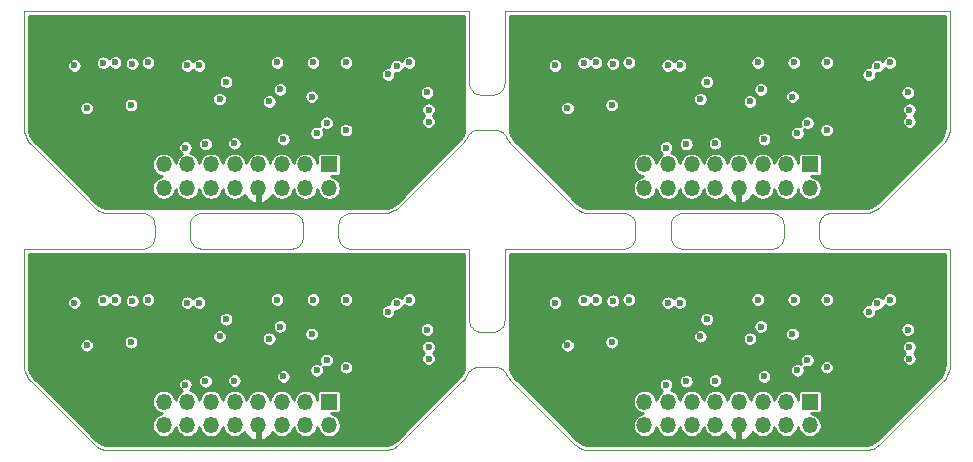
<source format=gbr>
G04 #@! TF.GenerationSoftware,KiCad,Pcbnew,5.1.5+dfsg1-2build2*
G04 #@! TF.CreationDate,2021-02-18T17:25:55-08:00*
G04 #@! TF.ProjectId,panel,70616e65-6c2e-46b6-9963-61645f706362,rev?*
G04 #@! TF.SameCoordinates,Original*
G04 #@! TF.FileFunction,Copper,L3,Inr*
G04 #@! TF.FilePolarity,Positive*
%FSLAX46Y46*%
G04 Gerber Fmt 4.6, Leading zero omitted, Abs format (unit mm)*
G04 Created by KiCad (PCBNEW 5.1.5+dfsg1-2build2) date 2021-02-18 17:25:55*
%MOMM*%
%LPD*%
G04 APERTURE LIST*
G04 #@! TA.AperFunction,Profile*
%ADD10C,0.100000*%
G04 #@! TD*
G04 #@! TA.AperFunction,ViaPad*
%ADD11R,1.350000X1.350000*%
G04 #@! TD*
G04 #@! TA.AperFunction,ViaPad*
%ADD12O,1.350000X1.350000*%
G04 #@! TD*
G04 #@! TA.AperFunction,ViaPad*
%ADD13C,0.600000*%
G04 #@! TD*
G04 #@! TA.AperFunction,Conductor*
%ADD14C,0.254000*%
G04 #@! TD*
G04 APERTURE END LIST*
D10*
X72644400Y-70082900D02*
X65059100Y-70082900D01*
X72741700Y-70078100D02*
X72644400Y-70082900D01*
X72837800Y-70063900D02*
X72741700Y-70078100D01*
X72932100Y-70040300D02*
X72837800Y-70063900D01*
X73023500Y-70007500D02*
X72932100Y-70040300D01*
X73111400Y-69966000D02*
X73023500Y-70007500D01*
X73194700Y-69916000D02*
X73111400Y-69966000D01*
X73272700Y-69858200D02*
X73194700Y-69916000D01*
X73344700Y-69792900D02*
X73272700Y-69858200D01*
X73410000Y-69720900D02*
X73344700Y-69792900D01*
X73467800Y-69642900D02*
X73410000Y-69720900D01*
X73517800Y-69559600D02*
X73467800Y-69642900D01*
X73559300Y-69471800D02*
X73517800Y-69559600D01*
X73592000Y-69380300D02*
X73559300Y-69471800D01*
X73615600Y-69286000D02*
X73592000Y-69380300D01*
X73629900Y-69189900D02*
X73615600Y-69286000D01*
X73634700Y-69092700D02*
X73629900Y-69189900D01*
X73634700Y-68074000D02*
X73634700Y-69092700D01*
X73629900Y-67976700D02*
X73634700Y-68074000D01*
X73615600Y-67880600D02*
X73629900Y-67976700D01*
X73592000Y-67786400D02*
X73615600Y-67880600D01*
X73559300Y-67694900D02*
X73592000Y-67786400D01*
X73517800Y-67607100D02*
X73559300Y-67694900D01*
X73467900Y-67523800D02*
X73517800Y-67607100D01*
X73410000Y-67445700D02*
X73467900Y-67523800D01*
X73344800Y-67373700D02*
X73410000Y-67445700D01*
X73272800Y-67308500D02*
X73344800Y-67373700D01*
X73194800Y-67250600D02*
X73272800Y-67308500D01*
X73111400Y-67200700D02*
X73194800Y-67250600D01*
X73023600Y-67159100D02*
X73111400Y-67200700D01*
X72932200Y-67126400D02*
X73023600Y-67159100D01*
X72837900Y-67102800D02*
X72932200Y-67126400D01*
X72741900Y-67088500D02*
X72837900Y-67102800D01*
X72644600Y-67083700D02*
X72741900Y-67088500D01*
X65059200Y-67082600D02*
X72644600Y-67083700D01*
X64961900Y-67087300D02*
X65059200Y-67082600D01*
X64865800Y-67101600D02*
X64961900Y-67087300D01*
X64771600Y-67125200D02*
X64865800Y-67101600D01*
X64680100Y-67157900D02*
X64771600Y-67125200D01*
X64592300Y-67199400D02*
X64680100Y-67157900D01*
X64508900Y-67249400D02*
X64592300Y-67199400D01*
X64430900Y-67307200D02*
X64508900Y-67249400D01*
X64358900Y-67372500D02*
X64430900Y-67307200D01*
X64293600Y-67444500D02*
X64358900Y-67372500D01*
X64235700Y-67522500D02*
X64293600Y-67444500D01*
X64185800Y-67605800D02*
X64235700Y-67522500D01*
X64144200Y-67693700D02*
X64185800Y-67605800D01*
X64111500Y-67785200D02*
X64144200Y-67693700D01*
X64087900Y-67879400D02*
X64111500Y-67785200D01*
X64073600Y-67975500D02*
X64087900Y-67879400D01*
X64068800Y-68072800D02*
X64073600Y-67975500D01*
X64068800Y-69092700D02*
X64068800Y-68072800D01*
X64073600Y-69189900D02*
X64068800Y-69092700D01*
X64087900Y-69286000D02*
X64073600Y-69189900D01*
X64111500Y-69380300D02*
X64087900Y-69286000D01*
X64144200Y-69471800D02*
X64111500Y-69380300D01*
X64185700Y-69559600D02*
X64144200Y-69471800D01*
X64235700Y-69642900D02*
X64185700Y-69559600D01*
X64293600Y-69720900D02*
X64235700Y-69642900D01*
X64358800Y-69792900D02*
X64293600Y-69720900D01*
X64430800Y-69858200D02*
X64358800Y-69792900D01*
X64508800Y-69916000D02*
X64430800Y-69858200D01*
X64592200Y-69966000D02*
X64508800Y-69916000D01*
X64680000Y-70007500D02*
X64592200Y-69966000D01*
X64771500Y-70040300D02*
X64680000Y-70007500D01*
X64865700Y-70063900D02*
X64771500Y-70040300D01*
X64961800Y-70078100D02*
X64865700Y-70063900D01*
X65059100Y-70082900D02*
X64961800Y-70078100D01*
X87488100Y-60734200D02*
X87533600Y-60632300D01*
X87381200Y-60919400D02*
X87488100Y-60734200D01*
X87255200Y-61092200D02*
X87381200Y-60919400D01*
X87107900Y-61254900D02*
X87255200Y-61092200D01*
X81868200Y-66494500D02*
X87107900Y-61254900D01*
X81718300Y-66630300D02*
X81868200Y-66494500D01*
X81560100Y-66747600D02*
X81718300Y-66630300D01*
X81402700Y-66842300D02*
X81560100Y-66747600D01*
X81380900Y-66853900D02*
X81402700Y-66842300D01*
X81214600Y-66932300D02*
X81380900Y-66853900D01*
X81041200Y-66994600D02*
X81214600Y-66932300D01*
X81017600Y-67001800D02*
X81041200Y-66994600D01*
X80839200Y-67046200D02*
X81017600Y-67001800D01*
X80645000Y-67075000D02*
X80839200Y-67046200D01*
X80442500Y-67084900D02*
X80645000Y-67075000D01*
X77627100Y-67084500D02*
X80442500Y-67084900D01*
X77529800Y-67089200D02*
X77627100Y-67084500D01*
X77433700Y-67103500D02*
X77529800Y-67089200D01*
X77339400Y-67127100D02*
X77433700Y-67103500D01*
X77247900Y-67159800D02*
X77339400Y-67127100D01*
X77160100Y-67201300D02*
X77247900Y-67159800D01*
X77076800Y-67251300D02*
X77160100Y-67201300D01*
X76998700Y-67309100D02*
X77076800Y-67251300D01*
X76926700Y-67374400D02*
X76998700Y-67309100D01*
X76861500Y-67446400D02*
X76926700Y-67374400D01*
X76803600Y-67524400D02*
X76861500Y-67446400D01*
X76753600Y-67607800D02*
X76803600Y-67524400D01*
X76712100Y-67695600D02*
X76753600Y-67607800D01*
X76679300Y-67787100D02*
X76712100Y-67695600D01*
X76655700Y-67881300D02*
X76679300Y-67787100D01*
X76641500Y-67977400D02*
X76655700Y-67881300D01*
X76636700Y-68074700D02*
X76641500Y-67977400D01*
X76636700Y-69092700D02*
X76636700Y-68074700D01*
X76641500Y-69189900D02*
X76636700Y-69092700D01*
X76655700Y-69286000D02*
X76641500Y-69189900D01*
X76679300Y-69380300D02*
X76655700Y-69286000D01*
X76712100Y-69471800D02*
X76679300Y-69380300D01*
X76753600Y-69559600D02*
X76712100Y-69471800D01*
X76803500Y-69642900D02*
X76753600Y-69559600D01*
X76861400Y-69720900D02*
X76803500Y-69642900D01*
X76926700Y-69792900D02*
X76861400Y-69720900D01*
X76998600Y-69858200D02*
X76926700Y-69792900D01*
X77076700Y-69916000D02*
X76998600Y-69858200D01*
X77160000Y-69966000D02*
X77076700Y-69916000D01*
X77247800Y-70007500D02*
X77160000Y-69966000D01*
X77339300Y-70040300D02*
X77247800Y-70007500D01*
X77433500Y-70063900D02*
X77339300Y-70040300D01*
X77529600Y-70078100D02*
X77433500Y-70063900D01*
X77626900Y-70082900D02*
X77529600Y-70078100D01*
X87686000Y-70082900D02*
X77626900Y-70082900D01*
X87694000Y-70084400D02*
X87686000Y-70082900D01*
X87698500Y-70089400D02*
X87694000Y-70084400D01*
X87699600Y-70096500D02*
X87698500Y-70089400D01*
X87702600Y-76135100D02*
X87699600Y-70096500D01*
X87707400Y-76232400D02*
X87702600Y-76135100D01*
X87721700Y-76328400D02*
X87707400Y-76232400D01*
X87745400Y-76422600D02*
X87721700Y-76328400D01*
X87778100Y-76514100D02*
X87745400Y-76422600D01*
X87819700Y-76601800D02*
X87778100Y-76514100D01*
X87869600Y-76685100D02*
X87819700Y-76601800D01*
X87927500Y-76763100D02*
X87869600Y-76685100D01*
X87992700Y-76835100D02*
X87927500Y-76763100D01*
X88064700Y-76900300D02*
X87992700Y-76835100D01*
X88142700Y-76958100D02*
X88064700Y-76900300D01*
X88226100Y-77008000D02*
X88142700Y-76958100D01*
X88313900Y-77049500D02*
X88226100Y-77008000D01*
X88405300Y-77082300D02*
X88313900Y-77049500D01*
X88499500Y-77105800D02*
X88405300Y-77082300D01*
X88595600Y-77120100D02*
X88499500Y-77105800D01*
X88692800Y-77124900D02*
X88595600Y-77120100D01*
X89712800Y-77124900D02*
X88692800Y-77124900D01*
X89810100Y-77120100D02*
X89712800Y-77124900D01*
X89906200Y-77105800D02*
X89810100Y-77120100D01*
X90000400Y-77082200D02*
X89906200Y-77105800D01*
X90091900Y-77049500D02*
X90000400Y-77082200D01*
X90179700Y-77008000D02*
X90091900Y-77049500D01*
X90263000Y-76958000D02*
X90179700Y-77008000D01*
X90341100Y-76900200D02*
X90263000Y-76958000D01*
X90413100Y-76834900D02*
X90341100Y-76900200D01*
X90478300Y-76763000D02*
X90413100Y-76834900D01*
X90536200Y-76685000D02*
X90478300Y-76763000D01*
X90586100Y-76601600D02*
X90536200Y-76685000D01*
X90627700Y-76513800D02*
X90586100Y-76601600D01*
X90660400Y-76422400D02*
X90627700Y-76513800D01*
X90684000Y-76328100D02*
X90660400Y-76422400D01*
X90698300Y-76232000D02*
X90684000Y-76328100D01*
X90703100Y-76134800D02*
X90698300Y-76232000D01*
X90704000Y-70096500D02*
X90703100Y-76134800D01*
X90705100Y-70089400D02*
X90704000Y-70096500D01*
X90708800Y-70084900D02*
X90705100Y-70089400D01*
X90717600Y-70082900D02*
X90708800Y-70084900D01*
X100780100Y-70082900D02*
X90717600Y-70082900D01*
X100877400Y-70078100D02*
X100780100Y-70082900D01*
X100973500Y-70063900D02*
X100877400Y-70078100D01*
X101067700Y-70040300D02*
X100973500Y-70063900D01*
X101159200Y-70007500D02*
X101067700Y-70040300D01*
X101247000Y-69966000D02*
X101159200Y-70007500D01*
X101330400Y-69916000D02*
X101247000Y-69966000D01*
X101408400Y-69858200D02*
X101330400Y-69916000D01*
X101480400Y-69792900D02*
X101408400Y-69858200D01*
X101545600Y-69720900D02*
X101480400Y-69792900D01*
X101603500Y-69642900D02*
X101545600Y-69720900D01*
X101653500Y-69559600D02*
X101603500Y-69642900D01*
X101695000Y-69471800D02*
X101653500Y-69559600D01*
X101727700Y-69380300D02*
X101695000Y-69471800D01*
X101751300Y-69286000D02*
X101727700Y-69380300D01*
X101765600Y-69189900D02*
X101751300Y-69286000D01*
X101770400Y-69092700D02*
X101765600Y-69189900D01*
X101770400Y-68072100D02*
X101770400Y-69092700D01*
X101765600Y-67974800D02*
X101770400Y-68072100D01*
X101751300Y-67878700D02*
X101765600Y-67974800D01*
X101727700Y-67784500D02*
X101751300Y-67878700D01*
X101695000Y-67693000D02*
X101727700Y-67784500D01*
X101653500Y-67605200D02*
X101695000Y-67693000D01*
X101603500Y-67521900D02*
X101653500Y-67605200D01*
X101545700Y-67443800D02*
X101603500Y-67521900D01*
X101480400Y-67371800D02*
X101545700Y-67443800D01*
X101408500Y-67306600D02*
X101480400Y-67371800D01*
X101330400Y-67248700D02*
X101408500Y-67306600D01*
X101247100Y-67198800D02*
X101330400Y-67248700D01*
X101159300Y-67157200D02*
X101247100Y-67198800D01*
X101067900Y-67124500D02*
X101159300Y-67157200D01*
X100973600Y-67100900D02*
X101067900Y-67124500D01*
X100877500Y-67086600D02*
X100973600Y-67100900D01*
X100780300Y-67081800D02*
X100877500Y-67086600D01*
X97956900Y-67081400D02*
X100780300Y-67081800D01*
X97725700Y-67068300D02*
X97956900Y-67081400D01*
X97504700Y-67030700D02*
X97725700Y-67068300D01*
X97289200Y-66968600D02*
X97504700Y-67030700D01*
X97082000Y-66882800D02*
X97289200Y-66968600D01*
X96885800Y-66774300D02*
X97082000Y-66882800D01*
X96702900Y-66644500D02*
X96885800Y-66774300D01*
X96530600Y-66490600D02*
X96702900Y-66644500D01*
X91289100Y-61251500D02*
X96530600Y-66490600D01*
X91157000Y-61105500D02*
X91289100Y-61251500D01*
X91040000Y-60947700D02*
X91157000Y-61105500D01*
X90939300Y-60779700D02*
X91040000Y-60947700D01*
X90858600Y-60609800D02*
X90939300Y-60779700D01*
X90810400Y-60520200D02*
X90858600Y-60609800D01*
X90753400Y-60436100D02*
X90810400Y-60520200D01*
X90688100Y-60358300D02*
X90753400Y-60436100D01*
X90615100Y-60287600D02*
X90688100Y-60358300D01*
X90535400Y-60224800D02*
X90615100Y-60287600D01*
X90449500Y-60170500D02*
X90535400Y-60224800D01*
X90358600Y-60125200D02*
X90449500Y-60170500D01*
X90263600Y-60089500D02*
X90358600Y-60125200D01*
X90165300Y-60063800D02*
X90263600Y-60089500D01*
X90065000Y-60048200D02*
X90165300Y-60063800D01*
X89963300Y-60043000D02*
X90065000Y-60048200D01*
X88439200Y-60043000D02*
X89963300Y-60043000D01*
X88343900Y-60047500D02*
X88439200Y-60043000D01*
X88249700Y-60061200D02*
X88343900Y-60047500D01*
X88157300Y-60083900D02*
X88249700Y-60061200D01*
X88067400Y-60115300D02*
X88157300Y-60083900D01*
X87981000Y-60155200D02*
X88067400Y-60115300D01*
X87898900Y-60203200D02*
X87981000Y-60155200D01*
X87821700Y-60258900D02*
X87898900Y-60203200D01*
X87750200Y-60321800D02*
X87821700Y-60258900D01*
X87685100Y-60391200D02*
X87750200Y-60321800D01*
X87627000Y-60466500D02*
X87685100Y-60391200D01*
X87576400Y-60547100D02*
X87627000Y-60466500D01*
X87533600Y-60632300D02*
X87576400Y-60547100D01*
X113348000Y-70082900D02*
X105762600Y-70082900D01*
X113445200Y-70078100D02*
X113348000Y-70082900D01*
X113541300Y-70063900D02*
X113445200Y-70078100D01*
X113635600Y-70040300D02*
X113541300Y-70063900D01*
X113727100Y-70007500D02*
X113635600Y-70040300D01*
X113814900Y-69966000D02*
X113727100Y-70007500D01*
X113898200Y-69916000D02*
X113814900Y-69966000D01*
X113976200Y-69858200D02*
X113898200Y-69916000D01*
X114048200Y-69792900D02*
X113976200Y-69858200D01*
X114113500Y-69720900D02*
X114048200Y-69792900D01*
X114171300Y-69642900D02*
X114113500Y-69720900D01*
X114221300Y-69559600D02*
X114171300Y-69642900D01*
X114262800Y-69471800D02*
X114221300Y-69559600D01*
X114295600Y-69380300D02*
X114262800Y-69471800D01*
X114319200Y-69286000D02*
X114295600Y-69380300D01*
X114333400Y-69189900D02*
X114319200Y-69286000D01*
X114338200Y-69092700D02*
X114333400Y-69189900D01*
X114338200Y-68074000D02*
X114338200Y-69092700D01*
X114333400Y-67976700D02*
X114338200Y-68074000D01*
X114319200Y-67880600D02*
X114333400Y-67976700D01*
X114295600Y-67786400D02*
X114319200Y-67880600D01*
X114262800Y-67694900D02*
X114295600Y-67786400D01*
X114221300Y-67607100D02*
X114262800Y-67694900D01*
X114171400Y-67523800D02*
X114221300Y-67607100D01*
X114113500Y-67445700D02*
X114171400Y-67523800D01*
X114048300Y-67373700D02*
X114113500Y-67445700D01*
X113976300Y-67308500D02*
X114048300Y-67373700D01*
X113898300Y-67250600D02*
X113976300Y-67308500D01*
X113815000Y-67200700D02*
X113898300Y-67250600D01*
X113727200Y-67159100D02*
X113815000Y-67200700D01*
X113635700Y-67126400D02*
X113727200Y-67159100D01*
X113541500Y-67102800D02*
X113635700Y-67126400D01*
X113445400Y-67088500D02*
X113541500Y-67102800D01*
X113348100Y-67083700D02*
X113445400Y-67088500D01*
X105762800Y-67082600D02*
X113348100Y-67083700D01*
X105665500Y-67087300D02*
X105762800Y-67082600D01*
X105569400Y-67101600D02*
X105665500Y-67087300D01*
X105475100Y-67125200D02*
X105569400Y-67101600D01*
X105383600Y-67157900D02*
X105475100Y-67125200D01*
X105295800Y-67199400D02*
X105383600Y-67157900D01*
X105212400Y-67249400D02*
X105295800Y-67199400D01*
X105134400Y-67307200D02*
X105212400Y-67249400D01*
X105062400Y-67372500D02*
X105134400Y-67307200D01*
X104997100Y-67444500D02*
X105062400Y-67372500D01*
X104939200Y-67522500D02*
X104997100Y-67444500D01*
X104889300Y-67605800D02*
X104939200Y-67522500D01*
X104847700Y-67693700D02*
X104889300Y-67605800D01*
X104815000Y-67785200D02*
X104847700Y-67693700D01*
X104791400Y-67879400D02*
X104815000Y-67785200D01*
X104777100Y-67975500D02*
X104791400Y-67879400D01*
X104772400Y-68072800D02*
X104777100Y-67975500D01*
X104772400Y-69092700D02*
X104772400Y-68072800D01*
X104777100Y-69189900D02*
X104772400Y-69092700D01*
X104791400Y-69286000D02*
X104777100Y-69189900D01*
X104815000Y-69380300D02*
X104791400Y-69286000D01*
X104847700Y-69471800D02*
X104815000Y-69380300D01*
X104889300Y-69559600D02*
X104847700Y-69471800D01*
X104939200Y-69642900D02*
X104889300Y-69559600D01*
X104997100Y-69720900D02*
X104939200Y-69642900D01*
X105062300Y-69792900D02*
X104997100Y-69720900D01*
X105134300Y-69858200D02*
X105062300Y-69792900D01*
X105212400Y-69916000D02*
X105134300Y-69858200D01*
X105295700Y-69966000D02*
X105212400Y-69916000D01*
X105383500Y-70007500D02*
X105295700Y-69966000D01*
X105475000Y-70040300D02*
X105383500Y-70007500D01*
X105569200Y-70063900D02*
X105475000Y-70040300D01*
X105665300Y-70078100D02*
X105569200Y-70063900D01*
X105762600Y-70082900D02*
X105665300Y-70078100D01*
X50001300Y-50006400D02*
X50000500Y-50011600D01*
X50003800Y-50002300D02*
X50001300Y-50006400D01*
X50007900Y-49999800D02*
X50003800Y-50002300D01*
X50014100Y-49999000D02*
X50007900Y-49999800D01*
X87691200Y-49999500D02*
X50014100Y-49999000D01*
X87697600Y-50003800D02*
X87691200Y-49999500D01*
X87699600Y-50012600D02*
X87697600Y-50003800D01*
X87702600Y-56051200D02*
X87699600Y-50012600D01*
X87707400Y-56148400D02*
X87702600Y-56051200D01*
X87721700Y-56244500D02*
X87707400Y-56148400D01*
X87745400Y-56338700D02*
X87721700Y-56244500D01*
X87778100Y-56430100D02*
X87745400Y-56338700D01*
X87819700Y-56517900D02*
X87778100Y-56430100D01*
X87869600Y-56601200D02*
X87819700Y-56517900D01*
X87927500Y-56679200D02*
X87869600Y-56601200D01*
X87992700Y-56751200D02*
X87927500Y-56679200D01*
X88064700Y-56816400D02*
X87992700Y-56751200D01*
X88142700Y-56874200D02*
X88064700Y-56816400D01*
X88226100Y-56924100D02*
X88142700Y-56874200D01*
X88313900Y-56965600D02*
X88226100Y-56924100D01*
X88405300Y-56998300D02*
X88313900Y-56965600D01*
X88499500Y-57021900D02*
X88405300Y-56998300D01*
X88595600Y-57036200D02*
X88499500Y-57021900D01*
X88692800Y-57041000D02*
X88595600Y-57036200D01*
X89712800Y-57041000D02*
X88692800Y-57041000D01*
X89810100Y-57036200D02*
X89712800Y-57041000D01*
X89906200Y-57021900D02*
X89810100Y-57036200D01*
X90000400Y-56998300D02*
X89906200Y-57021900D01*
X90091900Y-56965600D02*
X90000400Y-56998300D01*
X90179700Y-56924100D02*
X90091900Y-56965600D01*
X90263000Y-56874100D02*
X90179700Y-56924100D01*
X90341100Y-56816300D02*
X90263000Y-56874100D01*
X90413100Y-56751000D02*
X90341100Y-56816300D01*
X90478300Y-56679100D02*
X90413100Y-56751000D01*
X90536200Y-56601000D02*
X90478300Y-56679100D01*
X90586100Y-56517700D02*
X90536200Y-56601000D01*
X90627700Y-56429900D02*
X90586100Y-56517700D01*
X90660400Y-56338500D02*
X90627700Y-56429900D01*
X90684000Y-56244200D02*
X90660400Y-56338500D01*
X90698300Y-56148100D02*
X90684000Y-56244200D01*
X90703100Y-56050900D02*
X90698300Y-56148100D01*
X90704000Y-50012600D02*
X90703100Y-56050900D01*
X90706000Y-50003800D02*
X90704000Y-50012600D01*
X90712400Y-49999500D02*
X90706000Y-50003800D01*
X128389500Y-49999000D02*
X90712400Y-49999500D01*
X128396600Y-50000100D02*
X128389500Y-49999000D01*
X128401600Y-50004600D02*
X128396600Y-50000100D01*
X128403100Y-50012600D02*
X128401600Y-50004600D01*
X128407700Y-59912500D02*
X128403100Y-50012600D01*
X128386800Y-60125800D02*
X128407700Y-59912500D01*
X128346700Y-60321800D02*
X128386800Y-60125800D01*
X128339900Y-60347700D02*
X128346700Y-60321800D01*
X128278400Y-60538200D02*
X128339900Y-60347700D01*
X128197500Y-60721900D02*
X128278400Y-60538200D01*
X128185400Y-60745700D02*
X128197500Y-60721900D01*
X128091700Y-60908000D02*
X128185400Y-60745700D01*
X128077300Y-60930100D02*
X128091700Y-60908000D01*
X127959100Y-61091700D02*
X128077300Y-60930100D01*
X127811300Y-61254900D02*
X127959100Y-61091700D01*
X122571700Y-66494500D02*
X127811300Y-61254900D01*
X122421800Y-66630300D02*
X122571700Y-66494500D01*
X122263700Y-66747600D02*
X122421800Y-66630300D01*
X122106200Y-66842300D02*
X122263700Y-66747600D01*
X122084400Y-66853900D02*
X122106200Y-66842300D01*
X121918100Y-66932300D02*
X122084400Y-66853900D01*
X121744700Y-66994600D02*
X121918100Y-66932300D01*
X121721100Y-67001800D02*
X121744700Y-66994600D01*
X121542700Y-67046200D02*
X121721100Y-67001800D01*
X121348000Y-67075000D02*
X121542700Y-67046200D01*
X121146000Y-67084900D02*
X121348000Y-67075000D01*
X118330600Y-67084500D02*
X121146000Y-67084900D01*
X118233300Y-67089200D02*
X118330600Y-67084500D01*
X118137200Y-67103500D02*
X118233300Y-67089200D01*
X118042900Y-67127100D02*
X118137200Y-67103500D01*
X117951500Y-67159800D02*
X118042900Y-67127100D01*
X117863600Y-67201300D02*
X117951500Y-67159800D01*
X117780300Y-67251300D02*
X117863600Y-67201300D01*
X117702200Y-67309100D02*
X117780300Y-67251300D01*
X117630200Y-67374400D02*
X117702200Y-67309100D01*
X117565000Y-67446400D02*
X117630200Y-67374400D01*
X117507100Y-67524400D02*
X117565000Y-67446400D01*
X117457100Y-67607800D02*
X117507100Y-67524400D01*
X117415600Y-67695600D02*
X117457100Y-67607800D01*
X117382800Y-67787100D02*
X117415600Y-67695600D01*
X117359200Y-67881300D02*
X117382800Y-67787100D01*
X117345000Y-67977400D02*
X117359200Y-67881300D01*
X117340200Y-68074700D02*
X117345000Y-67977400D01*
X117340200Y-69092700D02*
X117340200Y-68074700D01*
X117345000Y-69189900D02*
X117340200Y-69092700D01*
X117359200Y-69286000D02*
X117345000Y-69189900D01*
X117382800Y-69380300D02*
X117359200Y-69286000D01*
X117415600Y-69471800D02*
X117382800Y-69380300D01*
X117457100Y-69559600D02*
X117415600Y-69471800D01*
X117507100Y-69642900D02*
X117457100Y-69559600D01*
X117564900Y-69720900D02*
X117507100Y-69642900D01*
X117630200Y-69792900D02*
X117564900Y-69720900D01*
X117702200Y-69858200D02*
X117630200Y-69792900D01*
X117780200Y-69916000D02*
X117702200Y-69858200D01*
X117863500Y-69966000D02*
X117780200Y-69916000D01*
X117951300Y-70007500D02*
X117863500Y-69966000D01*
X118042800Y-70040300D02*
X117951300Y-70007500D01*
X118137100Y-70063900D02*
X118042800Y-70040300D01*
X118233200Y-70078100D02*
X118137100Y-70063900D01*
X118330400Y-70082900D02*
X118233200Y-70078100D01*
X128389500Y-70082900D02*
X118330400Y-70082900D01*
X128396600Y-70084000D02*
X128389500Y-70082900D01*
X128400500Y-70086900D02*
X128396600Y-70084000D01*
X128403100Y-70096500D02*
X128400500Y-70086900D01*
X128408000Y-79984300D02*
X128403100Y-70096500D01*
X128406800Y-80008900D02*
X128408000Y-79984300D01*
X128388500Y-80196100D02*
X128406800Y-80008900D01*
X128384500Y-80222500D02*
X128388500Y-80196100D01*
X128343500Y-80419100D02*
X128384500Y-80222500D01*
X128278200Y-80622600D02*
X128343500Y-80419100D01*
X128191800Y-80817700D02*
X128278200Y-80622600D01*
X128085000Y-81002900D02*
X128191800Y-80817700D01*
X127959100Y-81175700D02*
X128085000Y-81002900D01*
X127815500Y-81334500D02*
X127959100Y-81175700D01*
X122567200Y-86582800D02*
X127815500Y-81334500D01*
X122421400Y-86714600D02*
X122567200Y-86582800D01*
X122264100Y-86831200D02*
X122421400Y-86714600D01*
X122095600Y-86932200D02*
X122264100Y-86831200D01*
X121929200Y-87011300D02*
X122095600Y-86932200D01*
X121906400Y-87020700D02*
X121929200Y-87011300D01*
X121744700Y-87078500D02*
X121906400Y-87020700D01*
X121721100Y-87085700D02*
X121744700Y-87078500D01*
X121542300Y-87130200D02*
X121721100Y-87085700D01*
X121348000Y-87158900D02*
X121542300Y-87130200D01*
X121146000Y-87168800D02*
X121348000Y-87158900D01*
X97956900Y-87165300D02*
X121146000Y-87168800D01*
X97726300Y-87152300D02*
X97956900Y-87165300D01*
X97505200Y-87114800D02*
X97726300Y-87152300D01*
X97289200Y-87052500D02*
X97505200Y-87114800D01*
X97095200Y-86972600D02*
X97289200Y-87052500D01*
X97069800Y-86960400D02*
X97095200Y-86972600D01*
X96886200Y-86858500D02*
X97069800Y-86960400D01*
X96714400Y-86737100D02*
X96886200Y-86858500D01*
X96692400Y-86719600D02*
X96714400Y-86737100D01*
X96535800Y-86579500D02*
X96692400Y-86719600D01*
X91289100Y-81335400D02*
X96535800Y-86579500D01*
X91157000Y-81189400D02*
X91289100Y-81335400D01*
X91040300Y-81032100D02*
X91157000Y-81189400D01*
X90939300Y-80863600D02*
X91040300Y-81032100D01*
X90858600Y-80693800D02*
X90939300Y-80863600D01*
X90810400Y-80604100D02*
X90858600Y-80693800D01*
X90753400Y-80520000D02*
X90810400Y-80604100D01*
X90688100Y-80442200D02*
X90753400Y-80520000D01*
X90615100Y-80371600D02*
X90688100Y-80442200D01*
X90535400Y-80308700D02*
X90615100Y-80371600D01*
X90449500Y-80254400D02*
X90535400Y-80308700D01*
X90358600Y-80209100D02*
X90449500Y-80254400D01*
X90263600Y-80173400D02*
X90358600Y-80209100D01*
X90165300Y-80147700D02*
X90263600Y-80173400D01*
X90065000Y-80132100D02*
X90165300Y-80147700D01*
X89963300Y-80126900D02*
X90065000Y-80132100D01*
X88439200Y-80126900D02*
X89963300Y-80126900D01*
X88343900Y-80131500D02*
X88439200Y-80126900D01*
X88249700Y-80145100D02*
X88343900Y-80131500D01*
X88157300Y-80167800D02*
X88249700Y-80145100D01*
X88067400Y-80199200D02*
X88157300Y-80167800D01*
X87981000Y-80239100D02*
X88067400Y-80199200D01*
X87898900Y-80287100D02*
X87981000Y-80239100D01*
X87821700Y-80342800D02*
X87898900Y-80287100D01*
X87750200Y-80405700D02*
X87821700Y-80342800D01*
X87685100Y-80475100D02*
X87750200Y-80405700D01*
X87627000Y-80550400D02*
X87685100Y-80475100D01*
X87576400Y-80631000D02*
X87627000Y-80550400D01*
X87533600Y-80716300D02*
X87576400Y-80631000D01*
X87488100Y-80818100D02*
X87533600Y-80716300D01*
X87381200Y-81003300D02*
X87488100Y-80818100D01*
X87255600Y-81175700D02*
X87381200Y-81003300D01*
X87112000Y-81334500D02*
X87255600Y-81175700D01*
X81863800Y-86582600D02*
X87112000Y-81334500D01*
X81718300Y-86714300D02*
X81863800Y-86582600D01*
X81570500Y-86824300D02*
X81718300Y-86714300D01*
X81550000Y-86838000D02*
X81570500Y-86824300D01*
X81391700Y-86932400D02*
X81550000Y-86838000D01*
X81214600Y-87016200D02*
X81391700Y-86932400D01*
X81041200Y-87078500D02*
X81214600Y-87016200D01*
X81017600Y-87085700D02*
X81041200Y-87078500D01*
X80839200Y-87130100D02*
X81017600Y-87085700D01*
X80644500Y-87158900D02*
X80839200Y-87130100D01*
X80442500Y-87168800D02*
X80644500Y-87158900D01*
X57253400Y-87165300D02*
X80442500Y-87168800D01*
X57022800Y-87152300D02*
X57253400Y-87165300D01*
X56815300Y-87117500D02*
X57022800Y-87152300D01*
X56787800Y-87111200D02*
X56815300Y-87117500D01*
X56599400Y-87056900D02*
X56787800Y-87111200D01*
X56573100Y-87047700D02*
X56599400Y-87056900D01*
X56378500Y-86966700D02*
X56573100Y-87047700D01*
X56182200Y-86858200D02*
X56378500Y-86966700D01*
X55999400Y-86728400D02*
X56182200Y-86858200D01*
X55827100Y-86574600D02*
X55999400Y-86728400D01*
X50585500Y-81335400D02*
X55827100Y-86574600D01*
X50453500Y-81189400D02*
X50585500Y-81335400D01*
X50336500Y-81031700D02*
X50453500Y-81189400D01*
X50235500Y-80863200D02*
X50336500Y-81031700D01*
X50151500Y-80685600D02*
X50235500Y-80863200D01*
X50085500Y-80501100D02*
X50151500Y-80685600D01*
X50037800Y-80310500D02*
X50085500Y-80501100D01*
X50008900Y-80116200D02*
X50037800Y-80310500D01*
X49999100Y-79919700D02*
X50008900Y-80116200D01*
X50001000Y-70091300D02*
X49999100Y-79919700D01*
X50005300Y-70084900D02*
X50001000Y-70091300D01*
X50014100Y-70082900D02*
X50005300Y-70084900D01*
X60076600Y-70082900D02*
X50014100Y-70082900D01*
X60173900Y-70078100D02*
X60076600Y-70082900D01*
X60270000Y-70063900D02*
X60173900Y-70078100D01*
X60364200Y-70040300D02*
X60270000Y-70063900D01*
X60455700Y-70007500D02*
X60364200Y-70040300D01*
X60543500Y-69966000D02*
X60455700Y-70007500D01*
X60626800Y-69916000D02*
X60543500Y-69966000D01*
X60704900Y-69858200D02*
X60626800Y-69916000D01*
X60776900Y-69792900D02*
X60704900Y-69858200D01*
X60842100Y-69720900D02*
X60776900Y-69792900D01*
X60900000Y-69642900D02*
X60842100Y-69720900D01*
X60949900Y-69559600D02*
X60900000Y-69642900D01*
X60991500Y-69471800D02*
X60949900Y-69559600D01*
X61024200Y-69380300D02*
X60991500Y-69471800D01*
X61047800Y-69286000D02*
X61024200Y-69380300D01*
X61062100Y-69189900D02*
X61047800Y-69286000D01*
X61066800Y-69092700D02*
X61062100Y-69189900D01*
X61066800Y-68072100D02*
X61066800Y-69092700D01*
X61062100Y-67974800D02*
X61066800Y-68072100D01*
X61047800Y-67878700D02*
X61062100Y-67974800D01*
X61024200Y-67784500D02*
X61047800Y-67878700D01*
X60991500Y-67693000D02*
X61024200Y-67784500D01*
X60950000Y-67605200D02*
X60991500Y-67693000D01*
X60900000Y-67521900D02*
X60950000Y-67605200D01*
X60842200Y-67443800D02*
X60900000Y-67521900D01*
X60776900Y-67371800D02*
X60842200Y-67443800D01*
X60704900Y-67306600D02*
X60776900Y-67371800D01*
X60626900Y-67248700D02*
X60704900Y-67306600D01*
X60543600Y-67198800D02*
X60626900Y-67248700D01*
X60455800Y-67157200D02*
X60543600Y-67198800D01*
X60364300Y-67124500D02*
X60455800Y-67157200D01*
X60270100Y-67100900D02*
X60364300Y-67124500D01*
X60174000Y-67086600D02*
X60270100Y-67100900D01*
X60076700Y-67081800D02*
X60174000Y-67086600D01*
X57253400Y-67081400D02*
X60076700Y-67081800D01*
X57036300Y-67069600D02*
X57253400Y-67081400D01*
X57008600Y-67066400D02*
X57036300Y-67069600D01*
X56801700Y-67030900D02*
X57008600Y-67066400D01*
X56586200Y-66968800D02*
X56801700Y-67030900D01*
X56379000Y-66883000D02*
X56586200Y-66968800D01*
X56182200Y-66774300D02*
X56379000Y-66883000D01*
X55999400Y-66644500D02*
X56182200Y-66774300D01*
X55827100Y-66490700D02*
X55999400Y-66644500D01*
X50589800Y-61255800D02*
X55827100Y-66490700D01*
X50453500Y-61105500D02*
X50589800Y-61255800D01*
X50343800Y-60958100D02*
X50453500Y-61105500D01*
X50330200Y-60937800D02*
X50343800Y-60958100D01*
X50235700Y-60779700D02*
X50330200Y-60937800D01*
X50156600Y-60613200D02*
X50235700Y-60779700D01*
X50147200Y-60590400D02*
X50156600Y-60613200D01*
X50085400Y-60416700D02*
X50147200Y-60590400D01*
X50040400Y-60238500D02*
X50085400Y-60416700D01*
X50035600Y-60214300D02*
X50040400Y-60238500D01*
X50008900Y-60031800D02*
X50035600Y-60214300D01*
X49999100Y-59836000D02*
X50008900Y-60031800D01*
X50000500Y-50011600D02*
X49999100Y-59836000D01*
D11*
G04 #@! TO.N,Board_4-/PTT*
G04 #@! TO.C,J1*
X116551022Y-83037911D03*
D12*
G04 #@! TO.N,Board_4-/GPIO2*
X116551022Y-85037911D03*
G04 #@! TO.N,Board_4-+5V*
X114551022Y-83037911D03*
G04 #@! TO.N,Board_4-/GPIO1*
X114551022Y-85037911D03*
G04 #@! TO.N,Board_4-/CTCSS_DET*
X112551022Y-83037911D03*
G04 #@! TO.N,Board_4-/GPIO4*
X112551022Y-85037911D03*
G04 #@! TO.N,Board_4-/LEFT_OUT*
X110551022Y-83037911D03*
G04 #@! TO.N,Board_4-GND*
X110551022Y-85037911D03*
G04 #@! TO.N,Board_4-/COR_DET*
X108551022Y-83037911D03*
G04 #@! TO.N,Board_4-/GPIO5*
X108551022Y-85037911D03*
G04 #@! TO.N,Board_4-/AUDIO_OUT*
X106551022Y-83037911D03*
G04 #@! TO.N,Board_4-/GPIO6*
X106551022Y-85037911D03*
G04 #@! TO.N,Board_4-/MIC*
X104551022Y-83037911D03*
G04 #@! TO.N,Board_4-/GPIO7*
X104551022Y-85037911D03*
G04 #@! TO.N,Board_4-/GPIO8*
X102551022Y-83037911D03*
G04 #@! TO.N,Board_4-+12V*
X102551022Y-85037911D03*
G04 #@! TD*
D11*
G04 #@! TO.N,Board_3-/PTT*
G04 #@! TO.C,J1*
X75847501Y-83037911D03*
D12*
G04 #@! TO.N,Board_3-/GPIO2*
X75847501Y-85037911D03*
G04 #@! TO.N,Board_3-+5V*
X73847501Y-83037911D03*
G04 #@! TO.N,Board_3-/GPIO1*
X73847501Y-85037911D03*
G04 #@! TO.N,Board_3-/CTCSS_DET*
X71847501Y-83037911D03*
G04 #@! TO.N,Board_3-/GPIO4*
X71847501Y-85037911D03*
G04 #@! TO.N,Board_3-/LEFT_OUT*
X69847501Y-83037911D03*
G04 #@! TO.N,Board_3-GND*
X69847501Y-85037911D03*
G04 #@! TO.N,Board_3-/COR_DET*
X67847501Y-83037911D03*
G04 #@! TO.N,Board_3-/GPIO5*
X67847501Y-85037911D03*
G04 #@! TO.N,Board_3-/AUDIO_OUT*
X65847501Y-83037911D03*
G04 #@! TO.N,Board_3-/GPIO6*
X65847501Y-85037911D03*
G04 #@! TO.N,Board_3-/MIC*
X63847501Y-83037911D03*
G04 #@! TO.N,Board_3-/GPIO7*
X63847501Y-85037911D03*
G04 #@! TO.N,Board_3-/GPIO8*
X61847501Y-83037911D03*
G04 #@! TO.N,Board_3-+12V*
X61847501Y-85037911D03*
G04 #@! TD*
D11*
G04 #@! TO.N,Board_2-/PTT*
G04 #@! TO.C,J1*
X116551022Y-62954001D03*
D12*
G04 #@! TO.N,Board_2-/GPIO2*
X116551022Y-64954001D03*
G04 #@! TO.N,Board_2-+5V*
X114551022Y-62954001D03*
G04 #@! TO.N,Board_2-/GPIO1*
X114551022Y-64954001D03*
G04 #@! TO.N,Board_2-/CTCSS_DET*
X112551022Y-62954001D03*
G04 #@! TO.N,Board_2-/GPIO4*
X112551022Y-64954001D03*
G04 #@! TO.N,Board_2-/LEFT_OUT*
X110551022Y-62954001D03*
G04 #@! TO.N,Board_2-GND*
X110551022Y-64954001D03*
G04 #@! TO.N,Board_2-/COR_DET*
X108551022Y-62954001D03*
G04 #@! TO.N,Board_2-/GPIO5*
X108551022Y-64954001D03*
G04 #@! TO.N,Board_2-/AUDIO_OUT*
X106551022Y-62954001D03*
G04 #@! TO.N,Board_2-/GPIO6*
X106551022Y-64954001D03*
G04 #@! TO.N,Board_2-/MIC*
X104551022Y-62954001D03*
G04 #@! TO.N,Board_2-/GPIO7*
X104551022Y-64954001D03*
G04 #@! TO.N,Board_2-/GPIO8*
X102551022Y-62954001D03*
G04 #@! TO.N,Board_2-+12V*
X102551022Y-64954001D03*
G04 #@! TD*
D11*
G04 #@! TO.N,Board_1-/PTT*
G04 #@! TO.C,J1*
X75847501Y-62954001D03*
D12*
G04 #@! TO.N,Board_1-/GPIO2*
X75847501Y-64954001D03*
G04 #@! TO.N,Board_1-+5V*
X73847501Y-62954001D03*
G04 #@! TO.N,Board_1-/GPIO1*
X73847501Y-64954001D03*
G04 #@! TO.N,Board_1-/CTCSS_DET*
X71847501Y-62954001D03*
G04 #@! TO.N,Board_1-/GPIO4*
X71847501Y-64954001D03*
G04 #@! TO.N,Board_1-/LEFT_OUT*
X69847501Y-62954001D03*
G04 #@! TO.N,Board_1-GND*
X69847501Y-64954001D03*
G04 #@! TO.N,Board_1-/COR_DET*
X67847501Y-62954001D03*
G04 #@! TO.N,Board_1-/GPIO5*
X67847501Y-64954001D03*
G04 #@! TO.N,Board_1-/AUDIO_OUT*
X65847501Y-62954001D03*
G04 #@! TO.N,Board_1-/GPIO6*
X65847501Y-64954001D03*
G04 #@! TO.N,Board_1-/MIC*
X63847501Y-62954001D03*
G04 #@! TO.N,Board_1-/GPIO7*
X63847501Y-64954001D03*
G04 #@! TO.N,Board_1-/GPIO8*
X61847501Y-62954001D03*
G04 #@! TO.N,Board_1-+12V*
X61847501Y-64954001D03*
G04 #@! TD*
D13*
G04 #@! TO.N,Board_1-+5V*
X74793562Y-60292795D03*
X84142601Y-56858001D03*
X71696601Y-56604001D03*
X63827268Y-54576539D03*
X54272501Y-54572001D03*
X67124601Y-55969001D03*
X70774601Y-57624001D03*
X66574601Y-57424001D03*
X84274601Y-58324001D03*
X84274601Y-59324001D03*
X71974601Y-60824001D03*
G04 #@! TO.N,Board_1-/AIN_6DB*
X56717865Y-54358559D03*
G04 #@! TO.N,Board_1-/AUDIO_OUT*
X63674601Y-61524001D03*
G04 #@! TO.N,Board_1-/COR_DET*
X67824601Y-61174001D03*
G04 #@! TO.N,Board_1-/EEP_CK*
X77275692Y-60048229D03*
G04 #@! TO.N,Board_1-/EEP_CS*
X81574601Y-54624001D03*
G04 #@! TO.N,Board_1-/EEP_DI*
X75639411Y-59433872D03*
G04 #@! TO.N,Board_1-/EEP_DO*
X74374601Y-57224001D03*
G04 #@! TO.N,Board_1-/GPIO1*
X82618601Y-54318001D03*
G04 #@! TO.N,Board_1-/GPIO2*
X80840601Y-55334001D03*
G04 #@! TO.N,Board_1-/GPIO4*
X77284601Y-54318001D03*
G04 #@! TO.N,Board_1-/GPIO5*
X74490601Y-54318001D03*
G04 #@! TO.N,Board_1-/GPIO6*
X71442601Y-54318001D03*
G04 #@! TO.N,Board_1-/GPIO7*
X60520601Y-54318001D03*
G04 #@! TO.N,Board_1-/GPIO8*
X57726601Y-54318001D03*
G04 #@! TO.N,Board_1-/LEFT_OUT*
X65374601Y-61224001D03*
G04 #@! TO.N,Board_1-/MIC_AC*
X64838601Y-54572001D03*
G04 #@! TO.N,Board_1-/RIGHT_OUT*
X59174601Y-54424001D03*
X55324601Y-58186001D03*
X59074601Y-57923999D03*
G04 #@! TO.N,Board_1-GND*
X51376601Y-55080001D03*
X51376601Y-56096001D03*
X52392601Y-56096001D03*
X52392601Y-55080001D03*
X69574601Y-56624001D03*
X83074601Y-58424001D03*
X57074601Y-60174001D03*
X79274601Y-56824001D03*
X71974601Y-58324001D03*
X73174601Y-57524001D03*
G04 #@! TO.N,Board_2-+5V*
X115497083Y-60292795D03*
X124846122Y-56858001D03*
X112400122Y-56604001D03*
X104530789Y-54576539D03*
X94976022Y-54572001D03*
X107828122Y-55969001D03*
X111478122Y-57624001D03*
X107278122Y-57424001D03*
X124978122Y-58324001D03*
X124978122Y-59324001D03*
X112678122Y-60824001D03*
G04 #@! TO.N,Board_2-/AIN_6DB*
X97421386Y-54358559D03*
G04 #@! TO.N,Board_2-/AUDIO_OUT*
X104378122Y-61524001D03*
G04 #@! TO.N,Board_2-/COR_DET*
X108528122Y-61174001D03*
G04 #@! TO.N,Board_2-/EEP_CK*
X117979213Y-60048229D03*
G04 #@! TO.N,Board_2-/EEP_CS*
X122278122Y-54624001D03*
G04 #@! TO.N,Board_2-/EEP_DI*
X116342932Y-59433872D03*
G04 #@! TO.N,Board_2-/EEP_DO*
X115078122Y-57224001D03*
G04 #@! TO.N,Board_2-/GPIO1*
X123322122Y-54318001D03*
G04 #@! TO.N,Board_2-/GPIO2*
X121544122Y-55334001D03*
G04 #@! TO.N,Board_2-/GPIO4*
X117988122Y-54318001D03*
G04 #@! TO.N,Board_2-/GPIO5*
X115194122Y-54318001D03*
G04 #@! TO.N,Board_2-/GPIO6*
X112146122Y-54318001D03*
G04 #@! TO.N,Board_2-/GPIO7*
X101224122Y-54318001D03*
G04 #@! TO.N,Board_2-/GPIO8*
X98430122Y-54318001D03*
G04 #@! TO.N,Board_2-/LEFT_OUT*
X106078122Y-61224001D03*
G04 #@! TO.N,Board_2-/MIC_AC*
X105542122Y-54572001D03*
G04 #@! TO.N,Board_2-/RIGHT_OUT*
X99878122Y-54424001D03*
X96028122Y-58186001D03*
X99778122Y-57923999D03*
G04 #@! TO.N,Board_2-GND*
X92080122Y-55080001D03*
X92080122Y-56096001D03*
X93096122Y-56096001D03*
X93096122Y-55080001D03*
X110278122Y-56624001D03*
X123778122Y-58424001D03*
X97778122Y-60174001D03*
X119978122Y-56824001D03*
X112678122Y-58324001D03*
X113878122Y-57524001D03*
G04 #@! TO.N,Board_3-+5V*
X74793562Y-80376705D03*
X84142601Y-76941911D03*
X71696601Y-76687911D03*
X63827268Y-74660449D03*
X54272501Y-74655911D03*
X67124601Y-76052911D03*
X70774601Y-77707911D03*
X66574601Y-77507911D03*
X84274601Y-78407911D03*
X84274601Y-79407911D03*
X71974601Y-80907911D03*
G04 #@! TO.N,Board_3-/AIN_6DB*
X56717865Y-74442469D03*
G04 #@! TO.N,Board_3-/AUDIO_OUT*
X63674601Y-81607911D03*
G04 #@! TO.N,Board_3-/COR_DET*
X67824601Y-81257911D03*
G04 #@! TO.N,Board_3-/EEP_CK*
X77275692Y-80132139D03*
G04 #@! TO.N,Board_3-/EEP_CS*
X81574601Y-74707911D03*
G04 #@! TO.N,Board_3-/EEP_DI*
X75639411Y-79517782D03*
G04 #@! TO.N,Board_3-/EEP_DO*
X74374601Y-77307911D03*
G04 #@! TO.N,Board_3-/GPIO1*
X82618601Y-74401911D03*
G04 #@! TO.N,Board_3-/GPIO2*
X80840601Y-75417911D03*
G04 #@! TO.N,Board_3-/GPIO4*
X77284601Y-74401911D03*
G04 #@! TO.N,Board_3-/GPIO5*
X74490601Y-74401911D03*
G04 #@! TO.N,Board_3-/GPIO6*
X71442601Y-74401911D03*
G04 #@! TO.N,Board_3-/GPIO7*
X60520601Y-74401911D03*
G04 #@! TO.N,Board_3-/GPIO8*
X57726601Y-74401911D03*
G04 #@! TO.N,Board_3-/LEFT_OUT*
X65374601Y-81307911D03*
G04 #@! TO.N,Board_3-/MIC_AC*
X64838601Y-74655911D03*
G04 #@! TO.N,Board_3-/RIGHT_OUT*
X59174601Y-74507911D03*
X55324601Y-78269911D03*
X59074601Y-78007909D03*
G04 #@! TO.N,Board_3-GND*
X51376601Y-75163911D03*
X51376601Y-76179911D03*
X52392601Y-76179911D03*
X52392601Y-75163911D03*
X69574601Y-76707911D03*
X83074601Y-78507911D03*
X57074601Y-80257911D03*
X79274601Y-76907911D03*
X71974601Y-78407911D03*
X73174601Y-77607911D03*
G04 #@! TO.N,Board_4-+5V*
X115497083Y-80376705D03*
X124846122Y-76941911D03*
X112400122Y-76687911D03*
X104530789Y-74660449D03*
X94976022Y-74655911D03*
X107828122Y-76052911D03*
X111478122Y-77707911D03*
X107278122Y-77507911D03*
X124978122Y-78407911D03*
X124978122Y-79407911D03*
X112678122Y-80907911D03*
G04 #@! TO.N,Board_4-/AIN_6DB*
X97421386Y-74442469D03*
G04 #@! TO.N,Board_4-/AUDIO_OUT*
X104378122Y-81607911D03*
G04 #@! TO.N,Board_4-/COR_DET*
X108528122Y-81257911D03*
G04 #@! TO.N,Board_4-/EEP_CK*
X117979213Y-80132139D03*
G04 #@! TO.N,Board_4-/EEP_CS*
X122278122Y-74707911D03*
G04 #@! TO.N,Board_4-/EEP_DI*
X116342932Y-79517782D03*
G04 #@! TO.N,Board_4-/EEP_DO*
X115078122Y-77307911D03*
G04 #@! TO.N,Board_4-/GPIO1*
X123322122Y-74401911D03*
G04 #@! TO.N,Board_4-/GPIO2*
X121544122Y-75417911D03*
G04 #@! TO.N,Board_4-/GPIO4*
X117988122Y-74401911D03*
G04 #@! TO.N,Board_4-/GPIO5*
X115194122Y-74401911D03*
G04 #@! TO.N,Board_4-/GPIO6*
X112146122Y-74401911D03*
G04 #@! TO.N,Board_4-/GPIO7*
X101224122Y-74401911D03*
G04 #@! TO.N,Board_4-/GPIO8*
X98430122Y-74401911D03*
G04 #@! TO.N,Board_4-/LEFT_OUT*
X106078122Y-81307911D03*
G04 #@! TO.N,Board_4-/MIC_AC*
X105542122Y-74655911D03*
G04 #@! TO.N,Board_4-/RIGHT_OUT*
X99878122Y-74507911D03*
X96028122Y-78269911D03*
X99778122Y-78007909D03*
G04 #@! TO.N,Board_4-GND*
X92080122Y-75163911D03*
X92080122Y-76179911D03*
X93096122Y-76179911D03*
X93096122Y-75163911D03*
X110278122Y-76707911D03*
X123778122Y-78507911D03*
X97778122Y-80257911D03*
X119978122Y-76907911D03*
X112678122Y-78407911D03*
X113878122Y-77607911D03*
G04 #@! TD*
D14*
G04 #@! TO.N,Board_1-GND*
G36*
X87270205Y-59814953D02*
G01*
X87238186Y-60140979D01*
X87149525Y-60434473D01*
X87005543Y-60705160D01*
X86798528Y-60958905D01*
X81575804Y-66181530D01*
X81322815Y-66389338D01*
X81052611Y-66534221D01*
X80759413Y-66623860D01*
X80434146Y-66656900D01*
X57267351Y-66653404D01*
X56941336Y-66621389D01*
X56647834Y-66532727D01*
X56377153Y-66388750D01*
X56123918Y-66182154D01*
X52795428Y-62855313D01*
X60845501Y-62855313D01*
X60845501Y-63052689D01*
X60884008Y-63246274D01*
X60959540Y-63428626D01*
X61069197Y-63592739D01*
X61208763Y-63732305D01*
X61372876Y-63841962D01*
X61555228Y-63917494D01*
X61738758Y-63954001D01*
X61555228Y-63990508D01*
X61372876Y-64066040D01*
X61208763Y-64175697D01*
X61069197Y-64315263D01*
X60959540Y-64479376D01*
X60884008Y-64661728D01*
X60845501Y-64855313D01*
X60845501Y-65052689D01*
X60884008Y-65246274D01*
X60959540Y-65428626D01*
X61069197Y-65592739D01*
X61208763Y-65732305D01*
X61372876Y-65841962D01*
X61555228Y-65917494D01*
X61748813Y-65956001D01*
X61946189Y-65956001D01*
X62139774Y-65917494D01*
X62322126Y-65841962D01*
X62486239Y-65732305D01*
X62625805Y-65592739D01*
X62735462Y-65428626D01*
X62810994Y-65246274D01*
X62847501Y-65062744D01*
X62884008Y-65246274D01*
X62959540Y-65428626D01*
X63069197Y-65592739D01*
X63208763Y-65732305D01*
X63372876Y-65841962D01*
X63555228Y-65917494D01*
X63748813Y-65956001D01*
X63946189Y-65956001D01*
X64139774Y-65917494D01*
X64322126Y-65841962D01*
X64486239Y-65732305D01*
X64625805Y-65592739D01*
X64735462Y-65428626D01*
X64810994Y-65246274D01*
X64847501Y-65062744D01*
X64884008Y-65246274D01*
X64959540Y-65428626D01*
X65069197Y-65592739D01*
X65208763Y-65732305D01*
X65372876Y-65841962D01*
X65555228Y-65917494D01*
X65748813Y-65956001D01*
X65946189Y-65956001D01*
X66139774Y-65917494D01*
X66322126Y-65841962D01*
X66486239Y-65732305D01*
X66625805Y-65592739D01*
X66735462Y-65428626D01*
X66810994Y-65246274D01*
X66847501Y-65062744D01*
X66884008Y-65246274D01*
X66959540Y-65428626D01*
X67069197Y-65592739D01*
X67208763Y-65732305D01*
X67372876Y-65841962D01*
X67555228Y-65917494D01*
X67748813Y-65956001D01*
X67946189Y-65956001D01*
X68139774Y-65917494D01*
X68322126Y-65841962D01*
X68486239Y-65732305D01*
X68625805Y-65592739D01*
X68669758Y-65526959D01*
X68802157Y-65743538D01*
X68976274Y-65932304D01*
X69183872Y-66083474D01*
X69416973Y-66191239D01*
X69518101Y-66221911D01*
X69720501Y-66098225D01*
X69720501Y-65081001D01*
X69700501Y-65081001D01*
X69700501Y-64827001D01*
X69720501Y-64827001D01*
X69720501Y-64807001D01*
X69974501Y-64807001D01*
X69974501Y-64827001D01*
X69994501Y-64827001D01*
X69994501Y-65081001D01*
X69974501Y-65081001D01*
X69974501Y-66098225D01*
X70176901Y-66221911D01*
X70278029Y-66191239D01*
X70511130Y-66083474D01*
X70718728Y-65932304D01*
X70892845Y-65743538D01*
X71025244Y-65526959D01*
X71069197Y-65592739D01*
X71208763Y-65732305D01*
X71372876Y-65841962D01*
X71555228Y-65917494D01*
X71748813Y-65956001D01*
X71946189Y-65956001D01*
X72139774Y-65917494D01*
X72322126Y-65841962D01*
X72486239Y-65732305D01*
X72625805Y-65592739D01*
X72735462Y-65428626D01*
X72810994Y-65246274D01*
X72847501Y-65062744D01*
X72884008Y-65246274D01*
X72959540Y-65428626D01*
X73069197Y-65592739D01*
X73208763Y-65732305D01*
X73372876Y-65841962D01*
X73555228Y-65917494D01*
X73748813Y-65956001D01*
X73946189Y-65956001D01*
X74139774Y-65917494D01*
X74322126Y-65841962D01*
X74486239Y-65732305D01*
X74625805Y-65592739D01*
X74735462Y-65428626D01*
X74810994Y-65246274D01*
X74847501Y-65062744D01*
X74884008Y-65246274D01*
X74959540Y-65428626D01*
X75069197Y-65592739D01*
X75208763Y-65732305D01*
X75372876Y-65841962D01*
X75555228Y-65917494D01*
X75748813Y-65956001D01*
X75946189Y-65956001D01*
X76139774Y-65917494D01*
X76322126Y-65841962D01*
X76486239Y-65732305D01*
X76625805Y-65592739D01*
X76735462Y-65428626D01*
X76810994Y-65246274D01*
X76849501Y-65052689D01*
X76849501Y-64855313D01*
X76810994Y-64661728D01*
X76735462Y-64479376D01*
X76625805Y-64315263D01*
X76486239Y-64175697D01*
X76322126Y-64066040D01*
X76139774Y-63990508D01*
X75974251Y-63957583D01*
X76522501Y-63957583D01*
X76586604Y-63951269D01*
X76648244Y-63932571D01*
X76705051Y-63902207D01*
X76754844Y-63861344D01*
X76795707Y-63811551D01*
X76826071Y-63754744D01*
X76844769Y-63693104D01*
X76851083Y-63629001D01*
X76851083Y-62279001D01*
X76844769Y-62214898D01*
X76826071Y-62153258D01*
X76795707Y-62096451D01*
X76754844Y-62046658D01*
X76705051Y-62005795D01*
X76648244Y-61975431D01*
X76586604Y-61956733D01*
X76522501Y-61950419D01*
X75172501Y-61950419D01*
X75108398Y-61956733D01*
X75046758Y-61975431D01*
X74989951Y-62005795D01*
X74940158Y-62046658D01*
X74899295Y-62096451D01*
X74868931Y-62153258D01*
X74850233Y-62214898D01*
X74843919Y-62279001D01*
X74843919Y-62827251D01*
X74810994Y-62661728D01*
X74735462Y-62479376D01*
X74625805Y-62315263D01*
X74486239Y-62175697D01*
X74322126Y-62066040D01*
X74139774Y-61990508D01*
X73946189Y-61952001D01*
X73748813Y-61952001D01*
X73555228Y-61990508D01*
X73372876Y-62066040D01*
X73208763Y-62175697D01*
X73069197Y-62315263D01*
X72959540Y-62479376D01*
X72884008Y-62661728D01*
X72847501Y-62845258D01*
X72810994Y-62661728D01*
X72735462Y-62479376D01*
X72625805Y-62315263D01*
X72486239Y-62175697D01*
X72322126Y-62066040D01*
X72139774Y-61990508D01*
X71946189Y-61952001D01*
X71748813Y-61952001D01*
X71555228Y-61990508D01*
X71372876Y-62066040D01*
X71208763Y-62175697D01*
X71069197Y-62315263D01*
X70959540Y-62479376D01*
X70884008Y-62661728D01*
X70847501Y-62845258D01*
X70810994Y-62661728D01*
X70735462Y-62479376D01*
X70625805Y-62315263D01*
X70486239Y-62175697D01*
X70322126Y-62066040D01*
X70139774Y-61990508D01*
X69946189Y-61952001D01*
X69748813Y-61952001D01*
X69555228Y-61990508D01*
X69372876Y-62066040D01*
X69208763Y-62175697D01*
X69069197Y-62315263D01*
X68959540Y-62479376D01*
X68884008Y-62661728D01*
X68847501Y-62845258D01*
X68810994Y-62661728D01*
X68735462Y-62479376D01*
X68625805Y-62315263D01*
X68486239Y-62175697D01*
X68322126Y-62066040D01*
X68139774Y-61990508D01*
X67946189Y-61952001D01*
X67748813Y-61952001D01*
X67555228Y-61990508D01*
X67372876Y-62066040D01*
X67208763Y-62175697D01*
X67069197Y-62315263D01*
X66959540Y-62479376D01*
X66884008Y-62661728D01*
X66847501Y-62845258D01*
X66810994Y-62661728D01*
X66735462Y-62479376D01*
X66625805Y-62315263D01*
X66486239Y-62175697D01*
X66322126Y-62066040D01*
X66139774Y-61990508D01*
X65946189Y-61952001D01*
X65748813Y-61952001D01*
X65555228Y-61990508D01*
X65372876Y-62066040D01*
X65208763Y-62175697D01*
X65069197Y-62315263D01*
X64959540Y-62479376D01*
X64884008Y-62661728D01*
X64847501Y-62845258D01*
X64810994Y-62661728D01*
X64735462Y-62479376D01*
X64625805Y-62315263D01*
X64486239Y-62175697D01*
X64322126Y-62066040D01*
X64139774Y-61990508D01*
X64102267Y-61983047D01*
X64161624Y-61923690D01*
X64230241Y-61820997D01*
X64277506Y-61706890D01*
X64301601Y-61585755D01*
X64301601Y-61462247D01*
X64277506Y-61341112D01*
X64230241Y-61227005D01*
X64186972Y-61162247D01*
X64747601Y-61162247D01*
X64747601Y-61285755D01*
X64771696Y-61406890D01*
X64818961Y-61520997D01*
X64887578Y-61623690D01*
X64974912Y-61711024D01*
X65077605Y-61779641D01*
X65191712Y-61826906D01*
X65312847Y-61851001D01*
X65436355Y-61851001D01*
X65557490Y-61826906D01*
X65671597Y-61779641D01*
X65774290Y-61711024D01*
X65861624Y-61623690D01*
X65930241Y-61520997D01*
X65977506Y-61406890D01*
X66001601Y-61285755D01*
X66001601Y-61162247D01*
X65991656Y-61112247D01*
X67197601Y-61112247D01*
X67197601Y-61235755D01*
X67221696Y-61356890D01*
X67268961Y-61470997D01*
X67337578Y-61573690D01*
X67424912Y-61661024D01*
X67527605Y-61729641D01*
X67641712Y-61776906D01*
X67762847Y-61801001D01*
X67886355Y-61801001D01*
X68007490Y-61776906D01*
X68121597Y-61729641D01*
X68224290Y-61661024D01*
X68311624Y-61573690D01*
X68380241Y-61470997D01*
X68427506Y-61356890D01*
X68451601Y-61235755D01*
X68451601Y-61112247D01*
X68427506Y-60991112D01*
X68380241Y-60877005D01*
X68311624Y-60774312D01*
X68299559Y-60762247D01*
X71347601Y-60762247D01*
X71347601Y-60885755D01*
X71371696Y-61006890D01*
X71418961Y-61120997D01*
X71487578Y-61223690D01*
X71574912Y-61311024D01*
X71677605Y-61379641D01*
X71791712Y-61426906D01*
X71912847Y-61451001D01*
X72036355Y-61451001D01*
X72157490Y-61426906D01*
X72271597Y-61379641D01*
X72374290Y-61311024D01*
X72461624Y-61223690D01*
X72530241Y-61120997D01*
X72577506Y-61006890D01*
X72601601Y-60885755D01*
X72601601Y-60762247D01*
X72577506Y-60641112D01*
X72530241Y-60527005D01*
X72461624Y-60424312D01*
X72374290Y-60336978D01*
X72271597Y-60268361D01*
X72181500Y-60231041D01*
X74166562Y-60231041D01*
X74166562Y-60354549D01*
X74190657Y-60475684D01*
X74237922Y-60589791D01*
X74306539Y-60692484D01*
X74393873Y-60779818D01*
X74496566Y-60848435D01*
X74610673Y-60895700D01*
X74731808Y-60919795D01*
X74855316Y-60919795D01*
X74976451Y-60895700D01*
X75090558Y-60848435D01*
X75193251Y-60779818D01*
X75280585Y-60692484D01*
X75349202Y-60589791D01*
X75396467Y-60475684D01*
X75420562Y-60354549D01*
X75420562Y-60231041D01*
X75396467Y-60109906D01*
X75349202Y-59995799D01*
X75345991Y-59990993D01*
X75456522Y-60036777D01*
X75577657Y-60060872D01*
X75701165Y-60060872D01*
X75822300Y-60036777D01*
X75936407Y-59989512D01*
X75940952Y-59986475D01*
X76648692Y-59986475D01*
X76648692Y-60109983D01*
X76672787Y-60231118D01*
X76720052Y-60345225D01*
X76788669Y-60447918D01*
X76876003Y-60535252D01*
X76978696Y-60603869D01*
X77092803Y-60651134D01*
X77213938Y-60675229D01*
X77337446Y-60675229D01*
X77458581Y-60651134D01*
X77572688Y-60603869D01*
X77675381Y-60535252D01*
X77762715Y-60447918D01*
X77831332Y-60345225D01*
X77878597Y-60231118D01*
X77902692Y-60109983D01*
X77902692Y-59986475D01*
X77878597Y-59865340D01*
X77831332Y-59751233D01*
X77762715Y-59648540D01*
X77675381Y-59561206D01*
X77572688Y-59492589D01*
X77458581Y-59445324D01*
X77337446Y-59421229D01*
X77213938Y-59421229D01*
X77092803Y-59445324D01*
X76978696Y-59492589D01*
X76876003Y-59561206D01*
X76788669Y-59648540D01*
X76720052Y-59751233D01*
X76672787Y-59865340D01*
X76648692Y-59986475D01*
X75940952Y-59986475D01*
X76039100Y-59920895D01*
X76126434Y-59833561D01*
X76195051Y-59730868D01*
X76242316Y-59616761D01*
X76266411Y-59495626D01*
X76266411Y-59372118D01*
X76242316Y-59250983D01*
X76195051Y-59136876D01*
X76126434Y-59034183D01*
X76039100Y-58946849D01*
X75936407Y-58878232D01*
X75822300Y-58830967D01*
X75701165Y-58806872D01*
X75577657Y-58806872D01*
X75456522Y-58830967D01*
X75342415Y-58878232D01*
X75239722Y-58946849D01*
X75152388Y-59034183D01*
X75083771Y-59136876D01*
X75036506Y-59250983D01*
X75012411Y-59372118D01*
X75012411Y-59495626D01*
X75036506Y-59616761D01*
X75083771Y-59730868D01*
X75086982Y-59735674D01*
X74976451Y-59689890D01*
X74855316Y-59665795D01*
X74731808Y-59665795D01*
X74610673Y-59689890D01*
X74496566Y-59737155D01*
X74393873Y-59805772D01*
X74306539Y-59893106D01*
X74237922Y-59995799D01*
X74190657Y-60109906D01*
X74166562Y-60231041D01*
X72181500Y-60231041D01*
X72157490Y-60221096D01*
X72036355Y-60197001D01*
X71912847Y-60197001D01*
X71791712Y-60221096D01*
X71677605Y-60268361D01*
X71574912Y-60336978D01*
X71487578Y-60424312D01*
X71418961Y-60527005D01*
X71371696Y-60641112D01*
X71347601Y-60762247D01*
X68299559Y-60762247D01*
X68224290Y-60686978D01*
X68121597Y-60618361D01*
X68007490Y-60571096D01*
X67886355Y-60547001D01*
X67762847Y-60547001D01*
X67641712Y-60571096D01*
X67527605Y-60618361D01*
X67424912Y-60686978D01*
X67337578Y-60774312D01*
X67268961Y-60877005D01*
X67221696Y-60991112D01*
X67197601Y-61112247D01*
X65991656Y-61112247D01*
X65977506Y-61041112D01*
X65930241Y-60927005D01*
X65861624Y-60824312D01*
X65774290Y-60736978D01*
X65671597Y-60668361D01*
X65557490Y-60621096D01*
X65436355Y-60597001D01*
X65312847Y-60597001D01*
X65191712Y-60621096D01*
X65077605Y-60668361D01*
X64974912Y-60736978D01*
X64887578Y-60824312D01*
X64818961Y-60927005D01*
X64771696Y-61041112D01*
X64747601Y-61162247D01*
X64186972Y-61162247D01*
X64161624Y-61124312D01*
X64074290Y-61036978D01*
X63971597Y-60968361D01*
X63857490Y-60921096D01*
X63736355Y-60897001D01*
X63612847Y-60897001D01*
X63491712Y-60921096D01*
X63377605Y-60968361D01*
X63274912Y-61036978D01*
X63187578Y-61124312D01*
X63118961Y-61227005D01*
X63071696Y-61341112D01*
X63047601Y-61462247D01*
X63047601Y-61585755D01*
X63071696Y-61706890D01*
X63118961Y-61820997D01*
X63187578Y-61923690D01*
X63274912Y-62011024D01*
X63365063Y-62071261D01*
X63208763Y-62175697D01*
X63069197Y-62315263D01*
X62959540Y-62479376D01*
X62884008Y-62661728D01*
X62847501Y-62845258D01*
X62810994Y-62661728D01*
X62735462Y-62479376D01*
X62625805Y-62315263D01*
X62486239Y-62175697D01*
X62322126Y-62066040D01*
X62139774Y-61990508D01*
X61946189Y-61952001D01*
X61748813Y-61952001D01*
X61555228Y-61990508D01*
X61372876Y-62066040D01*
X61208763Y-62175697D01*
X61069197Y-62315263D01*
X60959540Y-62479376D01*
X60884008Y-62661728D01*
X60845501Y-62855313D01*
X52795428Y-62855313D01*
X50903108Y-60963932D01*
X50694775Y-60710428D01*
X50549828Y-60440260D01*
X50460118Y-60147084D01*
X50427002Y-59821845D01*
X50427260Y-58124247D01*
X54697601Y-58124247D01*
X54697601Y-58247755D01*
X54721696Y-58368890D01*
X54768961Y-58482997D01*
X54837578Y-58585690D01*
X54924912Y-58673024D01*
X55027605Y-58741641D01*
X55141712Y-58788906D01*
X55262847Y-58813001D01*
X55386355Y-58813001D01*
X55507490Y-58788906D01*
X55621597Y-58741641D01*
X55724290Y-58673024D01*
X55811624Y-58585690D01*
X55880241Y-58482997D01*
X55927506Y-58368890D01*
X55951601Y-58247755D01*
X55951601Y-58124247D01*
X55927506Y-58003112D01*
X55880241Y-57889005D01*
X55862361Y-57862245D01*
X58447601Y-57862245D01*
X58447601Y-57985753D01*
X58471696Y-58106888D01*
X58518961Y-58220995D01*
X58587578Y-58323688D01*
X58674912Y-58411022D01*
X58777605Y-58479639D01*
X58891712Y-58526904D01*
X59012847Y-58550999D01*
X59136355Y-58550999D01*
X59257490Y-58526904D01*
X59371597Y-58479639D01*
X59474290Y-58411022D01*
X59561624Y-58323688D01*
X59602677Y-58262247D01*
X83647601Y-58262247D01*
X83647601Y-58385755D01*
X83671696Y-58506890D01*
X83718961Y-58620997D01*
X83787578Y-58723690D01*
X83874912Y-58811024D01*
X83894334Y-58824001D01*
X83874912Y-58836978D01*
X83787578Y-58924312D01*
X83718961Y-59027005D01*
X83671696Y-59141112D01*
X83647601Y-59262247D01*
X83647601Y-59385755D01*
X83671696Y-59506890D01*
X83718961Y-59620997D01*
X83787578Y-59723690D01*
X83874912Y-59811024D01*
X83977605Y-59879641D01*
X84091712Y-59926906D01*
X84212847Y-59951001D01*
X84336355Y-59951001D01*
X84457490Y-59926906D01*
X84571597Y-59879641D01*
X84674290Y-59811024D01*
X84761624Y-59723690D01*
X84830241Y-59620997D01*
X84877506Y-59506890D01*
X84901601Y-59385755D01*
X84901601Y-59262247D01*
X84877506Y-59141112D01*
X84830241Y-59027005D01*
X84761624Y-58924312D01*
X84674290Y-58836978D01*
X84654868Y-58824001D01*
X84674290Y-58811024D01*
X84761624Y-58723690D01*
X84830241Y-58620997D01*
X84877506Y-58506890D01*
X84901601Y-58385755D01*
X84901601Y-58262247D01*
X84877506Y-58141112D01*
X84830241Y-58027005D01*
X84761624Y-57924312D01*
X84674290Y-57836978D01*
X84571597Y-57768361D01*
X84457490Y-57721096D01*
X84336355Y-57697001D01*
X84212847Y-57697001D01*
X84091712Y-57721096D01*
X83977605Y-57768361D01*
X83874912Y-57836978D01*
X83787578Y-57924312D01*
X83718961Y-58027005D01*
X83671696Y-58141112D01*
X83647601Y-58262247D01*
X59602677Y-58262247D01*
X59630241Y-58220995D01*
X59677506Y-58106888D01*
X59701601Y-57985753D01*
X59701601Y-57862245D01*
X59677506Y-57741110D01*
X59630241Y-57627003D01*
X59561624Y-57524310D01*
X59474290Y-57436976D01*
X59371597Y-57368359D01*
X59356842Y-57362247D01*
X65947601Y-57362247D01*
X65947601Y-57485755D01*
X65971696Y-57606890D01*
X66018961Y-57720997D01*
X66087578Y-57823690D01*
X66174912Y-57911024D01*
X66277605Y-57979641D01*
X66391712Y-58026906D01*
X66512847Y-58051001D01*
X66636355Y-58051001D01*
X66757490Y-58026906D01*
X66871597Y-57979641D01*
X66974290Y-57911024D01*
X67061624Y-57823690D01*
X67130241Y-57720997D01*
X67177506Y-57606890D01*
X67186385Y-57562247D01*
X70147601Y-57562247D01*
X70147601Y-57685755D01*
X70171696Y-57806890D01*
X70218961Y-57920997D01*
X70287578Y-58023690D01*
X70374912Y-58111024D01*
X70477605Y-58179641D01*
X70591712Y-58226906D01*
X70712847Y-58251001D01*
X70836355Y-58251001D01*
X70957490Y-58226906D01*
X71071597Y-58179641D01*
X71174290Y-58111024D01*
X71261624Y-58023690D01*
X71330241Y-57920997D01*
X71377506Y-57806890D01*
X71401601Y-57685755D01*
X71401601Y-57562247D01*
X71377506Y-57441112D01*
X71330241Y-57327005D01*
X71261624Y-57224312D01*
X71174290Y-57136978D01*
X71071597Y-57068361D01*
X70957490Y-57021096D01*
X70836355Y-56997001D01*
X70712847Y-56997001D01*
X70591712Y-57021096D01*
X70477605Y-57068361D01*
X70374912Y-57136978D01*
X70287578Y-57224312D01*
X70218961Y-57327005D01*
X70171696Y-57441112D01*
X70147601Y-57562247D01*
X67186385Y-57562247D01*
X67201601Y-57485755D01*
X67201601Y-57362247D01*
X67177506Y-57241112D01*
X67130241Y-57127005D01*
X67061624Y-57024312D01*
X66974290Y-56936978D01*
X66871597Y-56868361D01*
X66757490Y-56821096D01*
X66636355Y-56797001D01*
X66512847Y-56797001D01*
X66391712Y-56821096D01*
X66277605Y-56868361D01*
X66174912Y-56936978D01*
X66087578Y-57024312D01*
X66018961Y-57127005D01*
X65971696Y-57241112D01*
X65947601Y-57362247D01*
X59356842Y-57362247D01*
X59257490Y-57321094D01*
X59136355Y-57296999D01*
X59012847Y-57296999D01*
X58891712Y-57321094D01*
X58777605Y-57368359D01*
X58674912Y-57436976D01*
X58587578Y-57524310D01*
X58518961Y-57627003D01*
X58471696Y-57741110D01*
X58447601Y-57862245D01*
X55862361Y-57862245D01*
X55811624Y-57786312D01*
X55724290Y-57698978D01*
X55621597Y-57630361D01*
X55507490Y-57583096D01*
X55386355Y-57559001D01*
X55262847Y-57559001D01*
X55141712Y-57583096D01*
X55027605Y-57630361D01*
X54924912Y-57698978D01*
X54837578Y-57786312D01*
X54768961Y-57889005D01*
X54721696Y-58003112D01*
X54697601Y-58124247D01*
X50427260Y-58124247D01*
X50427598Y-55907247D01*
X66497601Y-55907247D01*
X66497601Y-56030755D01*
X66521696Y-56151890D01*
X66568961Y-56265997D01*
X66637578Y-56368690D01*
X66724912Y-56456024D01*
X66827605Y-56524641D01*
X66941712Y-56571906D01*
X67062847Y-56596001D01*
X67186355Y-56596001D01*
X67307490Y-56571906D01*
X67379092Y-56542247D01*
X71069601Y-56542247D01*
X71069601Y-56665755D01*
X71093696Y-56786890D01*
X71140961Y-56900997D01*
X71209578Y-57003690D01*
X71296912Y-57091024D01*
X71399605Y-57159641D01*
X71513712Y-57206906D01*
X71634847Y-57231001D01*
X71758355Y-57231001D01*
X71879490Y-57206906D01*
X71987305Y-57162247D01*
X73747601Y-57162247D01*
X73747601Y-57285755D01*
X73771696Y-57406890D01*
X73818961Y-57520997D01*
X73887578Y-57623690D01*
X73974912Y-57711024D01*
X74077605Y-57779641D01*
X74191712Y-57826906D01*
X74312847Y-57851001D01*
X74436355Y-57851001D01*
X74557490Y-57826906D01*
X74671597Y-57779641D01*
X74774290Y-57711024D01*
X74861624Y-57623690D01*
X74930241Y-57520997D01*
X74977506Y-57406890D01*
X75001601Y-57285755D01*
X75001601Y-57162247D01*
X74977506Y-57041112D01*
X74930241Y-56927005D01*
X74861624Y-56824312D01*
X74833559Y-56796247D01*
X83515601Y-56796247D01*
X83515601Y-56919755D01*
X83539696Y-57040890D01*
X83586961Y-57154997D01*
X83655578Y-57257690D01*
X83742912Y-57345024D01*
X83845605Y-57413641D01*
X83959712Y-57460906D01*
X84080847Y-57485001D01*
X84204355Y-57485001D01*
X84325490Y-57460906D01*
X84439597Y-57413641D01*
X84542290Y-57345024D01*
X84629624Y-57257690D01*
X84698241Y-57154997D01*
X84745506Y-57040890D01*
X84769601Y-56919755D01*
X84769601Y-56796247D01*
X84745506Y-56675112D01*
X84698241Y-56561005D01*
X84629624Y-56458312D01*
X84542290Y-56370978D01*
X84439597Y-56302361D01*
X84325490Y-56255096D01*
X84204355Y-56231001D01*
X84080847Y-56231001D01*
X83959712Y-56255096D01*
X83845605Y-56302361D01*
X83742912Y-56370978D01*
X83655578Y-56458312D01*
X83586961Y-56561005D01*
X83539696Y-56675112D01*
X83515601Y-56796247D01*
X74833559Y-56796247D01*
X74774290Y-56736978D01*
X74671597Y-56668361D01*
X74557490Y-56621096D01*
X74436355Y-56597001D01*
X74312847Y-56597001D01*
X74191712Y-56621096D01*
X74077605Y-56668361D01*
X73974912Y-56736978D01*
X73887578Y-56824312D01*
X73818961Y-56927005D01*
X73771696Y-57041112D01*
X73747601Y-57162247D01*
X71987305Y-57162247D01*
X71993597Y-57159641D01*
X72096290Y-57091024D01*
X72183624Y-57003690D01*
X72252241Y-56900997D01*
X72299506Y-56786890D01*
X72323601Y-56665755D01*
X72323601Y-56542247D01*
X72299506Y-56421112D01*
X72252241Y-56307005D01*
X72183624Y-56204312D01*
X72096290Y-56116978D01*
X71993597Y-56048361D01*
X71879490Y-56001096D01*
X71758355Y-55977001D01*
X71634847Y-55977001D01*
X71513712Y-56001096D01*
X71399605Y-56048361D01*
X71296912Y-56116978D01*
X71209578Y-56204312D01*
X71140961Y-56307005D01*
X71093696Y-56421112D01*
X71069601Y-56542247D01*
X67379092Y-56542247D01*
X67421597Y-56524641D01*
X67524290Y-56456024D01*
X67611624Y-56368690D01*
X67680241Y-56265997D01*
X67727506Y-56151890D01*
X67751601Y-56030755D01*
X67751601Y-55907247D01*
X67727506Y-55786112D01*
X67680241Y-55672005D01*
X67611624Y-55569312D01*
X67524290Y-55481978D01*
X67421597Y-55413361D01*
X67307490Y-55366096D01*
X67186355Y-55342001D01*
X67062847Y-55342001D01*
X66941712Y-55366096D01*
X66827605Y-55413361D01*
X66724912Y-55481978D01*
X66637578Y-55569312D01*
X66568961Y-55672005D01*
X66521696Y-55786112D01*
X66497601Y-55907247D01*
X50427598Y-55907247D01*
X50427695Y-55272247D01*
X80213601Y-55272247D01*
X80213601Y-55395755D01*
X80237696Y-55516890D01*
X80284961Y-55630997D01*
X80353578Y-55733690D01*
X80440912Y-55821024D01*
X80543605Y-55889641D01*
X80657712Y-55936906D01*
X80778847Y-55961001D01*
X80902355Y-55961001D01*
X81023490Y-55936906D01*
X81137597Y-55889641D01*
X81240290Y-55821024D01*
X81327624Y-55733690D01*
X81396241Y-55630997D01*
X81443506Y-55516890D01*
X81467601Y-55395755D01*
X81467601Y-55272247D01*
X81461337Y-55240755D01*
X81512847Y-55251001D01*
X81636355Y-55251001D01*
X81757490Y-55226906D01*
X81871597Y-55179641D01*
X81974290Y-55111024D01*
X82061624Y-55023690D01*
X82130241Y-54920997D01*
X82177506Y-54806890D01*
X82184685Y-54770797D01*
X82218912Y-54805024D01*
X82321605Y-54873641D01*
X82435712Y-54920906D01*
X82556847Y-54945001D01*
X82680355Y-54945001D01*
X82801490Y-54920906D01*
X82915597Y-54873641D01*
X83018290Y-54805024D01*
X83105624Y-54717690D01*
X83174241Y-54614997D01*
X83221506Y-54500890D01*
X83245601Y-54379755D01*
X83245601Y-54256247D01*
X83221506Y-54135112D01*
X83174241Y-54021005D01*
X83105624Y-53918312D01*
X83018290Y-53830978D01*
X82915597Y-53762361D01*
X82801490Y-53715096D01*
X82680355Y-53691001D01*
X82556847Y-53691001D01*
X82435712Y-53715096D01*
X82321605Y-53762361D01*
X82218912Y-53830978D01*
X82131578Y-53918312D01*
X82062961Y-54021005D01*
X82015696Y-54135112D01*
X82008517Y-54171205D01*
X81974290Y-54136978D01*
X81871597Y-54068361D01*
X81757490Y-54021096D01*
X81636355Y-53997001D01*
X81512847Y-53997001D01*
X81391712Y-54021096D01*
X81277605Y-54068361D01*
X81174912Y-54136978D01*
X81087578Y-54224312D01*
X81018961Y-54327005D01*
X80971696Y-54441112D01*
X80947601Y-54562247D01*
X80947601Y-54685755D01*
X80953865Y-54717247D01*
X80902355Y-54707001D01*
X80778847Y-54707001D01*
X80657712Y-54731096D01*
X80543605Y-54778361D01*
X80440912Y-54846978D01*
X80353578Y-54934312D01*
X80284961Y-55037005D01*
X80237696Y-55151112D01*
X80213601Y-55272247D01*
X50427695Y-55272247D01*
X50427812Y-54510247D01*
X53645501Y-54510247D01*
X53645501Y-54633755D01*
X53669596Y-54754890D01*
X53716861Y-54868997D01*
X53785478Y-54971690D01*
X53872812Y-55059024D01*
X53975505Y-55127641D01*
X54089612Y-55174906D01*
X54210747Y-55199001D01*
X54334255Y-55199001D01*
X54455390Y-55174906D01*
X54569497Y-55127641D01*
X54672190Y-55059024D01*
X54759524Y-54971690D01*
X54828141Y-54868997D01*
X54875406Y-54754890D01*
X54899501Y-54633755D01*
X54899501Y-54510247D01*
X54875406Y-54389112D01*
X54837171Y-54296805D01*
X56090865Y-54296805D01*
X56090865Y-54420313D01*
X56114960Y-54541448D01*
X56162225Y-54655555D01*
X56230842Y-54758248D01*
X56318176Y-54845582D01*
X56420869Y-54914199D01*
X56534976Y-54961464D01*
X56656111Y-54985559D01*
X56779619Y-54985559D01*
X56900754Y-54961464D01*
X57014861Y-54914199D01*
X57117554Y-54845582D01*
X57204888Y-54758248D01*
X57235783Y-54712010D01*
X57239578Y-54717690D01*
X57326912Y-54805024D01*
X57429605Y-54873641D01*
X57543712Y-54920906D01*
X57664847Y-54945001D01*
X57788355Y-54945001D01*
X57909490Y-54920906D01*
X58023597Y-54873641D01*
X58126290Y-54805024D01*
X58213624Y-54717690D01*
X58282241Y-54614997D01*
X58329506Y-54500890D01*
X58353601Y-54379755D01*
X58353601Y-54362247D01*
X58547601Y-54362247D01*
X58547601Y-54485755D01*
X58571696Y-54606890D01*
X58618961Y-54720997D01*
X58687578Y-54823690D01*
X58774912Y-54911024D01*
X58877605Y-54979641D01*
X58991712Y-55026906D01*
X59112847Y-55051001D01*
X59236355Y-55051001D01*
X59357490Y-55026906D01*
X59471597Y-54979641D01*
X59574290Y-54911024D01*
X59661624Y-54823690D01*
X59730241Y-54720997D01*
X59777506Y-54606890D01*
X59801601Y-54485755D01*
X59801601Y-54362247D01*
X59780517Y-54256247D01*
X59893601Y-54256247D01*
X59893601Y-54379755D01*
X59917696Y-54500890D01*
X59964961Y-54614997D01*
X60033578Y-54717690D01*
X60120912Y-54805024D01*
X60223605Y-54873641D01*
X60337712Y-54920906D01*
X60458847Y-54945001D01*
X60582355Y-54945001D01*
X60703490Y-54920906D01*
X60817597Y-54873641D01*
X60920290Y-54805024D01*
X61007624Y-54717690D01*
X61076241Y-54614997D01*
X61117750Y-54514785D01*
X63200268Y-54514785D01*
X63200268Y-54638293D01*
X63224363Y-54759428D01*
X63271628Y-54873535D01*
X63340245Y-54976228D01*
X63427579Y-55063562D01*
X63530272Y-55132179D01*
X63644379Y-55179444D01*
X63765514Y-55203539D01*
X63889022Y-55203539D01*
X64010157Y-55179444D01*
X64124264Y-55132179D01*
X64226957Y-55063562D01*
X64314291Y-54976228D01*
X64334451Y-54946057D01*
X64351578Y-54971690D01*
X64438912Y-55059024D01*
X64541605Y-55127641D01*
X64655712Y-55174906D01*
X64776847Y-55199001D01*
X64900355Y-55199001D01*
X65021490Y-55174906D01*
X65135597Y-55127641D01*
X65238290Y-55059024D01*
X65325624Y-54971690D01*
X65394241Y-54868997D01*
X65441506Y-54754890D01*
X65465601Y-54633755D01*
X65465601Y-54510247D01*
X65441506Y-54389112D01*
X65394241Y-54275005D01*
X65381708Y-54256247D01*
X70815601Y-54256247D01*
X70815601Y-54379755D01*
X70839696Y-54500890D01*
X70886961Y-54614997D01*
X70955578Y-54717690D01*
X71042912Y-54805024D01*
X71145605Y-54873641D01*
X71259712Y-54920906D01*
X71380847Y-54945001D01*
X71504355Y-54945001D01*
X71625490Y-54920906D01*
X71739597Y-54873641D01*
X71842290Y-54805024D01*
X71929624Y-54717690D01*
X71998241Y-54614997D01*
X72045506Y-54500890D01*
X72069601Y-54379755D01*
X72069601Y-54256247D01*
X73863601Y-54256247D01*
X73863601Y-54379755D01*
X73887696Y-54500890D01*
X73934961Y-54614997D01*
X74003578Y-54717690D01*
X74090912Y-54805024D01*
X74193605Y-54873641D01*
X74307712Y-54920906D01*
X74428847Y-54945001D01*
X74552355Y-54945001D01*
X74673490Y-54920906D01*
X74787597Y-54873641D01*
X74890290Y-54805024D01*
X74977624Y-54717690D01*
X75046241Y-54614997D01*
X75093506Y-54500890D01*
X75117601Y-54379755D01*
X75117601Y-54256247D01*
X76657601Y-54256247D01*
X76657601Y-54379755D01*
X76681696Y-54500890D01*
X76728961Y-54614997D01*
X76797578Y-54717690D01*
X76884912Y-54805024D01*
X76987605Y-54873641D01*
X77101712Y-54920906D01*
X77222847Y-54945001D01*
X77346355Y-54945001D01*
X77467490Y-54920906D01*
X77581597Y-54873641D01*
X77684290Y-54805024D01*
X77771624Y-54717690D01*
X77840241Y-54614997D01*
X77887506Y-54500890D01*
X77911601Y-54379755D01*
X77911601Y-54256247D01*
X77887506Y-54135112D01*
X77840241Y-54021005D01*
X77771624Y-53918312D01*
X77684290Y-53830978D01*
X77581597Y-53762361D01*
X77467490Y-53715096D01*
X77346355Y-53691001D01*
X77222847Y-53691001D01*
X77101712Y-53715096D01*
X76987605Y-53762361D01*
X76884912Y-53830978D01*
X76797578Y-53918312D01*
X76728961Y-54021005D01*
X76681696Y-54135112D01*
X76657601Y-54256247D01*
X75117601Y-54256247D01*
X75093506Y-54135112D01*
X75046241Y-54021005D01*
X74977624Y-53918312D01*
X74890290Y-53830978D01*
X74787597Y-53762361D01*
X74673490Y-53715096D01*
X74552355Y-53691001D01*
X74428847Y-53691001D01*
X74307712Y-53715096D01*
X74193605Y-53762361D01*
X74090912Y-53830978D01*
X74003578Y-53918312D01*
X73934961Y-54021005D01*
X73887696Y-54135112D01*
X73863601Y-54256247D01*
X72069601Y-54256247D01*
X72045506Y-54135112D01*
X71998241Y-54021005D01*
X71929624Y-53918312D01*
X71842290Y-53830978D01*
X71739597Y-53762361D01*
X71625490Y-53715096D01*
X71504355Y-53691001D01*
X71380847Y-53691001D01*
X71259712Y-53715096D01*
X71145605Y-53762361D01*
X71042912Y-53830978D01*
X70955578Y-53918312D01*
X70886961Y-54021005D01*
X70839696Y-54135112D01*
X70815601Y-54256247D01*
X65381708Y-54256247D01*
X65325624Y-54172312D01*
X65238290Y-54084978D01*
X65135597Y-54016361D01*
X65021490Y-53969096D01*
X64900355Y-53945001D01*
X64776847Y-53945001D01*
X64655712Y-53969096D01*
X64541605Y-54016361D01*
X64438912Y-54084978D01*
X64351578Y-54172312D01*
X64331418Y-54202483D01*
X64314291Y-54176850D01*
X64226957Y-54089516D01*
X64124264Y-54020899D01*
X64010157Y-53973634D01*
X63889022Y-53949539D01*
X63765514Y-53949539D01*
X63644379Y-53973634D01*
X63530272Y-54020899D01*
X63427579Y-54089516D01*
X63340245Y-54176850D01*
X63271628Y-54279543D01*
X63224363Y-54393650D01*
X63200268Y-54514785D01*
X61117750Y-54514785D01*
X61123506Y-54500890D01*
X61147601Y-54379755D01*
X61147601Y-54256247D01*
X61123506Y-54135112D01*
X61076241Y-54021005D01*
X61007624Y-53918312D01*
X60920290Y-53830978D01*
X60817597Y-53762361D01*
X60703490Y-53715096D01*
X60582355Y-53691001D01*
X60458847Y-53691001D01*
X60337712Y-53715096D01*
X60223605Y-53762361D01*
X60120912Y-53830978D01*
X60033578Y-53918312D01*
X59964961Y-54021005D01*
X59917696Y-54135112D01*
X59893601Y-54256247D01*
X59780517Y-54256247D01*
X59777506Y-54241112D01*
X59730241Y-54127005D01*
X59661624Y-54024312D01*
X59574290Y-53936978D01*
X59471597Y-53868361D01*
X59357490Y-53821096D01*
X59236355Y-53797001D01*
X59112847Y-53797001D01*
X58991712Y-53821096D01*
X58877605Y-53868361D01*
X58774912Y-53936978D01*
X58687578Y-54024312D01*
X58618961Y-54127005D01*
X58571696Y-54241112D01*
X58547601Y-54362247D01*
X58353601Y-54362247D01*
X58353601Y-54256247D01*
X58329506Y-54135112D01*
X58282241Y-54021005D01*
X58213624Y-53918312D01*
X58126290Y-53830978D01*
X58023597Y-53762361D01*
X57909490Y-53715096D01*
X57788355Y-53691001D01*
X57664847Y-53691001D01*
X57543712Y-53715096D01*
X57429605Y-53762361D01*
X57326912Y-53830978D01*
X57239578Y-53918312D01*
X57208683Y-53964550D01*
X57204888Y-53958870D01*
X57117554Y-53871536D01*
X57014861Y-53802919D01*
X56900754Y-53755654D01*
X56779619Y-53731559D01*
X56656111Y-53731559D01*
X56534976Y-53755654D01*
X56420869Y-53802919D01*
X56318176Y-53871536D01*
X56230842Y-53958870D01*
X56162225Y-54061563D01*
X56114960Y-54175670D01*
X56090865Y-54296805D01*
X54837171Y-54296805D01*
X54828141Y-54275005D01*
X54759524Y-54172312D01*
X54672190Y-54084978D01*
X54569497Y-54016361D01*
X54455390Y-53969096D01*
X54334255Y-53945001D01*
X54210747Y-53945001D01*
X54089612Y-53969096D01*
X53975505Y-54016361D01*
X53872812Y-54084978D01*
X53785478Y-54172312D01*
X53716861Y-54275005D01*
X53669596Y-54389112D01*
X53645501Y-54510247D01*
X50427812Y-54510247D01*
X50428436Y-50427001D01*
X87271540Y-50427001D01*
X87270205Y-59814953D01*
G37*
X87270205Y-59814953D02*
X87238186Y-60140979D01*
X87149525Y-60434473D01*
X87005543Y-60705160D01*
X86798528Y-60958905D01*
X81575804Y-66181530D01*
X81322815Y-66389338D01*
X81052611Y-66534221D01*
X80759413Y-66623860D01*
X80434146Y-66656900D01*
X57267351Y-66653404D01*
X56941336Y-66621389D01*
X56647834Y-66532727D01*
X56377153Y-66388750D01*
X56123918Y-66182154D01*
X52795428Y-62855313D01*
X60845501Y-62855313D01*
X60845501Y-63052689D01*
X60884008Y-63246274D01*
X60959540Y-63428626D01*
X61069197Y-63592739D01*
X61208763Y-63732305D01*
X61372876Y-63841962D01*
X61555228Y-63917494D01*
X61738758Y-63954001D01*
X61555228Y-63990508D01*
X61372876Y-64066040D01*
X61208763Y-64175697D01*
X61069197Y-64315263D01*
X60959540Y-64479376D01*
X60884008Y-64661728D01*
X60845501Y-64855313D01*
X60845501Y-65052689D01*
X60884008Y-65246274D01*
X60959540Y-65428626D01*
X61069197Y-65592739D01*
X61208763Y-65732305D01*
X61372876Y-65841962D01*
X61555228Y-65917494D01*
X61748813Y-65956001D01*
X61946189Y-65956001D01*
X62139774Y-65917494D01*
X62322126Y-65841962D01*
X62486239Y-65732305D01*
X62625805Y-65592739D01*
X62735462Y-65428626D01*
X62810994Y-65246274D01*
X62847501Y-65062744D01*
X62884008Y-65246274D01*
X62959540Y-65428626D01*
X63069197Y-65592739D01*
X63208763Y-65732305D01*
X63372876Y-65841962D01*
X63555228Y-65917494D01*
X63748813Y-65956001D01*
X63946189Y-65956001D01*
X64139774Y-65917494D01*
X64322126Y-65841962D01*
X64486239Y-65732305D01*
X64625805Y-65592739D01*
X64735462Y-65428626D01*
X64810994Y-65246274D01*
X64847501Y-65062744D01*
X64884008Y-65246274D01*
X64959540Y-65428626D01*
X65069197Y-65592739D01*
X65208763Y-65732305D01*
X65372876Y-65841962D01*
X65555228Y-65917494D01*
X65748813Y-65956001D01*
X65946189Y-65956001D01*
X66139774Y-65917494D01*
X66322126Y-65841962D01*
X66486239Y-65732305D01*
X66625805Y-65592739D01*
X66735462Y-65428626D01*
X66810994Y-65246274D01*
X66847501Y-65062744D01*
X66884008Y-65246274D01*
X66959540Y-65428626D01*
X67069197Y-65592739D01*
X67208763Y-65732305D01*
X67372876Y-65841962D01*
X67555228Y-65917494D01*
X67748813Y-65956001D01*
X67946189Y-65956001D01*
X68139774Y-65917494D01*
X68322126Y-65841962D01*
X68486239Y-65732305D01*
X68625805Y-65592739D01*
X68669758Y-65526959D01*
X68802157Y-65743538D01*
X68976274Y-65932304D01*
X69183872Y-66083474D01*
X69416973Y-66191239D01*
X69518101Y-66221911D01*
X69720501Y-66098225D01*
X69720501Y-65081001D01*
X69700501Y-65081001D01*
X69700501Y-64827001D01*
X69720501Y-64827001D01*
X69720501Y-64807001D01*
X69974501Y-64807001D01*
X69974501Y-64827001D01*
X69994501Y-64827001D01*
X69994501Y-65081001D01*
X69974501Y-65081001D01*
X69974501Y-66098225D01*
X70176901Y-66221911D01*
X70278029Y-66191239D01*
X70511130Y-66083474D01*
X70718728Y-65932304D01*
X70892845Y-65743538D01*
X71025244Y-65526959D01*
X71069197Y-65592739D01*
X71208763Y-65732305D01*
X71372876Y-65841962D01*
X71555228Y-65917494D01*
X71748813Y-65956001D01*
X71946189Y-65956001D01*
X72139774Y-65917494D01*
X72322126Y-65841962D01*
X72486239Y-65732305D01*
X72625805Y-65592739D01*
X72735462Y-65428626D01*
X72810994Y-65246274D01*
X72847501Y-65062744D01*
X72884008Y-65246274D01*
X72959540Y-65428626D01*
X73069197Y-65592739D01*
X73208763Y-65732305D01*
X73372876Y-65841962D01*
X73555228Y-65917494D01*
X73748813Y-65956001D01*
X73946189Y-65956001D01*
X74139774Y-65917494D01*
X74322126Y-65841962D01*
X74486239Y-65732305D01*
X74625805Y-65592739D01*
X74735462Y-65428626D01*
X74810994Y-65246274D01*
X74847501Y-65062744D01*
X74884008Y-65246274D01*
X74959540Y-65428626D01*
X75069197Y-65592739D01*
X75208763Y-65732305D01*
X75372876Y-65841962D01*
X75555228Y-65917494D01*
X75748813Y-65956001D01*
X75946189Y-65956001D01*
X76139774Y-65917494D01*
X76322126Y-65841962D01*
X76486239Y-65732305D01*
X76625805Y-65592739D01*
X76735462Y-65428626D01*
X76810994Y-65246274D01*
X76849501Y-65052689D01*
X76849501Y-64855313D01*
X76810994Y-64661728D01*
X76735462Y-64479376D01*
X76625805Y-64315263D01*
X76486239Y-64175697D01*
X76322126Y-64066040D01*
X76139774Y-63990508D01*
X75974251Y-63957583D01*
X76522501Y-63957583D01*
X76586604Y-63951269D01*
X76648244Y-63932571D01*
X76705051Y-63902207D01*
X76754844Y-63861344D01*
X76795707Y-63811551D01*
X76826071Y-63754744D01*
X76844769Y-63693104D01*
X76851083Y-63629001D01*
X76851083Y-62279001D01*
X76844769Y-62214898D01*
X76826071Y-62153258D01*
X76795707Y-62096451D01*
X76754844Y-62046658D01*
X76705051Y-62005795D01*
X76648244Y-61975431D01*
X76586604Y-61956733D01*
X76522501Y-61950419D01*
X75172501Y-61950419D01*
X75108398Y-61956733D01*
X75046758Y-61975431D01*
X74989951Y-62005795D01*
X74940158Y-62046658D01*
X74899295Y-62096451D01*
X74868931Y-62153258D01*
X74850233Y-62214898D01*
X74843919Y-62279001D01*
X74843919Y-62827251D01*
X74810994Y-62661728D01*
X74735462Y-62479376D01*
X74625805Y-62315263D01*
X74486239Y-62175697D01*
X74322126Y-62066040D01*
X74139774Y-61990508D01*
X73946189Y-61952001D01*
X73748813Y-61952001D01*
X73555228Y-61990508D01*
X73372876Y-62066040D01*
X73208763Y-62175697D01*
X73069197Y-62315263D01*
X72959540Y-62479376D01*
X72884008Y-62661728D01*
X72847501Y-62845258D01*
X72810994Y-62661728D01*
X72735462Y-62479376D01*
X72625805Y-62315263D01*
X72486239Y-62175697D01*
X72322126Y-62066040D01*
X72139774Y-61990508D01*
X71946189Y-61952001D01*
X71748813Y-61952001D01*
X71555228Y-61990508D01*
X71372876Y-62066040D01*
X71208763Y-62175697D01*
X71069197Y-62315263D01*
X70959540Y-62479376D01*
X70884008Y-62661728D01*
X70847501Y-62845258D01*
X70810994Y-62661728D01*
X70735462Y-62479376D01*
X70625805Y-62315263D01*
X70486239Y-62175697D01*
X70322126Y-62066040D01*
X70139774Y-61990508D01*
X69946189Y-61952001D01*
X69748813Y-61952001D01*
X69555228Y-61990508D01*
X69372876Y-62066040D01*
X69208763Y-62175697D01*
X69069197Y-62315263D01*
X68959540Y-62479376D01*
X68884008Y-62661728D01*
X68847501Y-62845258D01*
X68810994Y-62661728D01*
X68735462Y-62479376D01*
X68625805Y-62315263D01*
X68486239Y-62175697D01*
X68322126Y-62066040D01*
X68139774Y-61990508D01*
X67946189Y-61952001D01*
X67748813Y-61952001D01*
X67555228Y-61990508D01*
X67372876Y-62066040D01*
X67208763Y-62175697D01*
X67069197Y-62315263D01*
X66959540Y-62479376D01*
X66884008Y-62661728D01*
X66847501Y-62845258D01*
X66810994Y-62661728D01*
X66735462Y-62479376D01*
X66625805Y-62315263D01*
X66486239Y-62175697D01*
X66322126Y-62066040D01*
X66139774Y-61990508D01*
X65946189Y-61952001D01*
X65748813Y-61952001D01*
X65555228Y-61990508D01*
X65372876Y-62066040D01*
X65208763Y-62175697D01*
X65069197Y-62315263D01*
X64959540Y-62479376D01*
X64884008Y-62661728D01*
X64847501Y-62845258D01*
X64810994Y-62661728D01*
X64735462Y-62479376D01*
X64625805Y-62315263D01*
X64486239Y-62175697D01*
X64322126Y-62066040D01*
X64139774Y-61990508D01*
X64102267Y-61983047D01*
X64161624Y-61923690D01*
X64230241Y-61820997D01*
X64277506Y-61706890D01*
X64301601Y-61585755D01*
X64301601Y-61462247D01*
X64277506Y-61341112D01*
X64230241Y-61227005D01*
X64186972Y-61162247D01*
X64747601Y-61162247D01*
X64747601Y-61285755D01*
X64771696Y-61406890D01*
X64818961Y-61520997D01*
X64887578Y-61623690D01*
X64974912Y-61711024D01*
X65077605Y-61779641D01*
X65191712Y-61826906D01*
X65312847Y-61851001D01*
X65436355Y-61851001D01*
X65557490Y-61826906D01*
X65671597Y-61779641D01*
X65774290Y-61711024D01*
X65861624Y-61623690D01*
X65930241Y-61520997D01*
X65977506Y-61406890D01*
X66001601Y-61285755D01*
X66001601Y-61162247D01*
X65991656Y-61112247D01*
X67197601Y-61112247D01*
X67197601Y-61235755D01*
X67221696Y-61356890D01*
X67268961Y-61470997D01*
X67337578Y-61573690D01*
X67424912Y-61661024D01*
X67527605Y-61729641D01*
X67641712Y-61776906D01*
X67762847Y-61801001D01*
X67886355Y-61801001D01*
X68007490Y-61776906D01*
X68121597Y-61729641D01*
X68224290Y-61661024D01*
X68311624Y-61573690D01*
X68380241Y-61470997D01*
X68427506Y-61356890D01*
X68451601Y-61235755D01*
X68451601Y-61112247D01*
X68427506Y-60991112D01*
X68380241Y-60877005D01*
X68311624Y-60774312D01*
X68299559Y-60762247D01*
X71347601Y-60762247D01*
X71347601Y-60885755D01*
X71371696Y-61006890D01*
X71418961Y-61120997D01*
X71487578Y-61223690D01*
X71574912Y-61311024D01*
X71677605Y-61379641D01*
X71791712Y-61426906D01*
X71912847Y-61451001D01*
X72036355Y-61451001D01*
X72157490Y-61426906D01*
X72271597Y-61379641D01*
X72374290Y-61311024D01*
X72461624Y-61223690D01*
X72530241Y-61120997D01*
X72577506Y-61006890D01*
X72601601Y-60885755D01*
X72601601Y-60762247D01*
X72577506Y-60641112D01*
X72530241Y-60527005D01*
X72461624Y-60424312D01*
X72374290Y-60336978D01*
X72271597Y-60268361D01*
X72181500Y-60231041D01*
X74166562Y-60231041D01*
X74166562Y-60354549D01*
X74190657Y-60475684D01*
X74237922Y-60589791D01*
X74306539Y-60692484D01*
X74393873Y-60779818D01*
X74496566Y-60848435D01*
X74610673Y-60895700D01*
X74731808Y-60919795D01*
X74855316Y-60919795D01*
X74976451Y-60895700D01*
X75090558Y-60848435D01*
X75193251Y-60779818D01*
X75280585Y-60692484D01*
X75349202Y-60589791D01*
X75396467Y-60475684D01*
X75420562Y-60354549D01*
X75420562Y-60231041D01*
X75396467Y-60109906D01*
X75349202Y-59995799D01*
X75345991Y-59990993D01*
X75456522Y-60036777D01*
X75577657Y-60060872D01*
X75701165Y-60060872D01*
X75822300Y-60036777D01*
X75936407Y-59989512D01*
X75940952Y-59986475D01*
X76648692Y-59986475D01*
X76648692Y-60109983D01*
X76672787Y-60231118D01*
X76720052Y-60345225D01*
X76788669Y-60447918D01*
X76876003Y-60535252D01*
X76978696Y-60603869D01*
X77092803Y-60651134D01*
X77213938Y-60675229D01*
X77337446Y-60675229D01*
X77458581Y-60651134D01*
X77572688Y-60603869D01*
X77675381Y-60535252D01*
X77762715Y-60447918D01*
X77831332Y-60345225D01*
X77878597Y-60231118D01*
X77902692Y-60109983D01*
X77902692Y-59986475D01*
X77878597Y-59865340D01*
X77831332Y-59751233D01*
X77762715Y-59648540D01*
X77675381Y-59561206D01*
X77572688Y-59492589D01*
X77458581Y-59445324D01*
X77337446Y-59421229D01*
X77213938Y-59421229D01*
X77092803Y-59445324D01*
X76978696Y-59492589D01*
X76876003Y-59561206D01*
X76788669Y-59648540D01*
X76720052Y-59751233D01*
X76672787Y-59865340D01*
X76648692Y-59986475D01*
X75940952Y-59986475D01*
X76039100Y-59920895D01*
X76126434Y-59833561D01*
X76195051Y-59730868D01*
X76242316Y-59616761D01*
X76266411Y-59495626D01*
X76266411Y-59372118D01*
X76242316Y-59250983D01*
X76195051Y-59136876D01*
X76126434Y-59034183D01*
X76039100Y-58946849D01*
X75936407Y-58878232D01*
X75822300Y-58830967D01*
X75701165Y-58806872D01*
X75577657Y-58806872D01*
X75456522Y-58830967D01*
X75342415Y-58878232D01*
X75239722Y-58946849D01*
X75152388Y-59034183D01*
X75083771Y-59136876D01*
X75036506Y-59250983D01*
X75012411Y-59372118D01*
X75012411Y-59495626D01*
X75036506Y-59616761D01*
X75083771Y-59730868D01*
X75086982Y-59735674D01*
X74976451Y-59689890D01*
X74855316Y-59665795D01*
X74731808Y-59665795D01*
X74610673Y-59689890D01*
X74496566Y-59737155D01*
X74393873Y-59805772D01*
X74306539Y-59893106D01*
X74237922Y-59995799D01*
X74190657Y-60109906D01*
X74166562Y-60231041D01*
X72181500Y-60231041D01*
X72157490Y-60221096D01*
X72036355Y-60197001D01*
X71912847Y-60197001D01*
X71791712Y-60221096D01*
X71677605Y-60268361D01*
X71574912Y-60336978D01*
X71487578Y-60424312D01*
X71418961Y-60527005D01*
X71371696Y-60641112D01*
X71347601Y-60762247D01*
X68299559Y-60762247D01*
X68224290Y-60686978D01*
X68121597Y-60618361D01*
X68007490Y-60571096D01*
X67886355Y-60547001D01*
X67762847Y-60547001D01*
X67641712Y-60571096D01*
X67527605Y-60618361D01*
X67424912Y-60686978D01*
X67337578Y-60774312D01*
X67268961Y-60877005D01*
X67221696Y-60991112D01*
X67197601Y-61112247D01*
X65991656Y-61112247D01*
X65977506Y-61041112D01*
X65930241Y-60927005D01*
X65861624Y-60824312D01*
X65774290Y-60736978D01*
X65671597Y-60668361D01*
X65557490Y-60621096D01*
X65436355Y-60597001D01*
X65312847Y-60597001D01*
X65191712Y-60621096D01*
X65077605Y-60668361D01*
X64974912Y-60736978D01*
X64887578Y-60824312D01*
X64818961Y-60927005D01*
X64771696Y-61041112D01*
X64747601Y-61162247D01*
X64186972Y-61162247D01*
X64161624Y-61124312D01*
X64074290Y-61036978D01*
X63971597Y-60968361D01*
X63857490Y-60921096D01*
X63736355Y-60897001D01*
X63612847Y-60897001D01*
X63491712Y-60921096D01*
X63377605Y-60968361D01*
X63274912Y-61036978D01*
X63187578Y-61124312D01*
X63118961Y-61227005D01*
X63071696Y-61341112D01*
X63047601Y-61462247D01*
X63047601Y-61585755D01*
X63071696Y-61706890D01*
X63118961Y-61820997D01*
X63187578Y-61923690D01*
X63274912Y-62011024D01*
X63365063Y-62071261D01*
X63208763Y-62175697D01*
X63069197Y-62315263D01*
X62959540Y-62479376D01*
X62884008Y-62661728D01*
X62847501Y-62845258D01*
X62810994Y-62661728D01*
X62735462Y-62479376D01*
X62625805Y-62315263D01*
X62486239Y-62175697D01*
X62322126Y-62066040D01*
X62139774Y-61990508D01*
X61946189Y-61952001D01*
X61748813Y-61952001D01*
X61555228Y-61990508D01*
X61372876Y-62066040D01*
X61208763Y-62175697D01*
X61069197Y-62315263D01*
X60959540Y-62479376D01*
X60884008Y-62661728D01*
X60845501Y-62855313D01*
X52795428Y-62855313D01*
X50903108Y-60963932D01*
X50694775Y-60710428D01*
X50549828Y-60440260D01*
X50460118Y-60147084D01*
X50427002Y-59821845D01*
X50427260Y-58124247D01*
X54697601Y-58124247D01*
X54697601Y-58247755D01*
X54721696Y-58368890D01*
X54768961Y-58482997D01*
X54837578Y-58585690D01*
X54924912Y-58673024D01*
X55027605Y-58741641D01*
X55141712Y-58788906D01*
X55262847Y-58813001D01*
X55386355Y-58813001D01*
X55507490Y-58788906D01*
X55621597Y-58741641D01*
X55724290Y-58673024D01*
X55811624Y-58585690D01*
X55880241Y-58482997D01*
X55927506Y-58368890D01*
X55951601Y-58247755D01*
X55951601Y-58124247D01*
X55927506Y-58003112D01*
X55880241Y-57889005D01*
X55862361Y-57862245D01*
X58447601Y-57862245D01*
X58447601Y-57985753D01*
X58471696Y-58106888D01*
X58518961Y-58220995D01*
X58587578Y-58323688D01*
X58674912Y-58411022D01*
X58777605Y-58479639D01*
X58891712Y-58526904D01*
X59012847Y-58550999D01*
X59136355Y-58550999D01*
X59257490Y-58526904D01*
X59371597Y-58479639D01*
X59474290Y-58411022D01*
X59561624Y-58323688D01*
X59602677Y-58262247D01*
X83647601Y-58262247D01*
X83647601Y-58385755D01*
X83671696Y-58506890D01*
X83718961Y-58620997D01*
X83787578Y-58723690D01*
X83874912Y-58811024D01*
X83894334Y-58824001D01*
X83874912Y-58836978D01*
X83787578Y-58924312D01*
X83718961Y-59027005D01*
X83671696Y-59141112D01*
X83647601Y-59262247D01*
X83647601Y-59385755D01*
X83671696Y-59506890D01*
X83718961Y-59620997D01*
X83787578Y-59723690D01*
X83874912Y-59811024D01*
X83977605Y-59879641D01*
X84091712Y-59926906D01*
X84212847Y-59951001D01*
X84336355Y-59951001D01*
X84457490Y-59926906D01*
X84571597Y-59879641D01*
X84674290Y-59811024D01*
X84761624Y-59723690D01*
X84830241Y-59620997D01*
X84877506Y-59506890D01*
X84901601Y-59385755D01*
X84901601Y-59262247D01*
X84877506Y-59141112D01*
X84830241Y-59027005D01*
X84761624Y-58924312D01*
X84674290Y-58836978D01*
X84654868Y-58824001D01*
X84674290Y-58811024D01*
X84761624Y-58723690D01*
X84830241Y-58620997D01*
X84877506Y-58506890D01*
X84901601Y-58385755D01*
X84901601Y-58262247D01*
X84877506Y-58141112D01*
X84830241Y-58027005D01*
X84761624Y-57924312D01*
X84674290Y-57836978D01*
X84571597Y-57768361D01*
X84457490Y-57721096D01*
X84336355Y-57697001D01*
X84212847Y-57697001D01*
X84091712Y-57721096D01*
X83977605Y-57768361D01*
X83874912Y-57836978D01*
X83787578Y-57924312D01*
X83718961Y-58027005D01*
X83671696Y-58141112D01*
X83647601Y-58262247D01*
X59602677Y-58262247D01*
X59630241Y-58220995D01*
X59677506Y-58106888D01*
X59701601Y-57985753D01*
X59701601Y-57862245D01*
X59677506Y-57741110D01*
X59630241Y-57627003D01*
X59561624Y-57524310D01*
X59474290Y-57436976D01*
X59371597Y-57368359D01*
X59356842Y-57362247D01*
X65947601Y-57362247D01*
X65947601Y-57485755D01*
X65971696Y-57606890D01*
X66018961Y-57720997D01*
X66087578Y-57823690D01*
X66174912Y-57911024D01*
X66277605Y-57979641D01*
X66391712Y-58026906D01*
X66512847Y-58051001D01*
X66636355Y-58051001D01*
X66757490Y-58026906D01*
X66871597Y-57979641D01*
X66974290Y-57911024D01*
X67061624Y-57823690D01*
X67130241Y-57720997D01*
X67177506Y-57606890D01*
X67186385Y-57562247D01*
X70147601Y-57562247D01*
X70147601Y-57685755D01*
X70171696Y-57806890D01*
X70218961Y-57920997D01*
X70287578Y-58023690D01*
X70374912Y-58111024D01*
X70477605Y-58179641D01*
X70591712Y-58226906D01*
X70712847Y-58251001D01*
X70836355Y-58251001D01*
X70957490Y-58226906D01*
X71071597Y-58179641D01*
X71174290Y-58111024D01*
X71261624Y-58023690D01*
X71330241Y-57920997D01*
X71377506Y-57806890D01*
X71401601Y-57685755D01*
X71401601Y-57562247D01*
X71377506Y-57441112D01*
X71330241Y-57327005D01*
X71261624Y-57224312D01*
X71174290Y-57136978D01*
X71071597Y-57068361D01*
X70957490Y-57021096D01*
X70836355Y-56997001D01*
X70712847Y-56997001D01*
X70591712Y-57021096D01*
X70477605Y-57068361D01*
X70374912Y-57136978D01*
X70287578Y-57224312D01*
X70218961Y-57327005D01*
X70171696Y-57441112D01*
X70147601Y-57562247D01*
X67186385Y-57562247D01*
X67201601Y-57485755D01*
X67201601Y-57362247D01*
X67177506Y-57241112D01*
X67130241Y-57127005D01*
X67061624Y-57024312D01*
X66974290Y-56936978D01*
X66871597Y-56868361D01*
X66757490Y-56821096D01*
X66636355Y-56797001D01*
X66512847Y-56797001D01*
X66391712Y-56821096D01*
X66277605Y-56868361D01*
X66174912Y-56936978D01*
X66087578Y-57024312D01*
X66018961Y-57127005D01*
X65971696Y-57241112D01*
X65947601Y-57362247D01*
X59356842Y-57362247D01*
X59257490Y-57321094D01*
X59136355Y-57296999D01*
X59012847Y-57296999D01*
X58891712Y-57321094D01*
X58777605Y-57368359D01*
X58674912Y-57436976D01*
X58587578Y-57524310D01*
X58518961Y-57627003D01*
X58471696Y-57741110D01*
X58447601Y-57862245D01*
X55862361Y-57862245D01*
X55811624Y-57786312D01*
X55724290Y-57698978D01*
X55621597Y-57630361D01*
X55507490Y-57583096D01*
X55386355Y-57559001D01*
X55262847Y-57559001D01*
X55141712Y-57583096D01*
X55027605Y-57630361D01*
X54924912Y-57698978D01*
X54837578Y-57786312D01*
X54768961Y-57889005D01*
X54721696Y-58003112D01*
X54697601Y-58124247D01*
X50427260Y-58124247D01*
X50427598Y-55907247D01*
X66497601Y-55907247D01*
X66497601Y-56030755D01*
X66521696Y-56151890D01*
X66568961Y-56265997D01*
X66637578Y-56368690D01*
X66724912Y-56456024D01*
X66827605Y-56524641D01*
X66941712Y-56571906D01*
X67062847Y-56596001D01*
X67186355Y-56596001D01*
X67307490Y-56571906D01*
X67379092Y-56542247D01*
X71069601Y-56542247D01*
X71069601Y-56665755D01*
X71093696Y-56786890D01*
X71140961Y-56900997D01*
X71209578Y-57003690D01*
X71296912Y-57091024D01*
X71399605Y-57159641D01*
X71513712Y-57206906D01*
X71634847Y-57231001D01*
X71758355Y-57231001D01*
X71879490Y-57206906D01*
X71987305Y-57162247D01*
X73747601Y-57162247D01*
X73747601Y-57285755D01*
X73771696Y-57406890D01*
X73818961Y-57520997D01*
X73887578Y-57623690D01*
X73974912Y-57711024D01*
X74077605Y-57779641D01*
X74191712Y-57826906D01*
X74312847Y-57851001D01*
X74436355Y-57851001D01*
X74557490Y-57826906D01*
X74671597Y-57779641D01*
X74774290Y-57711024D01*
X74861624Y-57623690D01*
X74930241Y-57520997D01*
X74977506Y-57406890D01*
X75001601Y-57285755D01*
X75001601Y-57162247D01*
X74977506Y-57041112D01*
X74930241Y-56927005D01*
X74861624Y-56824312D01*
X74833559Y-56796247D01*
X83515601Y-56796247D01*
X83515601Y-56919755D01*
X83539696Y-57040890D01*
X83586961Y-57154997D01*
X83655578Y-57257690D01*
X83742912Y-57345024D01*
X83845605Y-57413641D01*
X83959712Y-57460906D01*
X84080847Y-57485001D01*
X84204355Y-57485001D01*
X84325490Y-57460906D01*
X84439597Y-57413641D01*
X84542290Y-57345024D01*
X84629624Y-57257690D01*
X84698241Y-57154997D01*
X84745506Y-57040890D01*
X84769601Y-56919755D01*
X84769601Y-56796247D01*
X84745506Y-56675112D01*
X84698241Y-56561005D01*
X84629624Y-56458312D01*
X84542290Y-56370978D01*
X84439597Y-56302361D01*
X84325490Y-56255096D01*
X84204355Y-56231001D01*
X84080847Y-56231001D01*
X83959712Y-56255096D01*
X83845605Y-56302361D01*
X83742912Y-56370978D01*
X83655578Y-56458312D01*
X83586961Y-56561005D01*
X83539696Y-56675112D01*
X83515601Y-56796247D01*
X74833559Y-56796247D01*
X74774290Y-56736978D01*
X74671597Y-56668361D01*
X74557490Y-56621096D01*
X74436355Y-56597001D01*
X74312847Y-56597001D01*
X74191712Y-56621096D01*
X74077605Y-56668361D01*
X73974912Y-56736978D01*
X73887578Y-56824312D01*
X73818961Y-56927005D01*
X73771696Y-57041112D01*
X73747601Y-57162247D01*
X71987305Y-57162247D01*
X71993597Y-57159641D01*
X72096290Y-57091024D01*
X72183624Y-57003690D01*
X72252241Y-56900997D01*
X72299506Y-56786890D01*
X72323601Y-56665755D01*
X72323601Y-56542247D01*
X72299506Y-56421112D01*
X72252241Y-56307005D01*
X72183624Y-56204312D01*
X72096290Y-56116978D01*
X71993597Y-56048361D01*
X71879490Y-56001096D01*
X71758355Y-55977001D01*
X71634847Y-55977001D01*
X71513712Y-56001096D01*
X71399605Y-56048361D01*
X71296912Y-56116978D01*
X71209578Y-56204312D01*
X71140961Y-56307005D01*
X71093696Y-56421112D01*
X71069601Y-56542247D01*
X67379092Y-56542247D01*
X67421597Y-56524641D01*
X67524290Y-56456024D01*
X67611624Y-56368690D01*
X67680241Y-56265997D01*
X67727506Y-56151890D01*
X67751601Y-56030755D01*
X67751601Y-55907247D01*
X67727506Y-55786112D01*
X67680241Y-55672005D01*
X67611624Y-55569312D01*
X67524290Y-55481978D01*
X67421597Y-55413361D01*
X67307490Y-55366096D01*
X67186355Y-55342001D01*
X67062847Y-55342001D01*
X66941712Y-55366096D01*
X66827605Y-55413361D01*
X66724912Y-55481978D01*
X66637578Y-55569312D01*
X66568961Y-55672005D01*
X66521696Y-55786112D01*
X66497601Y-55907247D01*
X50427598Y-55907247D01*
X50427695Y-55272247D01*
X80213601Y-55272247D01*
X80213601Y-55395755D01*
X80237696Y-55516890D01*
X80284961Y-55630997D01*
X80353578Y-55733690D01*
X80440912Y-55821024D01*
X80543605Y-55889641D01*
X80657712Y-55936906D01*
X80778847Y-55961001D01*
X80902355Y-55961001D01*
X81023490Y-55936906D01*
X81137597Y-55889641D01*
X81240290Y-55821024D01*
X81327624Y-55733690D01*
X81396241Y-55630997D01*
X81443506Y-55516890D01*
X81467601Y-55395755D01*
X81467601Y-55272247D01*
X81461337Y-55240755D01*
X81512847Y-55251001D01*
X81636355Y-55251001D01*
X81757490Y-55226906D01*
X81871597Y-55179641D01*
X81974290Y-55111024D01*
X82061624Y-55023690D01*
X82130241Y-54920997D01*
X82177506Y-54806890D01*
X82184685Y-54770797D01*
X82218912Y-54805024D01*
X82321605Y-54873641D01*
X82435712Y-54920906D01*
X82556847Y-54945001D01*
X82680355Y-54945001D01*
X82801490Y-54920906D01*
X82915597Y-54873641D01*
X83018290Y-54805024D01*
X83105624Y-54717690D01*
X83174241Y-54614997D01*
X83221506Y-54500890D01*
X83245601Y-54379755D01*
X83245601Y-54256247D01*
X83221506Y-54135112D01*
X83174241Y-54021005D01*
X83105624Y-53918312D01*
X83018290Y-53830978D01*
X82915597Y-53762361D01*
X82801490Y-53715096D01*
X82680355Y-53691001D01*
X82556847Y-53691001D01*
X82435712Y-53715096D01*
X82321605Y-53762361D01*
X82218912Y-53830978D01*
X82131578Y-53918312D01*
X82062961Y-54021005D01*
X82015696Y-54135112D01*
X82008517Y-54171205D01*
X81974290Y-54136978D01*
X81871597Y-54068361D01*
X81757490Y-54021096D01*
X81636355Y-53997001D01*
X81512847Y-53997001D01*
X81391712Y-54021096D01*
X81277605Y-54068361D01*
X81174912Y-54136978D01*
X81087578Y-54224312D01*
X81018961Y-54327005D01*
X80971696Y-54441112D01*
X80947601Y-54562247D01*
X80947601Y-54685755D01*
X80953865Y-54717247D01*
X80902355Y-54707001D01*
X80778847Y-54707001D01*
X80657712Y-54731096D01*
X80543605Y-54778361D01*
X80440912Y-54846978D01*
X80353578Y-54934312D01*
X80284961Y-55037005D01*
X80237696Y-55151112D01*
X80213601Y-55272247D01*
X50427695Y-55272247D01*
X50427812Y-54510247D01*
X53645501Y-54510247D01*
X53645501Y-54633755D01*
X53669596Y-54754890D01*
X53716861Y-54868997D01*
X53785478Y-54971690D01*
X53872812Y-55059024D01*
X53975505Y-55127641D01*
X54089612Y-55174906D01*
X54210747Y-55199001D01*
X54334255Y-55199001D01*
X54455390Y-55174906D01*
X54569497Y-55127641D01*
X54672190Y-55059024D01*
X54759524Y-54971690D01*
X54828141Y-54868997D01*
X54875406Y-54754890D01*
X54899501Y-54633755D01*
X54899501Y-54510247D01*
X54875406Y-54389112D01*
X54837171Y-54296805D01*
X56090865Y-54296805D01*
X56090865Y-54420313D01*
X56114960Y-54541448D01*
X56162225Y-54655555D01*
X56230842Y-54758248D01*
X56318176Y-54845582D01*
X56420869Y-54914199D01*
X56534976Y-54961464D01*
X56656111Y-54985559D01*
X56779619Y-54985559D01*
X56900754Y-54961464D01*
X57014861Y-54914199D01*
X57117554Y-54845582D01*
X57204888Y-54758248D01*
X57235783Y-54712010D01*
X57239578Y-54717690D01*
X57326912Y-54805024D01*
X57429605Y-54873641D01*
X57543712Y-54920906D01*
X57664847Y-54945001D01*
X57788355Y-54945001D01*
X57909490Y-54920906D01*
X58023597Y-54873641D01*
X58126290Y-54805024D01*
X58213624Y-54717690D01*
X58282241Y-54614997D01*
X58329506Y-54500890D01*
X58353601Y-54379755D01*
X58353601Y-54362247D01*
X58547601Y-54362247D01*
X58547601Y-54485755D01*
X58571696Y-54606890D01*
X58618961Y-54720997D01*
X58687578Y-54823690D01*
X58774912Y-54911024D01*
X58877605Y-54979641D01*
X58991712Y-55026906D01*
X59112847Y-55051001D01*
X59236355Y-55051001D01*
X59357490Y-55026906D01*
X59471597Y-54979641D01*
X59574290Y-54911024D01*
X59661624Y-54823690D01*
X59730241Y-54720997D01*
X59777506Y-54606890D01*
X59801601Y-54485755D01*
X59801601Y-54362247D01*
X59780517Y-54256247D01*
X59893601Y-54256247D01*
X59893601Y-54379755D01*
X59917696Y-54500890D01*
X59964961Y-54614997D01*
X60033578Y-54717690D01*
X60120912Y-54805024D01*
X60223605Y-54873641D01*
X60337712Y-54920906D01*
X60458847Y-54945001D01*
X60582355Y-54945001D01*
X60703490Y-54920906D01*
X60817597Y-54873641D01*
X60920290Y-54805024D01*
X61007624Y-54717690D01*
X61076241Y-54614997D01*
X61117750Y-54514785D01*
X63200268Y-54514785D01*
X63200268Y-54638293D01*
X63224363Y-54759428D01*
X63271628Y-54873535D01*
X63340245Y-54976228D01*
X63427579Y-55063562D01*
X63530272Y-55132179D01*
X63644379Y-55179444D01*
X63765514Y-55203539D01*
X63889022Y-55203539D01*
X64010157Y-55179444D01*
X64124264Y-55132179D01*
X64226957Y-55063562D01*
X64314291Y-54976228D01*
X64334451Y-54946057D01*
X64351578Y-54971690D01*
X64438912Y-55059024D01*
X64541605Y-55127641D01*
X64655712Y-55174906D01*
X64776847Y-55199001D01*
X64900355Y-55199001D01*
X65021490Y-55174906D01*
X65135597Y-55127641D01*
X65238290Y-55059024D01*
X65325624Y-54971690D01*
X65394241Y-54868997D01*
X65441506Y-54754890D01*
X65465601Y-54633755D01*
X65465601Y-54510247D01*
X65441506Y-54389112D01*
X65394241Y-54275005D01*
X65381708Y-54256247D01*
X70815601Y-54256247D01*
X70815601Y-54379755D01*
X70839696Y-54500890D01*
X70886961Y-54614997D01*
X70955578Y-54717690D01*
X71042912Y-54805024D01*
X71145605Y-54873641D01*
X71259712Y-54920906D01*
X71380847Y-54945001D01*
X71504355Y-54945001D01*
X71625490Y-54920906D01*
X71739597Y-54873641D01*
X71842290Y-54805024D01*
X71929624Y-54717690D01*
X71998241Y-54614997D01*
X72045506Y-54500890D01*
X72069601Y-54379755D01*
X72069601Y-54256247D01*
X73863601Y-54256247D01*
X73863601Y-54379755D01*
X73887696Y-54500890D01*
X73934961Y-54614997D01*
X74003578Y-54717690D01*
X74090912Y-54805024D01*
X74193605Y-54873641D01*
X74307712Y-54920906D01*
X74428847Y-54945001D01*
X74552355Y-54945001D01*
X74673490Y-54920906D01*
X74787597Y-54873641D01*
X74890290Y-54805024D01*
X74977624Y-54717690D01*
X75046241Y-54614997D01*
X75093506Y-54500890D01*
X75117601Y-54379755D01*
X75117601Y-54256247D01*
X76657601Y-54256247D01*
X76657601Y-54379755D01*
X76681696Y-54500890D01*
X76728961Y-54614997D01*
X76797578Y-54717690D01*
X76884912Y-54805024D01*
X76987605Y-54873641D01*
X77101712Y-54920906D01*
X77222847Y-54945001D01*
X77346355Y-54945001D01*
X77467490Y-54920906D01*
X77581597Y-54873641D01*
X77684290Y-54805024D01*
X77771624Y-54717690D01*
X77840241Y-54614997D01*
X77887506Y-54500890D01*
X77911601Y-54379755D01*
X77911601Y-54256247D01*
X77887506Y-54135112D01*
X77840241Y-54021005D01*
X77771624Y-53918312D01*
X77684290Y-53830978D01*
X77581597Y-53762361D01*
X77467490Y-53715096D01*
X77346355Y-53691001D01*
X77222847Y-53691001D01*
X77101712Y-53715096D01*
X76987605Y-53762361D01*
X76884912Y-53830978D01*
X76797578Y-53918312D01*
X76728961Y-54021005D01*
X76681696Y-54135112D01*
X76657601Y-54256247D01*
X75117601Y-54256247D01*
X75093506Y-54135112D01*
X75046241Y-54021005D01*
X74977624Y-53918312D01*
X74890290Y-53830978D01*
X74787597Y-53762361D01*
X74673490Y-53715096D01*
X74552355Y-53691001D01*
X74428847Y-53691001D01*
X74307712Y-53715096D01*
X74193605Y-53762361D01*
X74090912Y-53830978D01*
X74003578Y-53918312D01*
X73934961Y-54021005D01*
X73887696Y-54135112D01*
X73863601Y-54256247D01*
X72069601Y-54256247D01*
X72045506Y-54135112D01*
X71998241Y-54021005D01*
X71929624Y-53918312D01*
X71842290Y-53830978D01*
X71739597Y-53762361D01*
X71625490Y-53715096D01*
X71504355Y-53691001D01*
X71380847Y-53691001D01*
X71259712Y-53715096D01*
X71145605Y-53762361D01*
X71042912Y-53830978D01*
X70955578Y-53918312D01*
X70886961Y-54021005D01*
X70839696Y-54135112D01*
X70815601Y-54256247D01*
X65381708Y-54256247D01*
X65325624Y-54172312D01*
X65238290Y-54084978D01*
X65135597Y-54016361D01*
X65021490Y-53969096D01*
X64900355Y-53945001D01*
X64776847Y-53945001D01*
X64655712Y-53969096D01*
X64541605Y-54016361D01*
X64438912Y-54084978D01*
X64351578Y-54172312D01*
X64331418Y-54202483D01*
X64314291Y-54176850D01*
X64226957Y-54089516D01*
X64124264Y-54020899D01*
X64010157Y-53973634D01*
X63889022Y-53949539D01*
X63765514Y-53949539D01*
X63644379Y-53973634D01*
X63530272Y-54020899D01*
X63427579Y-54089516D01*
X63340245Y-54176850D01*
X63271628Y-54279543D01*
X63224363Y-54393650D01*
X63200268Y-54514785D01*
X61117750Y-54514785D01*
X61123506Y-54500890D01*
X61147601Y-54379755D01*
X61147601Y-54256247D01*
X61123506Y-54135112D01*
X61076241Y-54021005D01*
X61007624Y-53918312D01*
X60920290Y-53830978D01*
X60817597Y-53762361D01*
X60703490Y-53715096D01*
X60582355Y-53691001D01*
X60458847Y-53691001D01*
X60337712Y-53715096D01*
X60223605Y-53762361D01*
X60120912Y-53830978D01*
X60033578Y-53918312D01*
X59964961Y-54021005D01*
X59917696Y-54135112D01*
X59893601Y-54256247D01*
X59780517Y-54256247D01*
X59777506Y-54241112D01*
X59730241Y-54127005D01*
X59661624Y-54024312D01*
X59574290Y-53936978D01*
X59471597Y-53868361D01*
X59357490Y-53821096D01*
X59236355Y-53797001D01*
X59112847Y-53797001D01*
X58991712Y-53821096D01*
X58877605Y-53868361D01*
X58774912Y-53936978D01*
X58687578Y-54024312D01*
X58618961Y-54127005D01*
X58571696Y-54241112D01*
X58547601Y-54362247D01*
X58353601Y-54362247D01*
X58353601Y-54256247D01*
X58329506Y-54135112D01*
X58282241Y-54021005D01*
X58213624Y-53918312D01*
X58126290Y-53830978D01*
X58023597Y-53762361D01*
X57909490Y-53715096D01*
X57788355Y-53691001D01*
X57664847Y-53691001D01*
X57543712Y-53715096D01*
X57429605Y-53762361D01*
X57326912Y-53830978D01*
X57239578Y-53918312D01*
X57208683Y-53964550D01*
X57204888Y-53958870D01*
X57117554Y-53871536D01*
X57014861Y-53802919D01*
X56900754Y-53755654D01*
X56779619Y-53731559D01*
X56656111Y-53731559D01*
X56534976Y-53755654D01*
X56420869Y-53802919D01*
X56318176Y-53871536D01*
X56230842Y-53958870D01*
X56162225Y-54061563D01*
X56114960Y-54175670D01*
X56090865Y-54296805D01*
X54837171Y-54296805D01*
X54828141Y-54275005D01*
X54759524Y-54172312D01*
X54672190Y-54084978D01*
X54569497Y-54016361D01*
X54455390Y-53969096D01*
X54334255Y-53945001D01*
X54210747Y-53945001D01*
X54089612Y-53969096D01*
X53975505Y-54016361D01*
X53872812Y-54084978D01*
X53785478Y-54172312D01*
X53716861Y-54275005D01*
X53669596Y-54389112D01*
X53645501Y-54510247D01*
X50427812Y-54510247D01*
X50428436Y-50427001D01*
X87271540Y-50427001D01*
X87270205Y-59814953D01*
G04 #@! TO.N,Board_2-GND*
G36*
X127973726Y-59814953D02*
G01*
X127941707Y-60140979D01*
X127853046Y-60434473D01*
X127709064Y-60705160D01*
X127502049Y-60958905D01*
X122279325Y-66181530D01*
X122026336Y-66389338D01*
X121756132Y-66534221D01*
X121462934Y-66623860D01*
X121137667Y-66656900D01*
X97970872Y-66653404D01*
X97644857Y-66621389D01*
X97351355Y-66532727D01*
X97080674Y-66388750D01*
X96827439Y-66182154D01*
X93498949Y-62855313D01*
X101549022Y-62855313D01*
X101549022Y-63052689D01*
X101587529Y-63246274D01*
X101663061Y-63428626D01*
X101772718Y-63592739D01*
X101912284Y-63732305D01*
X102076397Y-63841962D01*
X102258749Y-63917494D01*
X102442279Y-63954001D01*
X102258749Y-63990508D01*
X102076397Y-64066040D01*
X101912284Y-64175697D01*
X101772718Y-64315263D01*
X101663061Y-64479376D01*
X101587529Y-64661728D01*
X101549022Y-64855313D01*
X101549022Y-65052689D01*
X101587529Y-65246274D01*
X101663061Y-65428626D01*
X101772718Y-65592739D01*
X101912284Y-65732305D01*
X102076397Y-65841962D01*
X102258749Y-65917494D01*
X102452334Y-65956001D01*
X102649710Y-65956001D01*
X102843295Y-65917494D01*
X103025647Y-65841962D01*
X103189760Y-65732305D01*
X103329326Y-65592739D01*
X103438983Y-65428626D01*
X103514515Y-65246274D01*
X103551022Y-65062744D01*
X103587529Y-65246274D01*
X103663061Y-65428626D01*
X103772718Y-65592739D01*
X103912284Y-65732305D01*
X104076397Y-65841962D01*
X104258749Y-65917494D01*
X104452334Y-65956001D01*
X104649710Y-65956001D01*
X104843295Y-65917494D01*
X105025647Y-65841962D01*
X105189760Y-65732305D01*
X105329326Y-65592739D01*
X105438983Y-65428626D01*
X105514515Y-65246274D01*
X105551022Y-65062744D01*
X105587529Y-65246274D01*
X105663061Y-65428626D01*
X105772718Y-65592739D01*
X105912284Y-65732305D01*
X106076397Y-65841962D01*
X106258749Y-65917494D01*
X106452334Y-65956001D01*
X106649710Y-65956001D01*
X106843295Y-65917494D01*
X107025647Y-65841962D01*
X107189760Y-65732305D01*
X107329326Y-65592739D01*
X107438983Y-65428626D01*
X107514515Y-65246274D01*
X107551022Y-65062744D01*
X107587529Y-65246274D01*
X107663061Y-65428626D01*
X107772718Y-65592739D01*
X107912284Y-65732305D01*
X108076397Y-65841962D01*
X108258749Y-65917494D01*
X108452334Y-65956001D01*
X108649710Y-65956001D01*
X108843295Y-65917494D01*
X109025647Y-65841962D01*
X109189760Y-65732305D01*
X109329326Y-65592739D01*
X109373279Y-65526959D01*
X109505678Y-65743538D01*
X109679795Y-65932304D01*
X109887393Y-66083474D01*
X110120494Y-66191239D01*
X110221622Y-66221911D01*
X110424022Y-66098225D01*
X110424022Y-65081001D01*
X110404022Y-65081001D01*
X110404022Y-64827001D01*
X110424022Y-64827001D01*
X110424022Y-64807001D01*
X110678022Y-64807001D01*
X110678022Y-64827001D01*
X110698022Y-64827001D01*
X110698022Y-65081001D01*
X110678022Y-65081001D01*
X110678022Y-66098225D01*
X110880422Y-66221911D01*
X110981550Y-66191239D01*
X111214651Y-66083474D01*
X111422249Y-65932304D01*
X111596366Y-65743538D01*
X111728765Y-65526959D01*
X111772718Y-65592739D01*
X111912284Y-65732305D01*
X112076397Y-65841962D01*
X112258749Y-65917494D01*
X112452334Y-65956001D01*
X112649710Y-65956001D01*
X112843295Y-65917494D01*
X113025647Y-65841962D01*
X113189760Y-65732305D01*
X113329326Y-65592739D01*
X113438983Y-65428626D01*
X113514515Y-65246274D01*
X113551022Y-65062744D01*
X113587529Y-65246274D01*
X113663061Y-65428626D01*
X113772718Y-65592739D01*
X113912284Y-65732305D01*
X114076397Y-65841962D01*
X114258749Y-65917494D01*
X114452334Y-65956001D01*
X114649710Y-65956001D01*
X114843295Y-65917494D01*
X115025647Y-65841962D01*
X115189760Y-65732305D01*
X115329326Y-65592739D01*
X115438983Y-65428626D01*
X115514515Y-65246274D01*
X115551022Y-65062744D01*
X115587529Y-65246274D01*
X115663061Y-65428626D01*
X115772718Y-65592739D01*
X115912284Y-65732305D01*
X116076397Y-65841962D01*
X116258749Y-65917494D01*
X116452334Y-65956001D01*
X116649710Y-65956001D01*
X116843295Y-65917494D01*
X117025647Y-65841962D01*
X117189760Y-65732305D01*
X117329326Y-65592739D01*
X117438983Y-65428626D01*
X117514515Y-65246274D01*
X117553022Y-65052689D01*
X117553022Y-64855313D01*
X117514515Y-64661728D01*
X117438983Y-64479376D01*
X117329326Y-64315263D01*
X117189760Y-64175697D01*
X117025647Y-64066040D01*
X116843295Y-63990508D01*
X116677772Y-63957583D01*
X117226022Y-63957583D01*
X117290125Y-63951269D01*
X117351765Y-63932571D01*
X117408572Y-63902207D01*
X117458365Y-63861344D01*
X117499228Y-63811551D01*
X117529592Y-63754744D01*
X117548290Y-63693104D01*
X117554604Y-63629001D01*
X117554604Y-62279001D01*
X117548290Y-62214898D01*
X117529592Y-62153258D01*
X117499228Y-62096451D01*
X117458365Y-62046658D01*
X117408572Y-62005795D01*
X117351765Y-61975431D01*
X117290125Y-61956733D01*
X117226022Y-61950419D01*
X115876022Y-61950419D01*
X115811919Y-61956733D01*
X115750279Y-61975431D01*
X115693472Y-62005795D01*
X115643679Y-62046658D01*
X115602816Y-62096451D01*
X115572452Y-62153258D01*
X115553754Y-62214898D01*
X115547440Y-62279001D01*
X115547440Y-62827251D01*
X115514515Y-62661728D01*
X115438983Y-62479376D01*
X115329326Y-62315263D01*
X115189760Y-62175697D01*
X115025647Y-62066040D01*
X114843295Y-61990508D01*
X114649710Y-61952001D01*
X114452334Y-61952001D01*
X114258749Y-61990508D01*
X114076397Y-62066040D01*
X113912284Y-62175697D01*
X113772718Y-62315263D01*
X113663061Y-62479376D01*
X113587529Y-62661728D01*
X113551022Y-62845258D01*
X113514515Y-62661728D01*
X113438983Y-62479376D01*
X113329326Y-62315263D01*
X113189760Y-62175697D01*
X113025647Y-62066040D01*
X112843295Y-61990508D01*
X112649710Y-61952001D01*
X112452334Y-61952001D01*
X112258749Y-61990508D01*
X112076397Y-62066040D01*
X111912284Y-62175697D01*
X111772718Y-62315263D01*
X111663061Y-62479376D01*
X111587529Y-62661728D01*
X111551022Y-62845258D01*
X111514515Y-62661728D01*
X111438983Y-62479376D01*
X111329326Y-62315263D01*
X111189760Y-62175697D01*
X111025647Y-62066040D01*
X110843295Y-61990508D01*
X110649710Y-61952001D01*
X110452334Y-61952001D01*
X110258749Y-61990508D01*
X110076397Y-62066040D01*
X109912284Y-62175697D01*
X109772718Y-62315263D01*
X109663061Y-62479376D01*
X109587529Y-62661728D01*
X109551022Y-62845258D01*
X109514515Y-62661728D01*
X109438983Y-62479376D01*
X109329326Y-62315263D01*
X109189760Y-62175697D01*
X109025647Y-62066040D01*
X108843295Y-61990508D01*
X108649710Y-61952001D01*
X108452334Y-61952001D01*
X108258749Y-61990508D01*
X108076397Y-62066040D01*
X107912284Y-62175697D01*
X107772718Y-62315263D01*
X107663061Y-62479376D01*
X107587529Y-62661728D01*
X107551022Y-62845258D01*
X107514515Y-62661728D01*
X107438983Y-62479376D01*
X107329326Y-62315263D01*
X107189760Y-62175697D01*
X107025647Y-62066040D01*
X106843295Y-61990508D01*
X106649710Y-61952001D01*
X106452334Y-61952001D01*
X106258749Y-61990508D01*
X106076397Y-62066040D01*
X105912284Y-62175697D01*
X105772718Y-62315263D01*
X105663061Y-62479376D01*
X105587529Y-62661728D01*
X105551022Y-62845258D01*
X105514515Y-62661728D01*
X105438983Y-62479376D01*
X105329326Y-62315263D01*
X105189760Y-62175697D01*
X105025647Y-62066040D01*
X104843295Y-61990508D01*
X104805788Y-61983047D01*
X104865145Y-61923690D01*
X104933762Y-61820997D01*
X104981027Y-61706890D01*
X105005122Y-61585755D01*
X105005122Y-61462247D01*
X104981027Y-61341112D01*
X104933762Y-61227005D01*
X104890493Y-61162247D01*
X105451122Y-61162247D01*
X105451122Y-61285755D01*
X105475217Y-61406890D01*
X105522482Y-61520997D01*
X105591099Y-61623690D01*
X105678433Y-61711024D01*
X105781126Y-61779641D01*
X105895233Y-61826906D01*
X106016368Y-61851001D01*
X106139876Y-61851001D01*
X106261011Y-61826906D01*
X106375118Y-61779641D01*
X106477811Y-61711024D01*
X106565145Y-61623690D01*
X106633762Y-61520997D01*
X106681027Y-61406890D01*
X106705122Y-61285755D01*
X106705122Y-61162247D01*
X106695177Y-61112247D01*
X107901122Y-61112247D01*
X107901122Y-61235755D01*
X107925217Y-61356890D01*
X107972482Y-61470997D01*
X108041099Y-61573690D01*
X108128433Y-61661024D01*
X108231126Y-61729641D01*
X108345233Y-61776906D01*
X108466368Y-61801001D01*
X108589876Y-61801001D01*
X108711011Y-61776906D01*
X108825118Y-61729641D01*
X108927811Y-61661024D01*
X109015145Y-61573690D01*
X109083762Y-61470997D01*
X109131027Y-61356890D01*
X109155122Y-61235755D01*
X109155122Y-61112247D01*
X109131027Y-60991112D01*
X109083762Y-60877005D01*
X109015145Y-60774312D01*
X109003080Y-60762247D01*
X112051122Y-60762247D01*
X112051122Y-60885755D01*
X112075217Y-61006890D01*
X112122482Y-61120997D01*
X112191099Y-61223690D01*
X112278433Y-61311024D01*
X112381126Y-61379641D01*
X112495233Y-61426906D01*
X112616368Y-61451001D01*
X112739876Y-61451001D01*
X112861011Y-61426906D01*
X112975118Y-61379641D01*
X113077811Y-61311024D01*
X113165145Y-61223690D01*
X113233762Y-61120997D01*
X113281027Y-61006890D01*
X113305122Y-60885755D01*
X113305122Y-60762247D01*
X113281027Y-60641112D01*
X113233762Y-60527005D01*
X113165145Y-60424312D01*
X113077811Y-60336978D01*
X112975118Y-60268361D01*
X112885021Y-60231041D01*
X114870083Y-60231041D01*
X114870083Y-60354549D01*
X114894178Y-60475684D01*
X114941443Y-60589791D01*
X115010060Y-60692484D01*
X115097394Y-60779818D01*
X115200087Y-60848435D01*
X115314194Y-60895700D01*
X115435329Y-60919795D01*
X115558837Y-60919795D01*
X115679972Y-60895700D01*
X115794079Y-60848435D01*
X115896772Y-60779818D01*
X115984106Y-60692484D01*
X116052723Y-60589791D01*
X116099988Y-60475684D01*
X116124083Y-60354549D01*
X116124083Y-60231041D01*
X116099988Y-60109906D01*
X116052723Y-59995799D01*
X116049512Y-59990993D01*
X116160043Y-60036777D01*
X116281178Y-60060872D01*
X116404686Y-60060872D01*
X116525821Y-60036777D01*
X116639928Y-59989512D01*
X116644473Y-59986475D01*
X117352213Y-59986475D01*
X117352213Y-60109983D01*
X117376308Y-60231118D01*
X117423573Y-60345225D01*
X117492190Y-60447918D01*
X117579524Y-60535252D01*
X117682217Y-60603869D01*
X117796324Y-60651134D01*
X117917459Y-60675229D01*
X118040967Y-60675229D01*
X118162102Y-60651134D01*
X118276209Y-60603869D01*
X118378902Y-60535252D01*
X118466236Y-60447918D01*
X118534853Y-60345225D01*
X118582118Y-60231118D01*
X118606213Y-60109983D01*
X118606213Y-59986475D01*
X118582118Y-59865340D01*
X118534853Y-59751233D01*
X118466236Y-59648540D01*
X118378902Y-59561206D01*
X118276209Y-59492589D01*
X118162102Y-59445324D01*
X118040967Y-59421229D01*
X117917459Y-59421229D01*
X117796324Y-59445324D01*
X117682217Y-59492589D01*
X117579524Y-59561206D01*
X117492190Y-59648540D01*
X117423573Y-59751233D01*
X117376308Y-59865340D01*
X117352213Y-59986475D01*
X116644473Y-59986475D01*
X116742621Y-59920895D01*
X116829955Y-59833561D01*
X116898572Y-59730868D01*
X116945837Y-59616761D01*
X116969932Y-59495626D01*
X116969932Y-59372118D01*
X116945837Y-59250983D01*
X116898572Y-59136876D01*
X116829955Y-59034183D01*
X116742621Y-58946849D01*
X116639928Y-58878232D01*
X116525821Y-58830967D01*
X116404686Y-58806872D01*
X116281178Y-58806872D01*
X116160043Y-58830967D01*
X116045936Y-58878232D01*
X115943243Y-58946849D01*
X115855909Y-59034183D01*
X115787292Y-59136876D01*
X115740027Y-59250983D01*
X115715932Y-59372118D01*
X115715932Y-59495626D01*
X115740027Y-59616761D01*
X115787292Y-59730868D01*
X115790503Y-59735674D01*
X115679972Y-59689890D01*
X115558837Y-59665795D01*
X115435329Y-59665795D01*
X115314194Y-59689890D01*
X115200087Y-59737155D01*
X115097394Y-59805772D01*
X115010060Y-59893106D01*
X114941443Y-59995799D01*
X114894178Y-60109906D01*
X114870083Y-60231041D01*
X112885021Y-60231041D01*
X112861011Y-60221096D01*
X112739876Y-60197001D01*
X112616368Y-60197001D01*
X112495233Y-60221096D01*
X112381126Y-60268361D01*
X112278433Y-60336978D01*
X112191099Y-60424312D01*
X112122482Y-60527005D01*
X112075217Y-60641112D01*
X112051122Y-60762247D01*
X109003080Y-60762247D01*
X108927811Y-60686978D01*
X108825118Y-60618361D01*
X108711011Y-60571096D01*
X108589876Y-60547001D01*
X108466368Y-60547001D01*
X108345233Y-60571096D01*
X108231126Y-60618361D01*
X108128433Y-60686978D01*
X108041099Y-60774312D01*
X107972482Y-60877005D01*
X107925217Y-60991112D01*
X107901122Y-61112247D01*
X106695177Y-61112247D01*
X106681027Y-61041112D01*
X106633762Y-60927005D01*
X106565145Y-60824312D01*
X106477811Y-60736978D01*
X106375118Y-60668361D01*
X106261011Y-60621096D01*
X106139876Y-60597001D01*
X106016368Y-60597001D01*
X105895233Y-60621096D01*
X105781126Y-60668361D01*
X105678433Y-60736978D01*
X105591099Y-60824312D01*
X105522482Y-60927005D01*
X105475217Y-61041112D01*
X105451122Y-61162247D01*
X104890493Y-61162247D01*
X104865145Y-61124312D01*
X104777811Y-61036978D01*
X104675118Y-60968361D01*
X104561011Y-60921096D01*
X104439876Y-60897001D01*
X104316368Y-60897001D01*
X104195233Y-60921096D01*
X104081126Y-60968361D01*
X103978433Y-61036978D01*
X103891099Y-61124312D01*
X103822482Y-61227005D01*
X103775217Y-61341112D01*
X103751122Y-61462247D01*
X103751122Y-61585755D01*
X103775217Y-61706890D01*
X103822482Y-61820997D01*
X103891099Y-61923690D01*
X103978433Y-62011024D01*
X104068584Y-62071261D01*
X103912284Y-62175697D01*
X103772718Y-62315263D01*
X103663061Y-62479376D01*
X103587529Y-62661728D01*
X103551022Y-62845258D01*
X103514515Y-62661728D01*
X103438983Y-62479376D01*
X103329326Y-62315263D01*
X103189760Y-62175697D01*
X103025647Y-62066040D01*
X102843295Y-61990508D01*
X102649710Y-61952001D01*
X102452334Y-61952001D01*
X102258749Y-61990508D01*
X102076397Y-62066040D01*
X101912284Y-62175697D01*
X101772718Y-62315263D01*
X101663061Y-62479376D01*
X101587529Y-62661728D01*
X101549022Y-62855313D01*
X93498949Y-62855313D01*
X91606629Y-60963932D01*
X91398296Y-60710428D01*
X91253349Y-60440260D01*
X91163639Y-60147084D01*
X91130523Y-59821845D01*
X91130781Y-58124247D01*
X95401122Y-58124247D01*
X95401122Y-58247755D01*
X95425217Y-58368890D01*
X95472482Y-58482997D01*
X95541099Y-58585690D01*
X95628433Y-58673024D01*
X95731126Y-58741641D01*
X95845233Y-58788906D01*
X95966368Y-58813001D01*
X96089876Y-58813001D01*
X96211011Y-58788906D01*
X96325118Y-58741641D01*
X96427811Y-58673024D01*
X96515145Y-58585690D01*
X96583762Y-58482997D01*
X96631027Y-58368890D01*
X96655122Y-58247755D01*
X96655122Y-58124247D01*
X96631027Y-58003112D01*
X96583762Y-57889005D01*
X96565882Y-57862245D01*
X99151122Y-57862245D01*
X99151122Y-57985753D01*
X99175217Y-58106888D01*
X99222482Y-58220995D01*
X99291099Y-58323688D01*
X99378433Y-58411022D01*
X99481126Y-58479639D01*
X99595233Y-58526904D01*
X99716368Y-58550999D01*
X99839876Y-58550999D01*
X99961011Y-58526904D01*
X100075118Y-58479639D01*
X100177811Y-58411022D01*
X100265145Y-58323688D01*
X100306198Y-58262247D01*
X124351122Y-58262247D01*
X124351122Y-58385755D01*
X124375217Y-58506890D01*
X124422482Y-58620997D01*
X124491099Y-58723690D01*
X124578433Y-58811024D01*
X124597855Y-58824001D01*
X124578433Y-58836978D01*
X124491099Y-58924312D01*
X124422482Y-59027005D01*
X124375217Y-59141112D01*
X124351122Y-59262247D01*
X124351122Y-59385755D01*
X124375217Y-59506890D01*
X124422482Y-59620997D01*
X124491099Y-59723690D01*
X124578433Y-59811024D01*
X124681126Y-59879641D01*
X124795233Y-59926906D01*
X124916368Y-59951001D01*
X125039876Y-59951001D01*
X125161011Y-59926906D01*
X125275118Y-59879641D01*
X125377811Y-59811024D01*
X125465145Y-59723690D01*
X125533762Y-59620997D01*
X125581027Y-59506890D01*
X125605122Y-59385755D01*
X125605122Y-59262247D01*
X125581027Y-59141112D01*
X125533762Y-59027005D01*
X125465145Y-58924312D01*
X125377811Y-58836978D01*
X125358389Y-58824001D01*
X125377811Y-58811024D01*
X125465145Y-58723690D01*
X125533762Y-58620997D01*
X125581027Y-58506890D01*
X125605122Y-58385755D01*
X125605122Y-58262247D01*
X125581027Y-58141112D01*
X125533762Y-58027005D01*
X125465145Y-57924312D01*
X125377811Y-57836978D01*
X125275118Y-57768361D01*
X125161011Y-57721096D01*
X125039876Y-57697001D01*
X124916368Y-57697001D01*
X124795233Y-57721096D01*
X124681126Y-57768361D01*
X124578433Y-57836978D01*
X124491099Y-57924312D01*
X124422482Y-58027005D01*
X124375217Y-58141112D01*
X124351122Y-58262247D01*
X100306198Y-58262247D01*
X100333762Y-58220995D01*
X100381027Y-58106888D01*
X100405122Y-57985753D01*
X100405122Y-57862245D01*
X100381027Y-57741110D01*
X100333762Y-57627003D01*
X100265145Y-57524310D01*
X100177811Y-57436976D01*
X100075118Y-57368359D01*
X100060363Y-57362247D01*
X106651122Y-57362247D01*
X106651122Y-57485755D01*
X106675217Y-57606890D01*
X106722482Y-57720997D01*
X106791099Y-57823690D01*
X106878433Y-57911024D01*
X106981126Y-57979641D01*
X107095233Y-58026906D01*
X107216368Y-58051001D01*
X107339876Y-58051001D01*
X107461011Y-58026906D01*
X107575118Y-57979641D01*
X107677811Y-57911024D01*
X107765145Y-57823690D01*
X107833762Y-57720997D01*
X107881027Y-57606890D01*
X107889906Y-57562247D01*
X110851122Y-57562247D01*
X110851122Y-57685755D01*
X110875217Y-57806890D01*
X110922482Y-57920997D01*
X110991099Y-58023690D01*
X111078433Y-58111024D01*
X111181126Y-58179641D01*
X111295233Y-58226906D01*
X111416368Y-58251001D01*
X111539876Y-58251001D01*
X111661011Y-58226906D01*
X111775118Y-58179641D01*
X111877811Y-58111024D01*
X111965145Y-58023690D01*
X112033762Y-57920997D01*
X112081027Y-57806890D01*
X112105122Y-57685755D01*
X112105122Y-57562247D01*
X112081027Y-57441112D01*
X112033762Y-57327005D01*
X111965145Y-57224312D01*
X111877811Y-57136978D01*
X111775118Y-57068361D01*
X111661011Y-57021096D01*
X111539876Y-56997001D01*
X111416368Y-56997001D01*
X111295233Y-57021096D01*
X111181126Y-57068361D01*
X111078433Y-57136978D01*
X110991099Y-57224312D01*
X110922482Y-57327005D01*
X110875217Y-57441112D01*
X110851122Y-57562247D01*
X107889906Y-57562247D01*
X107905122Y-57485755D01*
X107905122Y-57362247D01*
X107881027Y-57241112D01*
X107833762Y-57127005D01*
X107765145Y-57024312D01*
X107677811Y-56936978D01*
X107575118Y-56868361D01*
X107461011Y-56821096D01*
X107339876Y-56797001D01*
X107216368Y-56797001D01*
X107095233Y-56821096D01*
X106981126Y-56868361D01*
X106878433Y-56936978D01*
X106791099Y-57024312D01*
X106722482Y-57127005D01*
X106675217Y-57241112D01*
X106651122Y-57362247D01*
X100060363Y-57362247D01*
X99961011Y-57321094D01*
X99839876Y-57296999D01*
X99716368Y-57296999D01*
X99595233Y-57321094D01*
X99481126Y-57368359D01*
X99378433Y-57436976D01*
X99291099Y-57524310D01*
X99222482Y-57627003D01*
X99175217Y-57741110D01*
X99151122Y-57862245D01*
X96565882Y-57862245D01*
X96515145Y-57786312D01*
X96427811Y-57698978D01*
X96325118Y-57630361D01*
X96211011Y-57583096D01*
X96089876Y-57559001D01*
X95966368Y-57559001D01*
X95845233Y-57583096D01*
X95731126Y-57630361D01*
X95628433Y-57698978D01*
X95541099Y-57786312D01*
X95472482Y-57889005D01*
X95425217Y-58003112D01*
X95401122Y-58124247D01*
X91130781Y-58124247D01*
X91131119Y-55907247D01*
X107201122Y-55907247D01*
X107201122Y-56030755D01*
X107225217Y-56151890D01*
X107272482Y-56265997D01*
X107341099Y-56368690D01*
X107428433Y-56456024D01*
X107531126Y-56524641D01*
X107645233Y-56571906D01*
X107766368Y-56596001D01*
X107889876Y-56596001D01*
X108011011Y-56571906D01*
X108082613Y-56542247D01*
X111773122Y-56542247D01*
X111773122Y-56665755D01*
X111797217Y-56786890D01*
X111844482Y-56900997D01*
X111913099Y-57003690D01*
X112000433Y-57091024D01*
X112103126Y-57159641D01*
X112217233Y-57206906D01*
X112338368Y-57231001D01*
X112461876Y-57231001D01*
X112583011Y-57206906D01*
X112690826Y-57162247D01*
X114451122Y-57162247D01*
X114451122Y-57285755D01*
X114475217Y-57406890D01*
X114522482Y-57520997D01*
X114591099Y-57623690D01*
X114678433Y-57711024D01*
X114781126Y-57779641D01*
X114895233Y-57826906D01*
X115016368Y-57851001D01*
X115139876Y-57851001D01*
X115261011Y-57826906D01*
X115375118Y-57779641D01*
X115477811Y-57711024D01*
X115565145Y-57623690D01*
X115633762Y-57520997D01*
X115681027Y-57406890D01*
X115705122Y-57285755D01*
X115705122Y-57162247D01*
X115681027Y-57041112D01*
X115633762Y-56927005D01*
X115565145Y-56824312D01*
X115537080Y-56796247D01*
X124219122Y-56796247D01*
X124219122Y-56919755D01*
X124243217Y-57040890D01*
X124290482Y-57154997D01*
X124359099Y-57257690D01*
X124446433Y-57345024D01*
X124549126Y-57413641D01*
X124663233Y-57460906D01*
X124784368Y-57485001D01*
X124907876Y-57485001D01*
X125029011Y-57460906D01*
X125143118Y-57413641D01*
X125245811Y-57345024D01*
X125333145Y-57257690D01*
X125401762Y-57154997D01*
X125449027Y-57040890D01*
X125473122Y-56919755D01*
X125473122Y-56796247D01*
X125449027Y-56675112D01*
X125401762Y-56561005D01*
X125333145Y-56458312D01*
X125245811Y-56370978D01*
X125143118Y-56302361D01*
X125029011Y-56255096D01*
X124907876Y-56231001D01*
X124784368Y-56231001D01*
X124663233Y-56255096D01*
X124549126Y-56302361D01*
X124446433Y-56370978D01*
X124359099Y-56458312D01*
X124290482Y-56561005D01*
X124243217Y-56675112D01*
X124219122Y-56796247D01*
X115537080Y-56796247D01*
X115477811Y-56736978D01*
X115375118Y-56668361D01*
X115261011Y-56621096D01*
X115139876Y-56597001D01*
X115016368Y-56597001D01*
X114895233Y-56621096D01*
X114781126Y-56668361D01*
X114678433Y-56736978D01*
X114591099Y-56824312D01*
X114522482Y-56927005D01*
X114475217Y-57041112D01*
X114451122Y-57162247D01*
X112690826Y-57162247D01*
X112697118Y-57159641D01*
X112799811Y-57091024D01*
X112887145Y-57003690D01*
X112955762Y-56900997D01*
X113003027Y-56786890D01*
X113027122Y-56665755D01*
X113027122Y-56542247D01*
X113003027Y-56421112D01*
X112955762Y-56307005D01*
X112887145Y-56204312D01*
X112799811Y-56116978D01*
X112697118Y-56048361D01*
X112583011Y-56001096D01*
X112461876Y-55977001D01*
X112338368Y-55977001D01*
X112217233Y-56001096D01*
X112103126Y-56048361D01*
X112000433Y-56116978D01*
X111913099Y-56204312D01*
X111844482Y-56307005D01*
X111797217Y-56421112D01*
X111773122Y-56542247D01*
X108082613Y-56542247D01*
X108125118Y-56524641D01*
X108227811Y-56456024D01*
X108315145Y-56368690D01*
X108383762Y-56265997D01*
X108431027Y-56151890D01*
X108455122Y-56030755D01*
X108455122Y-55907247D01*
X108431027Y-55786112D01*
X108383762Y-55672005D01*
X108315145Y-55569312D01*
X108227811Y-55481978D01*
X108125118Y-55413361D01*
X108011011Y-55366096D01*
X107889876Y-55342001D01*
X107766368Y-55342001D01*
X107645233Y-55366096D01*
X107531126Y-55413361D01*
X107428433Y-55481978D01*
X107341099Y-55569312D01*
X107272482Y-55672005D01*
X107225217Y-55786112D01*
X107201122Y-55907247D01*
X91131119Y-55907247D01*
X91131216Y-55272247D01*
X120917122Y-55272247D01*
X120917122Y-55395755D01*
X120941217Y-55516890D01*
X120988482Y-55630997D01*
X121057099Y-55733690D01*
X121144433Y-55821024D01*
X121247126Y-55889641D01*
X121361233Y-55936906D01*
X121482368Y-55961001D01*
X121605876Y-55961001D01*
X121727011Y-55936906D01*
X121841118Y-55889641D01*
X121943811Y-55821024D01*
X122031145Y-55733690D01*
X122099762Y-55630997D01*
X122147027Y-55516890D01*
X122171122Y-55395755D01*
X122171122Y-55272247D01*
X122164858Y-55240755D01*
X122216368Y-55251001D01*
X122339876Y-55251001D01*
X122461011Y-55226906D01*
X122575118Y-55179641D01*
X122677811Y-55111024D01*
X122765145Y-55023690D01*
X122833762Y-54920997D01*
X122881027Y-54806890D01*
X122888206Y-54770797D01*
X122922433Y-54805024D01*
X123025126Y-54873641D01*
X123139233Y-54920906D01*
X123260368Y-54945001D01*
X123383876Y-54945001D01*
X123505011Y-54920906D01*
X123619118Y-54873641D01*
X123721811Y-54805024D01*
X123809145Y-54717690D01*
X123877762Y-54614997D01*
X123925027Y-54500890D01*
X123949122Y-54379755D01*
X123949122Y-54256247D01*
X123925027Y-54135112D01*
X123877762Y-54021005D01*
X123809145Y-53918312D01*
X123721811Y-53830978D01*
X123619118Y-53762361D01*
X123505011Y-53715096D01*
X123383876Y-53691001D01*
X123260368Y-53691001D01*
X123139233Y-53715096D01*
X123025126Y-53762361D01*
X122922433Y-53830978D01*
X122835099Y-53918312D01*
X122766482Y-54021005D01*
X122719217Y-54135112D01*
X122712038Y-54171205D01*
X122677811Y-54136978D01*
X122575118Y-54068361D01*
X122461011Y-54021096D01*
X122339876Y-53997001D01*
X122216368Y-53997001D01*
X122095233Y-54021096D01*
X121981126Y-54068361D01*
X121878433Y-54136978D01*
X121791099Y-54224312D01*
X121722482Y-54327005D01*
X121675217Y-54441112D01*
X121651122Y-54562247D01*
X121651122Y-54685755D01*
X121657386Y-54717247D01*
X121605876Y-54707001D01*
X121482368Y-54707001D01*
X121361233Y-54731096D01*
X121247126Y-54778361D01*
X121144433Y-54846978D01*
X121057099Y-54934312D01*
X120988482Y-55037005D01*
X120941217Y-55151112D01*
X120917122Y-55272247D01*
X91131216Y-55272247D01*
X91131333Y-54510247D01*
X94349022Y-54510247D01*
X94349022Y-54633755D01*
X94373117Y-54754890D01*
X94420382Y-54868997D01*
X94488999Y-54971690D01*
X94576333Y-55059024D01*
X94679026Y-55127641D01*
X94793133Y-55174906D01*
X94914268Y-55199001D01*
X95037776Y-55199001D01*
X95158911Y-55174906D01*
X95273018Y-55127641D01*
X95375711Y-55059024D01*
X95463045Y-54971690D01*
X95531662Y-54868997D01*
X95578927Y-54754890D01*
X95603022Y-54633755D01*
X95603022Y-54510247D01*
X95578927Y-54389112D01*
X95540692Y-54296805D01*
X96794386Y-54296805D01*
X96794386Y-54420313D01*
X96818481Y-54541448D01*
X96865746Y-54655555D01*
X96934363Y-54758248D01*
X97021697Y-54845582D01*
X97124390Y-54914199D01*
X97238497Y-54961464D01*
X97359632Y-54985559D01*
X97483140Y-54985559D01*
X97604275Y-54961464D01*
X97718382Y-54914199D01*
X97821075Y-54845582D01*
X97908409Y-54758248D01*
X97939304Y-54712010D01*
X97943099Y-54717690D01*
X98030433Y-54805024D01*
X98133126Y-54873641D01*
X98247233Y-54920906D01*
X98368368Y-54945001D01*
X98491876Y-54945001D01*
X98613011Y-54920906D01*
X98727118Y-54873641D01*
X98829811Y-54805024D01*
X98917145Y-54717690D01*
X98985762Y-54614997D01*
X99033027Y-54500890D01*
X99057122Y-54379755D01*
X99057122Y-54362247D01*
X99251122Y-54362247D01*
X99251122Y-54485755D01*
X99275217Y-54606890D01*
X99322482Y-54720997D01*
X99391099Y-54823690D01*
X99478433Y-54911024D01*
X99581126Y-54979641D01*
X99695233Y-55026906D01*
X99816368Y-55051001D01*
X99939876Y-55051001D01*
X100061011Y-55026906D01*
X100175118Y-54979641D01*
X100277811Y-54911024D01*
X100365145Y-54823690D01*
X100433762Y-54720997D01*
X100481027Y-54606890D01*
X100505122Y-54485755D01*
X100505122Y-54362247D01*
X100484038Y-54256247D01*
X100597122Y-54256247D01*
X100597122Y-54379755D01*
X100621217Y-54500890D01*
X100668482Y-54614997D01*
X100737099Y-54717690D01*
X100824433Y-54805024D01*
X100927126Y-54873641D01*
X101041233Y-54920906D01*
X101162368Y-54945001D01*
X101285876Y-54945001D01*
X101407011Y-54920906D01*
X101521118Y-54873641D01*
X101623811Y-54805024D01*
X101711145Y-54717690D01*
X101779762Y-54614997D01*
X101821271Y-54514785D01*
X103903789Y-54514785D01*
X103903789Y-54638293D01*
X103927884Y-54759428D01*
X103975149Y-54873535D01*
X104043766Y-54976228D01*
X104131100Y-55063562D01*
X104233793Y-55132179D01*
X104347900Y-55179444D01*
X104469035Y-55203539D01*
X104592543Y-55203539D01*
X104713678Y-55179444D01*
X104827785Y-55132179D01*
X104930478Y-55063562D01*
X105017812Y-54976228D01*
X105037972Y-54946057D01*
X105055099Y-54971690D01*
X105142433Y-55059024D01*
X105245126Y-55127641D01*
X105359233Y-55174906D01*
X105480368Y-55199001D01*
X105603876Y-55199001D01*
X105725011Y-55174906D01*
X105839118Y-55127641D01*
X105941811Y-55059024D01*
X106029145Y-54971690D01*
X106097762Y-54868997D01*
X106145027Y-54754890D01*
X106169122Y-54633755D01*
X106169122Y-54510247D01*
X106145027Y-54389112D01*
X106097762Y-54275005D01*
X106085229Y-54256247D01*
X111519122Y-54256247D01*
X111519122Y-54379755D01*
X111543217Y-54500890D01*
X111590482Y-54614997D01*
X111659099Y-54717690D01*
X111746433Y-54805024D01*
X111849126Y-54873641D01*
X111963233Y-54920906D01*
X112084368Y-54945001D01*
X112207876Y-54945001D01*
X112329011Y-54920906D01*
X112443118Y-54873641D01*
X112545811Y-54805024D01*
X112633145Y-54717690D01*
X112701762Y-54614997D01*
X112749027Y-54500890D01*
X112773122Y-54379755D01*
X112773122Y-54256247D01*
X114567122Y-54256247D01*
X114567122Y-54379755D01*
X114591217Y-54500890D01*
X114638482Y-54614997D01*
X114707099Y-54717690D01*
X114794433Y-54805024D01*
X114897126Y-54873641D01*
X115011233Y-54920906D01*
X115132368Y-54945001D01*
X115255876Y-54945001D01*
X115377011Y-54920906D01*
X115491118Y-54873641D01*
X115593811Y-54805024D01*
X115681145Y-54717690D01*
X115749762Y-54614997D01*
X115797027Y-54500890D01*
X115821122Y-54379755D01*
X115821122Y-54256247D01*
X117361122Y-54256247D01*
X117361122Y-54379755D01*
X117385217Y-54500890D01*
X117432482Y-54614997D01*
X117501099Y-54717690D01*
X117588433Y-54805024D01*
X117691126Y-54873641D01*
X117805233Y-54920906D01*
X117926368Y-54945001D01*
X118049876Y-54945001D01*
X118171011Y-54920906D01*
X118285118Y-54873641D01*
X118387811Y-54805024D01*
X118475145Y-54717690D01*
X118543762Y-54614997D01*
X118591027Y-54500890D01*
X118615122Y-54379755D01*
X118615122Y-54256247D01*
X118591027Y-54135112D01*
X118543762Y-54021005D01*
X118475145Y-53918312D01*
X118387811Y-53830978D01*
X118285118Y-53762361D01*
X118171011Y-53715096D01*
X118049876Y-53691001D01*
X117926368Y-53691001D01*
X117805233Y-53715096D01*
X117691126Y-53762361D01*
X117588433Y-53830978D01*
X117501099Y-53918312D01*
X117432482Y-54021005D01*
X117385217Y-54135112D01*
X117361122Y-54256247D01*
X115821122Y-54256247D01*
X115797027Y-54135112D01*
X115749762Y-54021005D01*
X115681145Y-53918312D01*
X115593811Y-53830978D01*
X115491118Y-53762361D01*
X115377011Y-53715096D01*
X115255876Y-53691001D01*
X115132368Y-53691001D01*
X115011233Y-53715096D01*
X114897126Y-53762361D01*
X114794433Y-53830978D01*
X114707099Y-53918312D01*
X114638482Y-54021005D01*
X114591217Y-54135112D01*
X114567122Y-54256247D01*
X112773122Y-54256247D01*
X112749027Y-54135112D01*
X112701762Y-54021005D01*
X112633145Y-53918312D01*
X112545811Y-53830978D01*
X112443118Y-53762361D01*
X112329011Y-53715096D01*
X112207876Y-53691001D01*
X112084368Y-53691001D01*
X111963233Y-53715096D01*
X111849126Y-53762361D01*
X111746433Y-53830978D01*
X111659099Y-53918312D01*
X111590482Y-54021005D01*
X111543217Y-54135112D01*
X111519122Y-54256247D01*
X106085229Y-54256247D01*
X106029145Y-54172312D01*
X105941811Y-54084978D01*
X105839118Y-54016361D01*
X105725011Y-53969096D01*
X105603876Y-53945001D01*
X105480368Y-53945001D01*
X105359233Y-53969096D01*
X105245126Y-54016361D01*
X105142433Y-54084978D01*
X105055099Y-54172312D01*
X105034939Y-54202483D01*
X105017812Y-54176850D01*
X104930478Y-54089516D01*
X104827785Y-54020899D01*
X104713678Y-53973634D01*
X104592543Y-53949539D01*
X104469035Y-53949539D01*
X104347900Y-53973634D01*
X104233793Y-54020899D01*
X104131100Y-54089516D01*
X104043766Y-54176850D01*
X103975149Y-54279543D01*
X103927884Y-54393650D01*
X103903789Y-54514785D01*
X101821271Y-54514785D01*
X101827027Y-54500890D01*
X101851122Y-54379755D01*
X101851122Y-54256247D01*
X101827027Y-54135112D01*
X101779762Y-54021005D01*
X101711145Y-53918312D01*
X101623811Y-53830978D01*
X101521118Y-53762361D01*
X101407011Y-53715096D01*
X101285876Y-53691001D01*
X101162368Y-53691001D01*
X101041233Y-53715096D01*
X100927126Y-53762361D01*
X100824433Y-53830978D01*
X100737099Y-53918312D01*
X100668482Y-54021005D01*
X100621217Y-54135112D01*
X100597122Y-54256247D01*
X100484038Y-54256247D01*
X100481027Y-54241112D01*
X100433762Y-54127005D01*
X100365145Y-54024312D01*
X100277811Y-53936978D01*
X100175118Y-53868361D01*
X100061011Y-53821096D01*
X99939876Y-53797001D01*
X99816368Y-53797001D01*
X99695233Y-53821096D01*
X99581126Y-53868361D01*
X99478433Y-53936978D01*
X99391099Y-54024312D01*
X99322482Y-54127005D01*
X99275217Y-54241112D01*
X99251122Y-54362247D01*
X99057122Y-54362247D01*
X99057122Y-54256247D01*
X99033027Y-54135112D01*
X98985762Y-54021005D01*
X98917145Y-53918312D01*
X98829811Y-53830978D01*
X98727118Y-53762361D01*
X98613011Y-53715096D01*
X98491876Y-53691001D01*
X98368368Y-53691001D01*
X98247233Y-53715096D01*
X98133126Y-53762361D01*
X98030433Y-53830978D01*
X97943099Y-53918312D01*
X97912204Y-53964550D01*
X97908409Y-53958870D01*
X97821075Y-53871536D01*
X97718382Y-53802919D01*
X97604275Y-53755654D01*
X97483140Y-53731559D01*
X97359632Y-53731559D01*
X97238497Y-53755654D01*
X97124390Y-53802919D01*
X97021697Y-53871536D01*
X96934363Y-53958870D01*
X96865746Y-54061563D01*
X96818481Y-54175670D01*
X96794386Y-54296805D01*
X95540692Y-54296805D01*
X95531662Y-54275005D01*
X95463045Y-54172312D01*
X95375711Y-54084978D01*
X95273018Y-54016361D01*
X95158911Y-53969096D01*
X95037776Y-53945001D01*
X94914268Y-53945001D01*
X94793133Y-53969096D01*
X94679026Y-54016361D01*
X94576333Y-54084978D01*
X94488999Y-54172312D01*
X94420382Y-54275005D01*
X94373117Y-54389112D01*
X94349022Y-54510247D01*
X91131333Y-54510247D01*
X91131957Y-50427001D01*
X127975061Y-50427001D01*
X127973726Y-59814953D01*
G37*
X127973726Y-59814953D02*
X127941707Y-60140979D01*
X127853046Y-60434473D01*
X127709064Y-60705160D01*
X127502049Y-60958905D01*
X122279325Y-66181530D01*
X122026336Y-66389338D01*
X121756132Y-66534221D01*
X121462934Y-66623860D01*
X121137667Y-66656900D01*
X97970872Y-66653404D01*
X97644857Y-66621389D01*
X97351355Y-66532727D01*
X97080674Y-66388750D01*
X96827439Y-66182154D01*
X93498949Y-62855313D01*
X101549022Y-62855313D01*
X101549022Y-63052689D01*
X101587529Y-63246274D01*
X101663061Y-63428626D01*
X101772718Y-63592739D01*
X101912284Y-63732305D01*
X102076397Y-63841962D01*
X102258749Y-63917494D01*
X102442279Y-63954001D01*
X102258749Y-63990508D01*
X102076397Y-64066040D01*
X101912284Y-64175697D01*
X101772718Y-64315263D01*
X101663061Y-64479376D01*
X101587529Y-64661728D01*
X101549022Y-64855313D01*
X101549022Y-65052689D01*
X101587529Y-65246274D01*
X101663061Y-65428626D01*
X101772718Y-65592739D01*
X101912284Y-65732305D01*
X102076397Y-65841962D01*
X102258749Y-65917494D01*
X102452334Y-65956001D01*
X102649710Y-65956001D01*
X102843295Y-65917494D01*
X103025647Y-65841962D01*
X103189760Y-65732305D01*
X103329326Y-65592739D01*
X103438983Y-65428626D01*
X103514515Y-65246274D01*
X103551022Y-65062744D01*
X103587529Y-65246274D01*
X103663061Y-65428626D01*
X103772718Y-65592739D01*
X103912284Y-65732305D01*
X104076397Y-65841962D01*
X104258749Y-65917494D01*
X104452334Y-65956001D01*
X104649710Y-65956001D01*
X104843295Y-65917494D01*
X105025647Y-65841962D01*
X105189760Y-65732305D01*
X105329326Y-65592739D01*
X105438983Y-65428626D01*
X105514515Y-65246274D01*
X105551022Y-65062744D01*
X105587529Y-65246274D01*
X105663061Y-65428626D01*
X105772718Y-65592739D01*
X105912284Y-65732305D01*
X106076397Y-65841962D01*
X106258749Y-65917494D01*
X106452334Y-65956001D01*
X106649710Y-65956001D01*
X106843295Y-65917494D01*
X107025647Y-65841962D01*
X107189760Y-65732305D01*
X107329326Y-65592739D01*
X107438983Y-65428626D01*
X107514515Y-65246274D01*
X107551022Y-65062744D01*
X107587529Y-65246274D01*
X107663061Y-65428626D01*
X107772718Y-65592739D01*
X107912284Y-65732305D01*
X108076397Y-65841962D01*
X108258749Y-65917494D01*
X108452334Y-65956001D01*
X108649710Y-65956001D01*
X108843295Y-65917494D01*
X109025647Y-65841962D01*
X109189760Y-65732305D01*
X109329326Y-65592739D01*
X109373279Y-65526959D01*
X109505678Y-65743538D01*
X109679795Y-65932304D01*
X109887393Y-66083474D01*
X110120494Y-66191239D01*
X110221622Y-66221911D01*
X110424022Y-66098225D01*
X110424022Y-65081001D01*
X110404022Y-65081001D01*
X110404022Y-64827001D01*
X110424022Y-64827001D01*
X110424022Y-64807001D01*
X110678022Y-64807001D01*
X110678022Y-64827001D01*
X110698022Y-64827001D01*
X110698022Y-65081001D01*
X110678022Y-65081001D01*
X110678022Y-66098225D01*
X110880422Y-66221911D01*
X110981550Y-66191239D01*
X111214651Y-66083474D01*
X111422249Y-65932304D01*
X111596366Y-65743538D01*
X111728765Y-65526959D01*
X111772718Y-65592739D01*
X111912284Y-65732305D01*
X112076397Y-65841962D01*
X112258749Y-65917494D01*
X112452334Y-65956001D01*
X112649710Y-65956001D01*
X112843295Y-65917494D01*
X113025647Y-65841962D01*
X113189760Y-65732305D01*
X113329326Y-65592739D01*
X113438983Y-65428626D01*
X113514515Y-65246274D01*
X113551022Y-65062744D01*
X113587529Y-65246274D01*
X113663061Y-65428626D01*
X113772718Y-65592739D01*
X113912284Y-65732305D01*
X114076397Y-65841962D01*
X114258749Y-65917494D01*
X114452334Y-65956001D01*
X114649710Y-65956001D01*
X114843295Y-65917494D01*
X115025647Y-65841962D01*
X115189760Y-65732305D01*
X115329326Y-65592739D01*
X115438983Y-65428626D01*
X115514515Y-65246274D01*
X115551022Y-65062744D01*
X115587529Y-65246274D01*
X115663061Y-65428626D01*
X115772718Y-65592739D01*
X115912284Y-65732305D01*
X116076397Y-65841962D01*
X116258749Y-65917494D01*
X116452334Y-65956001D01*
X116649710Y-65956001D01*
X116843295Y-65917494D01*
X117025647Y-65841962D01*
X117189760Y-65732305D01*
X117329326Y-65592739D01*
X117438983Y-65428626D01*
X117514515Y-65246274D01*
X117553022Y-65052689D01*
X117553022Y-64855313D01*
X117514515Y-64661728D01*
X117438983Y-64479376D01*
X117329326Y-64315263D01*
X117189760Y-64175697D01*
X117025647Y-64066040D01*
X116843295Y-63990508D01*
X116677772Y-63957583D01*
X117226022Y-63957583D01*
X117290125Y-63951269D01*
X117351765Y-63932571D01*
X117408572Y-63902207D01*
X117458365Y-63861344D01*
X117499228Y-63811551D01*
X117529592Y-63754744D01*
X117548290Y-63693104D01*
X117554604Y-63629001D01*
X117554604Y-62279001D01*
X117548290Y-62214898D01*
X117529592Y-62153258D01*
X117499228Y-62096451D01*
X117458365Y-62046658D01*
X117408572Y-62005795D01*
X117351765Y-61975431D01*
X117290125Y-61956733D01*
X117226022Y-61950419D01*
X115876022Y-61950419D01*
X115811919Y-61956733D01*
X115750279Y-61975431D01*
X115693472Y-62005795D01*
X115643679Y-62046658D01*
X115602816Y-62096451D01*
X115572452Y-62153258D01*
X115553754Y-62214898D01*
X115547440Y-62279001D01*
X115547440Y-62827251D01*
X115514515Y-62661728D01*
X115438983Y-62479376D01*
X115329326Y-62315263D01*
X115189760Y-62175697D01*
X115025647Y-62066040D01*
X114843295Y-61990508D01*
X114649710Y-61952001D01*
X114452334Y-61952001D01*
X114258749Y-61990508D01*
X114076397Y-62066040D01*
X113912284Y-62175697D01*
X113772718Y-62315263D01*
X113663061Y-62479376D01*
X113587529Y-62661728D01*
X113551022Y-62845258D01*
X113514515Y-62661728D01*
X113438983Y-62479376D01*
X113329326Y-62315263D01*
X113189760Y-62175697D01*
X113025647Y-62066040D01*
X112843295Y-61990508D01*
X112649710Y-61952001D01*
X112452334Y-61952001D01*
X112258749Y-61990508D01*
X112076397Y-62066040D01*
X111912284Y-62175697D01*
X111772718Y-62315263D01*
X111663061Y-62479376D01*
X111587529Y-62661728D01*
X111551022Y-62845258D01*
X111514515Y-62661728D01*
X111438983Y-62479376D01*
X111329326Y-62315263D01*
X111189760Y-62175697D01*
X111025647Y-62066040D01*
X110843295Y-61990508D01*
X110649710Y-61952001D01*
X110452334Y-61952001D01*
X110258749Y-61990508D01*
X110076397Y-62066040D01*
X109912284Y-62175697D01*
X109772718Y-62315263D01*
X109663061Y-62479376D01*
X109587529Y-62661728D01*
X109551022Y-62845258D01*
X109514515Y-62661728D01*
X109438983Y-62479376D01*
X109329326Y-62315263D01*
X109189760Y-62175697D01*
X109025647Y-62066040D01*
X108843295Y-61990508D01*
X108649710Y-61952001D01*
X108452334Y-61952001D01*
X108258749Y-61990508D01*
X108076397Y-62066040D01*
X107912284Y-62175697D01*
X107772718Y-62315263D01*
X107663061Y-62479376D01*
X107587529Y-62661728D01*
X107551022Y-62845258D01*
X107514515Y-62661728D01*
X107438983Y-62479376D01*
X107329326Y-62315263D01*
X107189760Y-62175697D01*
X107025647Y-62066040D01*
X106843295Y-61990508D01*
X106649710Y-61952001D01*
X106452334Y-61952001D01*
X106258749Y-61990508D01*
X106076397Y-62066040D01*
X105912284Y-62175697D01*
X105772718Y-62315263D01*
X105663061Y-62479376D01*
X105587529Y-62661728D01*
X105551022Y-62845258D01*
X105514515Y-62661728D01*
X105438983Y-62479376D01*
X105329326Y-62315263D01*
X105189760Y-62175697D01*
X105025647Y-62066040D01*
X104843295Y-61990508D01*
X104805788Y-61983047D01*
X104865145Y-61923690D01*
X104933762Y-61820997D01*
X104981027Y-61706890D01*
X105005122Y-61585755D01*
X105005122Y-61462247D01*
X104981027Y-61341112D01*
X104933762Y-61227005D01*
X104890493Y-61162247D01*
X105451122Y-61162247D01*
X105451122Y-61285755D01*
X105475217Y-61406890D01*
X105522482Y-61520997D01*
X105591099Y-61623690D01*
X105678433Y-61711024D01*
X105781126Y-61779641D01*
X105895233Y-61826906D01*
X106016368Y-61851001D01*
X106139876Y-61851001D01*
X106261011Y-61826906D01*
X106375118Y-61779641D01*
X106477811Y-61711024D01*
X106565145Y-61623690D01*
X106633762Y-61520997D01*
X106681027Y-61406890D01*
X106705122Y-61285755D01*
X106705122Y-61162247D01*
X106695177Y-61112247D01*
X107901122Y-61112247D01*
X107901122Y-61235755D01*
X107925217Y-61356890D01*
X107972482Y-61470997D01*
X108041099Y-61573690D01*
X108128433Y-61661024D01*
X108231126Y-61729641D01*
X108345233Y-61776906D01*
X108466368Y-61801001D01*
X108589876Y-61801001D01*
X108711011Y-61776906D01*
X108825118Y-61729641D01*
X108927811Y-61661024D01*
X109015145Y-61573690D01*
X109083762Y-61470997D01*
X109131027Y-61356890D01*
X109155122Y-61235755D01*
X109155122Y-61112247D01*
X109131027Y-60991112D01*
X109083762Y-60877005D01*
X109015145Y-60774312D01*
X109003080Y-60762247D01*
X112051122Y-60762247D01*
X112051122Y-60885755D01*
X112075217Y-61006890D01*
X112122482Y-61120997D01*
X112191099Y-61223690D01*
X112278433Y-61311024D01*
X112381126Y-61379641D01*
X112495233Y-61426906D01*
X112616368Y-61451001D01*
X112739876Y-61451001D01*
X112861011Y-61426906D01*
X112975118Y-61379641D01*
X113077811Y-61311024D01*
X113165145Y-61223690D01*
X113233762Y-61120997D01*
X113281027Y-61006890D01*
X113305122Y-60885755D01*
X113305122Y-60762247D01*
X113281027Y-60641112D01*
X113233762Y-60527005D01*
X113165145Y-60424312D01*
X113077811Y-60336978D01*
X112975118Y-60268361D01*
X112885021Y-60231041D01*
X114870083Y-60231041D01*
X114870083Y-60354549D01*
X114894178Y-60475684D01*
X114941443Y-60589791D01*
X115010060Y-60692484D01*
X115097394Y-60779818D01*
X115200087Y-60848435D01*
X115314194Y-60895700D01*
X115435329Y-60919795D01*
X115558837Y-60919795D01*
X115679972Y-60895700D01*
X115794079Y-60848435D01*
X115896772Y-60779818D01*
X115984106Y-60692484D01*
X116052723Y-60589791D01*
X116099988Y-60475684D01*
X116124083Y-60354549D01*
X116124083Y-60231041D01*
X116099988Y-60109906D01*
X116052723Y-59995799D01*
X116049512Y-59990993D01*
X116160043Y-60036777D01*
X116281178Y-60060872D01*
X116404686Y-60060872D01*
X116525821Y-60036777D01*
X116639928Y-59989512D01*
X116644473Y-59986475D01*
X117352213Y-59986475D01*
X117352213Y-60109983D01*
X117376308Y-60231118D01*
X117423573Y-60345225D01*
X117492190Y-60447918D01*
X117579524Y-60535252D01*
X117682217Y-60603869D01*
X117796324Y-60651134D01*
X117917459Y-60675229D01*
X118040967Y-60675229D01*
X118162102Y-60651134D01*
X118276209Y-60603869D01*
X118378902Y-60535252D01*
X118466236Y-60447918D01*
X118534853Y-60345225D01*
X118582118Y-60231118D01*
X118606213Y-60109983D01*
X118606213Y-59986475D01*
X118582118Y-59865340D01*
X118534853Y-59751233D01*
X118466236Y-59648540D01*
X118378902Y-59561206D01*
X118276209Y-59492589D01*
X118162102Y-59445324D01*
X118040967Y-59421229D01*
X117917459Y-59421229D01*
X117796324Y-59445324D01*
X117682217Y-59492589D01*
X117579524Y-59561206D01*
X117492190Y-59648540D01*
X117423573Y-59751233D01*
X117376308Y-59865340D01*
X117352213Y-59986475D01*
X116644473Y-59986475D01*
X116742621Y-59920895D01*
X116829955Y-59833561D01*
X116898572Y-59730868D01*
X116945837Y-59616761D01*
X116969932Y-59495626D01*
X116969932Y-59372118D01*
X116945837Y-59250983D01*
X116898572Y-59136876D01*
X116829955Y-59034183D01*
X116742621Y-58946849D01*
X116639928Y-58878232D01*
X116525821Y-58830967D01*
X116404686Y-58806872D01*
X116281178Y-58806872D01*
X116160043Y-58830967D01*
X116045936Y-58878232D01*
X115943243Y-58946849D01*
X115855909Y-59034183D01*
X115787292Y-59136876D01*
X115740027Y-59250983D01*
X115715932Y-59372118D01*
X115715932Y-59495626D01*
X115740027Y-59616761D01*
X115787292Y-59730868D01*
X115790503Y-59735674D01*
X115679972Y-59689890D01*
X115558837Y-59665795D01*
X115435329Y-59665795D01*
X115314194Y-59689890D01*
X115200087Y-59737155D01*
X115097394Y-59805772D01*
X115010060Y-59893106D01*
X114941443Y-59995799D01*
X114894178Y-60109906D01*
X114870083Y-60231041D01*
X112885021Y-60231041D01*
X112861011Y-60221096D01*
X112739876Y-60197001D01*
X112616368Y-60197001D01*
X112495233Y-60221096D01*
X112381126Y-60268361D01*
X112278433Y-60336978D01*
X112191099Y-60424312D01*
X112122482Y-60527005D01*
X112075217Y-60641112D01*
X112051122Y-60762247D01*
X109003080Y-60762247D01*
X108927811Y-60686978D01*
X108825118Y-60618361D01*
X108711011Y-60571096D01*
X108589876Y-60547001D01*
X108466368Y-60547001D01*
X108345233Y-60571096D01*
X108231126Y-60618361D01*
X108128433Y-60686978D01*
X108041099Y-60774312D01*
X107972482Y-60877005D01*
X107925217Y-60991112D01*
X107901122Y-61112247D01*
X106695177Y-61112247D01*
X106681027Y-61041112D01*
X106633762Y-60927005D01*
X106565145Y-60824312D01*
X106477811Y-60736978D01*
X106375118Y-60668361D01*
X106261011Y-60621096D01*
X106139876Y-60597001D01*
X106016368Y-60597001D01*
X105895233Y-60621096D01*
X105781126Y-60668361D01*
X105678433Y-60736978D01*
X105591099Y-60824312D01*
X105522482Y-60927005D01*
X105475217Y-61041112D01*
X105451122Y-61162247D01*
X104890493Y-61162247D01*
X104865145Y-61124312D01*
X104777811Y-61036978D01*
X104675118Y-60968361D01*
X104561011Y-60921096D01*
X104439876Y-60897001D01*
X104316368Y-60897001D01*
X104195233Y-60921096D01*
X104081126Y-60968361D01*
X103978433Y-61036978D01*
X103891099Y-61124312D01*
X103822482Y-61227005D01*
X103775217Y-61341112D01*
X103751122Y-61462247D01*
X103751122Y-61585755D01*
X103775217Y-61706890D01*
X103822482Y-61820997D01*
X103891099Y-61923690D01*
X103978433Y-62011024D01*
X104068584Y-62071261D01*
X103912284Y-62175697D01*
X103772718Y-62315263D01*
X103663061Y-62479376D01*
X103587529Y-62661728D01*
X103551022Y-62845258D01*
X103514515Y-62661728D01*
X103438983Y-62479376D01*
X103329326Y-62315263D01*
X103189760Y-62175697D01*
X103025647Y-62066040D01*
X102843295Y-61990508D01*
X102649710Y-61952001D01*
X102452334Y-61952001D01*
X102258749Y-61990508D01*
X102076397Y-62066040D01*
X101912284Y-62175697D01*
X101772718Y-62315263D01*
X101663061Y-62479376D01*
X101587529Y-62661728D01*
X101549022Y-62855313D01*
X93498949Y-62855313D01*
X91606629Y-60963932D01*
X91398296Y-60710428D01*
X91253349Y-60440260D01*
X91163639Y-60147084D01*
X91130523Y-59821845D01*
X91130781Y-58124247D01*
X95401122Y-58124247D01*
X95401122Y-58247755D01*
X95425217Y-58368890D01*
X95472482Y-58482997D01*
X95541099Y-58585690D01*
X95628433Y-58673024D01*
X95731126Y-58741641D01*
X95845233Y-58788906D01*
X95966368Y-58813001D01*
X96089876Y-58813001D01*
X96211011Y-58788906D01*
X96325118Y-58741641D01*
X96427811Y-58673024D01*
X96515145Y-58585690D01*
X96583762Y-58482997D01*
X96631027Y-58368890D01*
X96655122Y-58247755D01*
X96655122Y-58124247D01*
X96631027Y-58003112D01*
X96583762Y-57889005D01*
X96565882Y-57862245D01*
X99151122Y-57862245D01*
X99151122Y-57985753D01*
X99175217Y-58106888D01*
X99222482Y-58220995D01*
X99291099Y-58323688D01*
X99378433Y-58411022D01*
X99481126Y-58479639D01*
X99595233Y-58526904D01*
X99716368Y-58550999D01*
X99839876Y-58550999D01*
X99961011Y-58526904D01*
X100075118Y-58479639D01*
X100177811Y-58411022D01*
X100265145Y-58323688D01*
X100306198Y-58262247D01*
X124351122Y-58262247D01*
X124351122Y-58385755D01*
X124375217Y-58506890D01*
X124422482Y-58620997D01*
X124491099Y-58723690D01*
X124578433Y-58811024D01*
X124597855Y-58824001D01*
X124578433Y-58836978D01*
X124491099Y-58924312D01*
X124422482Y-59027005D01*
X124375217Y-59141112D01*
X124351122Y-59262247D01*
X124351122Y-59385755D01*
X124375217Y-59506890D01*
X124422482Y-59620997D01*
X124491099Y-59723690D01*
X124578433Y-59811024D01*
X124681126Y-59879641D01*
X124795233Y-59926906D01*
X124916368Y-59951001D01*
X125039876Y-59951001D01*
X125161011Y-59926906D01*
X125275118Y-59879641D01*
X125377811Y-59811024D01*
X125465145Y-59723690D01*
X125533762Y-59620997D01*
X125581027Y-59506890D01*
X125605122Y-59385755D01*
X125605122Y-59262247D01*
X125581027Y-59141112D01*
X125533762Y-59027005D01*
X125465145Y-58924312D01*
X125377811Y-58836978D01*
X125358389Y-58824001D01*
X125377811Y-58811024D01*
X125465145Y-58723690D01*
X125533762Y-58620997D01*
X125581027Y-58506890D01*
X125605122Y-58385755D01*
X125605122Y-58262247D01*
X125581027Y-58141112D01*
X125533762Y-58027005D01*
X125465145Y-57924312D01*
X125377811Y-57836978D01*
X125275118Y-57768361D01*
X125161011Y-57721096D01*
X125039876Y-57697001D01*
X124916368Y-57697001D01*
X124795233Y-57721096D01*
X124681126Y-57768361D01*
X124578433Y-57836978D01*
X124491099Y-57924312D01*
X124422482Y-58027005D01*
X124375217Y-58141112D01*
X124351122Y-58262247D01*
X100306198Y-58262247D01*
X100333762Y-58220995D01*
X100381027Y-58106888D01*
X100405122Y-57985753D01*
X100405122Y-57862245D01*
X100381027Y-57741110D01*
X100333762Y-57627003D01*
X100265145Y-57524310D01*
X100177811Y-57436976D01*
X100075118Y-57368359D01*
X100060363Y-57362247D01*
X106651122Y-57362247D01*
X106651122Y-57485755D01*
X106675217Y-57606890D01*
X106722482Y-57720997D01*
X106791099Y-57823690D01*
X106878433Y-57911024D01*
X106981126Y-57979641D01*
X107095233Y-58026906D01*
X107216368Y-58051001D01*
X107339876Y-58051001D01*
X107461011Y-58026906D01*
X107575118Y-57979641D01*
X107677811Y-57911024D01*
X107765145Y-57823690D01*
X107833762Y-57720997D01*
X107881027Y-57606890D01*
X107889906Y-57562247D01*
X110851122Y-57562247D01*
X110851122Y-57685755D01*
X110875217Y-57806890D01*
X110922482Y-57920997D01*
X110991099Y-58023690D01*
X111078433Y-58111024D01*
X111181126Y-58179641D01*
X111295233Y-58226906D01*
X111416368Y-58251001D01*
X111539876Y-58251001D01*
X111661011Y-58226906D01*
X111775118Y-58179641D01*
X111877811Y-58111024D01*
X111965145Y-58023690D01*
X112033762Y-57920997D01*
X112081027Y-57806890D01*
X112105122Y-57685755D01*
X112105122Y-57562247D01*
X112081027Y-57441112D01*
X112033762Y-57327005D01*
X111965145Y-57224312D01*
X111877811Y-57136978D01*
X111775118Y-57068361D01*
X111661011Y-57021096D01*
X111539876Y-56997001D01*
X111416368Y-56997001D01*
X111295233Y-57021096D01*
X111181126Y-57068361D01*
X111078433Y-57136978D01*
X110991099Y-57224312D01*
X110922482Y-57327005D01*
X110875217Y-57441112D01*
X110851122Y-57562247D01*
X107889906Y-57562247D01*
X107905122Y-57485755D01*
X107905122Y-57362247D01*
X107881027Y-57241112D01*
X107833762Y-57127005D01*
X107765145Y-57024312D01*
X107677811Y-56936978D01*
X107575118Y-56868361D01*
X107461011Y-56821096D01*
X107339876Y-56797001D01*
X107216368Y-56797001D01*
X107095233Y-56821096D01*
X106981126Y-56868361D01*
X106878433Y-56936978D01*
X106791099Y-57024312D01*
X106722482Y-57127005D01*
X106675217Y-57241112D01*
X106651122Y-57362247D01*
X100060363Y-57362247D01*
X99961011Y-57321094D01*
X99839876Y-57296999D01*
X99716368Y-57296999D01*
X99595233Y-57321094D01*
X99481126Y-57368359D01*
X99378433Y-57436976D01*
X99291099Y-57524310D01*
X99222482Y-57627003D01*
X99175217Y-57741110D01*
X99151122Y-57862245D01*
X96565882Y-57862245D01*
X96515145Y-57786312D01*
X96427811Y-57698978D01*
X96325118Y-57630361D01*
X96211011Y-57583096D01*
X96089876Y-57559001D01*
X95966368Y-57559001D01*
X95845233Y-57583096D01*
X95731126Y-57630361D01*
X95628433Y-57698978D01*
X95541099Y-57786312D01*
X95472482Y-57889005D01*
X95425217Y-58003112D01*
X95401122Y-58124247D01*
X91130781Y-58124247D01*
X91131119Y-55907247D01*
X107201122Y-55907247D01*
X107201122Y-56030755D01*
X107225217Y-56151890D01*
X107272482Y-56265997D01*
X107341099Y-56368690D01*
X107428433Y-56456024D01*
X107531126Y-56524641D01*
X107645233Y-56571906D01*
X107766368Y-56596001D01*
X107889876Y-56596001D01*
X108011011Y-56571906D01*
X108082613Y-56542247D01*
X111773122Y-56542247D01*
X111773122Y-56665755D01*
X111797217Y-56786890D01*
X111844482Y-56900997D01*
X111913099Y-57003690D01*
X112000433Y-57091024D01*
X112103126Y-57159641D01*
X112217233Y-57206906D01*
X112338368Y-57231001D01*
X112461876Y-57231001D01*
X112583011Y-57206906D01*
X112690826Y-57162247D01*
X114451122Y-57162247D01*
X114451122Y-57285755D01*
X114475217Y-57406890D01*
X114522482Y-57520997D01*
X114591099Y-57623690D01*
X114678433Y-57711024D01*
X114781126Y-57779641D01*
X114895233Y-57826906D01*
X115016368Y-57851001D01*
X115139876Y-57851001D01*
X115261011Y-57826906D01*
X115375118Y-57779641D01*
X115477811Y-57711024D01*
X115565145Y-57623690D01*
X115633762Y-57520997D01*
X115681027Y-57406890D01*
X115705122Y-57285755D01*
X115705122Y-57162247D01*
X115681027Y-57041112D01*
X115633762Y-56927005D01*
X115565145Y-56824312D01*
X115537080Y-56796247D01*
X124219122Y-56796247D01*
X124219122Y-56919755D01*
X124243217Y-57040890D01*
X124290482Y-57154997D01*
X124359099Y-57257690D01*
X124446433Y-57345024D01*
X124549126Y-57413641D01*
X124663233Y-57460906D01*
X124784368Y-57485001D01*
X124907876Y-57485001D01*
X125029011Y-57460906D01*
X125143118Y-57413641D01*
X125245811Y-57345024D01*
X125333145Y-57257690D01*
X125401762Y-57154997D01*
X125449027Y-57040890D01*
X125473122Y-56919755D01*
X125473122Y-56796247D01*
X125449027Y-56675112D01*
X125401762Y-56561005D01*
X125333145Y-56458312D01*
X125245811Y-56370978D01*
X125143118Y-56302361D01*
X125029011Y-56255096D01*
X124907876Y-56231001D01*
X124784368Y-56231001D01*
X124663233Y-56255096D01*
X124549126Y-56302361D01*
X124446433Y-56370978D01*
X124359099Y-56458312D01*
X124290482Y-56561005D01*
X124243217Y-56675112D01*
X124219122Y-56796247D01*
X115537080Y-56796247D01*
X115477811Y-56736978D01*
X115375118Y-56668361D01*
X115261011Y-56621096D01*
X115139876Y-56597001D01*
X115016368Y-56597001D01*
X114895233Y-56621096D01*
X114781126Y-56668361D01*
X114678433Y-56736978D01*
X114591099Y-56824312D01*
X114522482Y-56927005D01*
X114475217Y-57041112D01*
X114451122Y-57162247D01*
X112690826Y-57162247D01*
X112697118Y-57159641D01*
X112799811Y-57091024D01*
X112887145Y-57003690D01*
X112955762Y-56900997D01*
X113003027Y-56786890D01*
X113027122Y-56665755D01*
X113027122Y-56542247D01*
X113003027Y-56421112D01*
X112955762Y-56307005D01*
X112887145Y-56204312D01*
X112799811Y-56116978D01*
X112697118Y-56048361D01*
X112583011Y-56001096D01*
X112461876Y-55977001D01*
X112338368Y-55977001D01*
X112217233Y-56001096D01*
X112103126Y-56048361D01*
X112000433Y-56116978D01*
X111913099Y-56204312D01*
X111844482Y-56307005D01*
X111797217Y-56421112D01*
X111773122Y-56542247D01*
X108082613Y-56542247D01*
X108125118Y-56524641D01*
X108227811Y-56456024D01*
X108315145Y-56368690D01*
X108383762Y-56265997D01*
X108431027Y-56151890D01*
X108455122Y-56030755D01*
X108455122Y-55907247D01*
X108431027Y-55786112D01*
X108383762Y-55672005D01*
X108315145Y-55569312D01*
X108227811Y-55481978D01*
X108125118Y-55413361D01*
X108011011Y-55366096D01*
X107889876Y-55342001D01*
X107766368Y-55342001D01*
X107645233Y-55366096D01*
X107531126Y-55413361D01*
X107428433Y-55481978D01*
X107341099Y-55569312D01*
X107272482Y-55672005D01*
X107225217Y-55786112D01*
X107201122Y-55907247D01*
X91131119Y-55907247D01*
X91131216Y-55272247D01*
X120917122Y-55272247D01*
X120917122Y-55395755D01*
X120941217Y-55516890D01*
X120988482Y-55630997D01*
X121057099Y-55733690D01*
X121144433Y-55821024D01*
X121247126Y-55889641D01*
X121361233Y-55936906D01*
X121482368Y-55961001D01*
X121605876Y-55961001D01*
X121727011Y-55936906D01*
X121841118Y-55889641D01*
X121943811Y-55821024D01*
X122031145Y-55733690D01*
X122099762Y-55630997D01*
X122147027Y-55516890D01*
X122171122Y-55395755D01*
X122171122Y-55272247D01*
X122164858Y-55240755D01*
X122216368Y-55251001D01*
X122339876Y-55251001D01*
X122461011Y-55226906D01*
X122575118Y-55179641D01*
X122677811Y-55111024D01*
X122765145Y-55023690D01*
X122833762Y-54920997D01*
X122881027Y-54806890D01*
X122888206Y-54770797D01*
X122922433Y-54805024D01*
X123025126Y-54873641D01*
X123139233Y-54920906D01*
X123260368Y-54945001D01*
X123383876Y-54945001D01*
X123505011Y-54920906D01*
X123619118Y-54873641D01*
X123721811Y-54805024D01*
X123809145Y-54717690D01*
X123877762Y-54614997D01*
X123925027Y-54500890D01*
X123949122Y-54379755D01*
X123949122Y-54256247D01*
X123925027Y-54135112D01*
X123877762Y-54021005D01*
X123809145Y-53918312D01*
X123721811Y-53830978D01*
X123619118Y-53762361D01*
X123505011Y-53715096D01*
X123383876Y-53691001D01*
X123260368Y-53691001D01*
X123139233Y-53715096D01*
X123025126Y-53762361D01*
X122922433Y-53830978D01*
X122835099Y-53918312D01*
X122766482Y-54021005D01*
X122719217Y-54135112D01*
X122712038Y-54171205D01*
X122677811Y-54136978D01*
X122575118Y-54068361D01*
X122461011Y-54021096D01*
X122339876Y-53997001D01*
X122216368Y-53997001D01*
X122095233Y-54021096D01*
X121981126Y-54068361D01*
X121878433Y-54136978D01*
X121791099Y-54224312D01*
X121722482Y-54327005D01*
X121675217Y-54441112D01*
X121651122Y-54562247D01*
X121651122Y-54685755D01*
X121657386Y-54717247D01*
X121605876Y-54707001D01*
X121482368Y-54707001D01*
X121361233Y-54731096D01*
X121247126Y-54778361D01*
X121144433Y-54846978D01*
X121057099Y-54934312D01*
X120988482Y-55037005D01*
X120941217Y-55151112D01*
X120917122Y-55272247D01*
X91131216Y-55272247D01*
X91131333Y-54510247D01*
X94349022Y-54510247D01*
X94349022Y-54633755D01*
X94373117Y-54754890D01*
X94420382Y-54868997D01*
X94488999Y-54971690D01*
X94576333Y-55059024D01*
X94679026Y-55127641D01*
X94793133Y-55174906D01*
X94914268Y-55199001D01*
X95037776Y-55199001D01*
X95158911Y-55174906D01*
X95273018Y-55127641D01*
X95375711Y-55059024D01*
X95463045Y-54971690D01*
X95531662Y-54868997D01*
X95578927Y-54754890D01*
X95603022Y-54633755D01*
X95603022Y-54510247D01*
X95578927Y-54389112D01*
X95540692Y-54296805D01*
X96794386Y-54296805D01*
X96794386Y-54420313D01*
X96818481Y-54541448D01*
X96865746Y-54655555D01*
X96934363Y-54758248D01*
X97021697Y-54845582D01*
X97124390Y-54914199D01*
X97238497Y-54961464D01*
X97359632Y-54985559D01*
X97483140Y-54985559D01*
X97604275Y-54961464D01*
X97718382Y-54914199D01*
X97821075Y-54845582D01*
X97908409Y-54758248D01*
X97939304Y-54712010D01*
X97943099Y-54717690D01*
X98030433Y-54805024D01*
X98133126Y-54873641D01*
X98247233Y-54920906D01*
X98368368Y-54945001D01*
X98491876Y-54945001D01*
X98613011Y-54920906D01*
X98727118Y-54873641D01*
X98829811Y-54805024D01*
X98917145Y-54717690D01*
X98985762Y-54614997D01*
X99033027Y-54500890D01*
X99057122Y-54379755D01*
X99057122Y-54362247D01*
X99251122Y-54362247D01*
X99251122Y-54485755D01*
X99275217Y-54606890D01*
X99322482Y-54720997D01*
X99391099Y-54823690D01*
X99478433Y-54911024D01*
X99581126Y-54979641D01*
X99695233Y-55026906D01*
X99816368Y-55051001D01*
X99939876Y-55051001D01*
X100061011Y-55026906D01*
X100175118Y-54979641D01*
X100277811Y-54911024D01*
X100365145Y-54823690D01*
X100433762Y-54720997D01*
X100481027Y-54606890D01*
X100505122Y-54485755D01*
X100505122Y-54362247D01*
X100484038Y-54256247D01*
X100597122Y-54256247D01*
X100597122Y-54379755D01*
X100621217Y-54500890D01*
X100668482Y-54614997D01*
X100737099Y-54717690D01*
X100824433Y-54805024D01*
X100927126Y-54873641D01*
X101041233Y-54920906D01*
X101162368Y-54945001D01*
X101285876Y-54945001D01*
X101407011Y-54920906D01*
X101521118Y-54873641D01*
X101623811Y-54805024D01*
X101711145Y-54717690D01*
X101779762Y-54614997D01*
X101821271Y-54514785D01*
X103903789Y-54514785D01*
X103903789Y-54638293D01*
X103927884Y-54759428D01*
X103975149Y-54873535D01*
X104043766Y-54976228D01*
X104131100Y-55063562D01*
X104233793Y-55132179D01*
X104347900Y-55179444D01*
X104469035Y-55203539D01*
X104592543Y-55203539D01*
X104713678Y-55179444D01*
X104827785Y-55132179D01*
X104930478Y-55063562D01*
X105017812Y-54976228D01*
X105037972Y-54946057D01*
X105055099Y-54971690D01*
X105142433Y-55059024D01*
X105245126Y-55127641D01*
X105359233Y-55174906D01*
X105480368Y-55199001D01*
X105603876Y-55199001D01*
X105725011Y-55174906D01*
X105839118Y-55127641D01*
X105941811Y-55059024D01*
X106029145Y-54971690D01*
X106097762Y-54868997D01*
X106145027Y-54754890D01*
X106169122Y-54633755D01*
X106169122Y-54510247D01*
X106145027Y-54389112D01*
X106097762Y-54275005D01*
X106085229Y-54256247D01*
X111519122Y-54256247D01*
X111519122Y-54379755D01*
X111543217Y-54500890D01*
X111590482Y-54614997D01*
X111659099Y-54717690D01*
X111746433Y-54805024D01*
X111849126Y-54873641D01*
X111963233Y-54920906D01*
X112084368Y-54945001D01*
X112207876Y-54945001D01*
X112329011Y-54920906D01*
X112443118Y-54873641D01*
X112545811Y-54805024D01*
X112633145Y-54717690D01*
X112701762Y-54614997D01*
X112749027Y-54500890D01*
X112773122Y-54379755D01*
X112773122Y-54256247D01*
X114567122Y-54256247D01*
X114567122Y-54379755D01*
X114591217Y-54500890D01*
X114638482Y-54614997D01*
X114707099Y-54717690D01*
X114794433Y-54805024D01*
X114897126Y-54873641D01*
X115011233Y-54920906D01*
X115132368Y-54945001D01*
X115255876Y-54945001D01*
X115377011Y-54920906D01*
X115491118Y-54873641D01*
X115593811Y-54805024D01*
X115681145Y-54717690D01*
X115749762Y-54614997D01*
X115797027Y-54500890D01*
X115821122Y-54379755D01*
X115821122Y-54256247D01*
X117361122Y-54256247D01*
X117361122Y-54379755D01*
X117385217Y-54500890D01*
X117432482Y-54614997D01*
X117501099Y-54717690D01*
X117588433Y-54805024D01*
X117691126Y-54873641D01*
X117805233Y-54920906D01*
X117926368Y-54945001D01*
X118049876Y-54945001D01*
X118171011Y-54920906D01*
X118285118Y-54873641D01*
X118387811Y-54805024D01*
X118475145Y-54717690D01*
X118543762Y-54614997D01*
X118591027Y-54500890D01*
X118615122Y-54379755D01*
X118615122Y-54256247D01*
X118591027Y-54135112D01*
X118543762Y-54021005D01*
X118475145Y-53918312D01*
X118387811Y-53830978D01*
X118285118Y-53762361D01*
X118171011Y-53715096D01*
X118049876Y-53691001D01*
X117926368Y-53691001D01*
X117805233Y-53715096D01*
X117691126Y-53762361D01*
X117588433Y-53830978D01*
X117501099Y-53918312D01*
X117432482Y-54021005D01*
X117385217Y-54135112D01*
X117361122Y-54256247D01*
X115821122Y-54256247D01*
X115797027Y-54135112D01*
X115749762Y-54021005D01*
X115681145Y-53918312D01*
X115593811Y-53830978D01*
X115491118Y-53762361D01*
X115377011Y-53715096D01*
X115255876Y-53691001D01*
X115132368Y-53691001D01*
X115011233Y-53715096D01*
X114897126Y-53762361D01*
X114794433Y-53830978D01*
X114707099Y-53918312D01*
X114638482Y-54021005D01*
X114591217Y-54135112D01*
X114567122Y-54256247D01*
X112773122Y-54256247D01*
X112749027Y-54135112D01*
X112701762Y-54021005D01*
X112633145Y-53918312D01*
X112545811Y-53830978D01*
X112443118Y-53762361D01*
X112329011Y-53715096D01*
X112207876Y-53691001D01*
X112084368Y-53691001D01*
X111963233Y-53715096D01*
X111849126Y-53762361D01*
X111746433Y-53830978D01*
X111659099Y-53918312D01*
X111590482Y-54021005D01*
X111543217Y-54135112D01*
X111519122Y-54256247D01*
X106085229Y-54256247D01*
X106029145Y-54172312D01*
X105941811Y-54084978D01*
X105839118Y-54016361D01*
X105725011Y-53969096D01*
X105603876Y-53945001D01*
X105480368Y-53945001D01*
X105359233Y-53969096D01*
X105245126Y-54016361D01*
X105142433Y-54084978D01*
X105055099Y-54172312D01*
X105034939Y-54202483D01*
X105017812Y-54176850D01*
X104930478Y-54089516D01*
X104827785Y-54020899D01*
X104713678Y-53973634D01*
X104592543Y-53949539D01*
X104469035Y-53949539D01*
X104347900Y-53973634D01*
X104233793Y-54020899D01*
X104131100Y-54089516D01*
X104043766Y-54176850D01*
X103975149Y-54279543D01*
X103927884Y-54393650D01*
X103903789Y-54514785D01*
X101821271Y-54514785D01*
X101827027Y-54500890D01*
X101851122Y-54379755D01*
X101851122Y-54256247D01*
X101827027Y-54135112D01*
X101779762Y-54021005D01*
X101711145Y-53918312D01*
X101623811Y-53830978D01*
X101521118Y-53762361D01*
X101407011Y-53715096D01*
X101285876Y-53691001D01*
X101162368Y-53691001D01*
X101041233Y-53715096D01*
X100927126Y-53762361D01*
X100824433Y-53830978D01*
X100737099Y-53918312D01*
X100668482Y-54021005D01*
X100621217Y-54135112D01*
X100597122Y-54256247D01*
X100484038Y-54256247D01*
X100481027Y-54241112D01*
X100433762Y-54127005D01*
X100365145Y-54024312D01*
X100277811Y-53936978D01*
X100175118Y-53868361D01*
X100061011Y-53821096D01*
X99939876Y-53797001D01*
X99816368Y-53797001D01*
X99695233Y-53821096D01*
X99581126Y-53868361D01*
X99478433Y-53936978D01*
X99391099Y-54024312D01*
X99322482Y-54127005D01*
X99275217Y-54241112D01*
X99251122Y-54362247D01*
X99057122Y-54362247D01*
X99057122Y-54256247D01*
X99033027Y-54135112D01*
X98985762Y-54021005D01*
X98917145Y-53918312D01*
X98829811Y-53830978D01*
X98727118Y-53762361D01*
X98613011Y-53715096D01*
X98491876Y-53691001D01*
X98368368Y-53691001D01*
X98247233Y-53715096D01*
X98133126Y-53762361D01*
X98030433Y-53830978D01*
X97943099Y-53918312D01*
X97912204Y-53964550D01*
X97908409Y-53958870D01*
X97821075Y-53871536D01*
X97718382Y-53802919D01*
X97604275Y-53755654D01*
X97483140Y-53731559D01*
X97359632Y-53731559D01*
X97238497Y-53755654D01*
X97124390Y-53802919D01*
X97021697Y-53871536D01*
X96934363Y-53958870D01*
X96865746Y-54061563D01*
X96818481Y-54175670D01*
X96794386Y-54296805D01*
X95540692Y-54296805D01*
X95531662Y-54275005D01*
X95463045Y-54172312D01*
X95375711Y-54084978D01*
X95273018Y-54016361D01*
X95158911Y-53969096D01*
X95037776Y-53945001D01*
X94914268Y-53945001D01*
X94793133Y-53969096D01*
X94679026Y-54016361D01*
X94576333Y-54084978D01*
X94488999Y-54172312D01*
X94420382Y-54275005D01*
X94373117Y-54389112D01*
X94349022Y-54510247D01*
X91131333Y-54510247D01*
X91131957Y-50427001D01*
X127975061Y-50427001D01*
X127973726Y-59814953D01*
G04 #@! TO.N,Board_3-GND*
G36*
X87270205Y-79898863D02*
G01*
X87238186Y-80224889D01*
X87149525Y-80518383D01*
X87005543Y-80789070D01*
X86798528Y-81042815D01*
X81575804Y-86265440D01*
X81322815Y-86473248D01*
X81052611Y-86618131D01*
X80759413Y-86707770D01*
X80434146Y-86740810D01*
X57267351Y-86737314D01*
X56941336Y-86705299D01*
X56647834Y-86616637D01*
X56377153Y-86472660D01*
X56123918Y-86266064D01*
X52795428Y-82939223D01*
X60845501Y-82939223D01*
X60845501Y-83136599D01*
X60884008Y-83330184D01*
X60959540Y-83512536D01*
X61069197Y-83676649D01*
X61208763Y-83816215D01*
X61372876Y-83925872D01*
X61555228Y-84001404D01*
X61738758Y-84037911D01*
X61555228Y-84074418D01*
X61372876Y-84149950D01*
X61208763Y-84259607D01*
X61069197Y-84399173D01*
X60959540Y-84563286D01*
X60884008Y-84745638D01*
X60845501Y-84939223D01*
X60845501Y-85136599D01*
X60884008Y-85330184D01*
X60959540Y-85512536D01*
X61069197Y-85676649D01*
X61208763Y-85816215D01*
X61372876Y-85925872D01*
X61555228Y-86001404D01*
X61748813Y-86039911D01*
X61946189Y-86039911D01*
X62139774Y-86001404D01*
X62322126Y-85925872D01*
X62486239Y-85816215D01*
X62625805Y-85676649D01*
X62735462Y-85512536D01*
X62810994Y-85330184D01*
X62847501Y-85146654D01*
X62884008Y-85330184D01*
X62959540Y-85512536D01*
X63069197Y-85676649D01*
X63208763Y-85816215D01*
X63372876Y-85925872D01*
X63555228Y-86001404D01*
X63748813Y-86039911D01*
X63946189Y-86039911D01*
X64139774Y-86001404D01*
X64322126Y-85925872D01*
X64486239Y-85816215D01*
X64625805Y-85676649D01*
X64735462Y-85512536D01*
X64810994Y-85330184D01*
X64847501Y-85146654D01*
X64884008Y-85330184D01*
X64959540Y-85512536D01*
X65069197Y-85676649D01*
X65208763Y-85816215D01*
X65372876Y-85925872D01*
X65555228Y-86001404D01*
X65748813Y-86039911D01*
X65946189Y-86039911D01*
X66139774Y-86001404D01*
X66322126Y-85925872D01*
X66486239Y-85816215D01*
X66625805Y-85676649D01*
X66735462Y-85512536D01*
X66810994Y-85330184D01*
X66847501Y-85146654D01*
X66884008Y-85330184D01*
X66959540Y-85512536D01*
X67069197Y-85676649D01*
X67208763Y-85816215D01*
X67372876Y-85925872D01*
X67555228Y-86001404D01*
X67748813Y-86039911D01*
X67946189Y-86039911D01*
X68139774Y-86001404D01*
X68322126Y-85925872D01*
X68486239Y-85816215D01*
X68625805Y-85676649D01*
X68669758Y-85610869D01*
X68802157Y-85827448D01*
X68976274Y-86016214D01*
X69183872Y-86167384D01*
X69416973Y-86275149D01*
X69518101Y-86305821D01*
X69720501Y-86182135D01*
X69720501Y-85164911D01*
X69700501Y-85164911D01*
X69700501Y-84910911D01*
X69720501Y-84910911D01*
X69720501Y-84890911D01*
X69974501Y-84890911D01*
X69974501Y-84910911D01*
X69994501Y-84910911D01*
X69994501Y-85164911D01*
X69974501Y-85164911D01*
X69974501Y-86182135D01*
X70176901Y-86305821D01*
X70278029Y-86275149D01*
X70511130Y-86167384D01*
X70718728Y-86016214D01*
X70892845Y-85827448D01*
X71025244Y-85610869D01*
X71069197Y-85676649D01*
X71208763Y-85816215D01*
X71372876Y-85925872D01*
X71555228Y-86001404D01*
X71748813Y-86039911D01*
X71946189Y-86039911D01*
X72139774Y-86001404D01*
X72322126Y-85925872D01*
X72486239Y-85816215D01*
X72625805Y-85676649D01*
X72735462Y-85512536D01*
X72810994Y-85330184D01*
X72847501Y-85146654D01*
X72884008Y-85330184D01*
X72959540Y-85512536D01*
X73069197Y-85676649D01*
X73208763Y-85816215D01*
X73372876Y-85925872D01*
X73555228Y-86001404D01*
X73748813Y-86039911D01*
X73946189Y-86039911D01*
X74139774Y-86001404D01*
X74322126Y-85925872D01*
X74486239Y-85816215D01*
X74625805Y-85676649D01*
X74735462Y-85512536D01*
X74810994Y-85330184D01*
X74847501Y-85146654D01*
X74884008Y-85330184D01*
X74959540Y-85512536D01*
X75069197Y-85676649D01*
X75208763Y-85816215D01*
X75372876Y-85925872D01*
X75555228Y-86001404D01*
X75748813Y-86039911D01*
X75946189Y-86039911D01*
X76139774Y-86001404D01*
X76322126Y-85925872D01*
X76486239Y-85816215D01*
X76625805Y-85676649D01*
X76735462Y-85512536D01*
X76810994Y-85330184D01*
X76849501Y-85136599D01*
X76849501Y-84939223D01*
X76810994Y-84745638D01*
X76735462Y-84563286D01*
X76625805Y-84399173D01*
X76486239Y-84259607D01*
X76322126Y-84149950D01*
X76139774Y-84074418D01*
X75974251Y-84041493D01*
X76522501Y-84041493D01*
X76586604Y-84035179D01*
X76648244Y-84016481D01*
X76705051Y-83986117D01*
X76754844Y-83945254D01*
X76795707Y-83895461D01*
X76826071Y-83838654D01*
X76844769Y-83777014D01*
X76851083Y-83712911D01*
X76851083Y-82362911D01*
X76844769Y-82298808D01*
X76826071Y-82237168D01*
X76795707Y-82180361D01*
X76754844Y-82130568D01*
X76705051Y-82089705D01*
X76648244Y-82059341D01*
X76586604Y-82040643D01*
X76522501Y-82034329D01*
X75172501Y-82034329D01*
X75108398Y-82040643D01*
X75046758Y-82059341D01*
X74989951Y-82089705D01*
X74940158Y-82130568D01*
X74899295Y-82180361D01*
X74868931Y-82237168D01*
X74850233Y-82298808D01*
X74843919Y-82362911D01*
X74843919Y-82911161D01*
X74810994Y-82745638D01*
X74735462Y-82563286D01*
X74625805Y-82399173D01*
X74486239Y-82259607D01*
X74322126Y-82149950D01*
X74139774Y-82074418D01*
X73946189Y-82035911D01*
X73748813Y-82035911D01*
X73555228Y-82074418D01*
X73372876Y-82149950D01*
X73208763Y-82259607D01*
X73069197Y-82399173D01*
X72959540Y-82563286D01*
X72884008Y-82745638D01*
X72847501Y-82929168D01*
X72810994Y-82745638D01*
X72735462Y-82563286D01*
X72625805Y-82399173D01*
X72486239Y-82259607D01*
X72322126Y-82149950D01*
X72139774Y-82074418D01*
X71946189Y-82035911D01*
X71748813Y-82035911D01*
X71555228Y-82074418D01*
X71372876Y-82149950D01*
X71208763Y-82259607D01*
X71069197Y-82399173D01*
X70959540Y-82563286D01*
X70884008Y-82745638D01*
X70847501Y-82929168D01*
X70810994Y-82745638D01*
X70735462Y-82563286D01*
X70625805Y-82399173D01*
X70486239Y-82259607D01*
X70322126Y-82149950D01*
X70139774Y-82074418D01*
X69946189Y-82035911D01*
X69748813Y-82035911D01*
X69555228Y-82074418D01*
X69372876Y-82149950D01*
X69208763Y-82259607D01*
X69069197Y-82399173D01*
X68959540Y-82563286D01*
X68884008Y-82745638D01*
X68847501Y-82929168D01*
X68810994Y-82745638D01*
X68735462Y-82563286D01*
X68625805Y-82399173D01*
X68486239Y-82259607D01*
X68322126Y-82149950D01*
X68139774Y-82074418D01*
X67946189Y-82035911D01*
X67748813Y-82035911D01*
X67555228Y-82074418D01*
X67372876Y-82149950D01*
X67208763Y-82259607D01*
X67069197Y-82399173D01*
X66959540Y-82563286D01*
X66884008Y-82745638D01*
X66847501Y-82929168D01*
X66810994Y-82745638D01*
X66735462Y-82563286D01*
X66625805Y-82399173D01*
X66486239Y-82259607D01*
X66322126Y-82149950D01*
X66139774Y-82074418D01*
X65946189Y-82035911D01*
X65748813Y-82035911D01*
X65555228Y-82074418D01*
X65372876Y-82149950D01*
X65208763Y-82259607D01*
X65069197Y-82399173D01*
X64959540Y-82563286D01*
X64884008Y-82745638D01*
X64847501Y-82929168D01*
X64810994Y-82745638D01*
X64735462Y-82563286D01*
X64625805Y-82399173D01*
X64486239Y-82259607D01*
X64322126Y-82149950D01*
X64139774Y-82074418D01*
X64102267Y-82066957D01*
X64161624Y-82007600D01*
X64230241Y-81904907D01*
X64277506Y-81790800D01*
X64301601Y-81669665D01*
X64301601Y-81546157D01*
X64277506Y-81425022D01*
X64230241Y-81310915D01*
X64186972Y-81246157D01*
X64747601Y-81246157D01*
X64747601Y-81369665D01*
X64771696Y-81490800D01*
X64818961Y-81604907D01*
X64887578Y-81707600D01*
X64974912Y-81794934D01*
X65077605Y-81863551D01*
X65191712Y-81910816D01*
X65312847Y-81934911D01*
X65436355Y-81934911D01*
X65557490Y-81910816D01*
X65671597Y-81863551D01*
X65774290Y-81794934D01*
X65861624Y-81707600D01*
X65930241Y-81604907D01*
X65977506Y-81490800D01*
X66001601Y-81369665D01*
X66001601Y-81246157D01*
X65991656Y-81196157D01*
X67197601Y-81196157D01*
X67197601Y-81319665D01*
X67221696Y-81440800D01*
X67268961Y-81554907D01*
X67337578Y-81657600D01*
X67424912Y-81744934D01*
X67527605Y-81813551D01*
X67641712Y-81860816D01*
X67762847Y-81884911D01*
X67886355Y-81884911D01*
X68007490Y-81860816D01*
X68121597Y-81813551D01*
X68224290Y-81744934D01*
X68311624Y-81657600D01*
X68380241Y-81554907D01*
X68427506Y-81440800D01*
X68451601Y-81319665D01*
X68451601Y-81196157D01*
X68427506Y-81075022D01*
X68380241Y-80960915D01*
X68311624Y-80858222D01*
X68299559Y-80846157D01*
X71347601Y-80846157D01*
X71347601Y-80969665D01*
X71371696Y-81090800D01*
X71418961Y-81204907D01*
X71487578Y-81307600D01*
X71574912Y-81394934D01*
X71677605Y-81463551D01*
X71791712Y-81510816D01*
X71912847Y-81534911D01*
X72036355Y-81534911D01*
X72157490Y-81510816D01*
X72271597Y-81463551D01*
X72374290Y-81394934D01*
X72461624Y-81307600D01*
X72530241Y-81204907D01*
X72577506Y-81090800D01*
X72601601Y-80969665D01*
X72601601Y-80846157D01*
X72577506Y-80725022D01*
X72530241Y-80610915D01*
X72461624Y-80508222D01*
X72374290Y-80420888D01*
X72271597Y-80352271D01*
X72181500Y-80314951D01*
X74166562Y-80314951D01*
X74166562Y-80438459D01*
X74190657Y-80559594D01*
X74237922Y-80673701D01*
X74306539Y-80776394D01*
X74393873Y-80863728D01*
X74496566Y-80932345D01*
X74610673Y-80979610D01*
X74731808Y-81003705D01*
X74855316Y-81003705D01*
X74976451Y-80979610D01*
X75090558Y-80932345D01*
X75193251Y-80863728D01*
X75280585Y-80776394D01*
X75349202Y-80673701D01*
X75396467Y-80559594D01*
X75420562Y-80438459D01*
X75420562Y-80314951D01*
X75396467Y-80193816D01*
X75349202Y-80079709D01*
X75345991Y-80074903D01*
X75456522Y-80120687D01*
X75577657Y-80144782D01*
X75701165Y-80144782D01*
X75822300Y-80120687D01*
X75936407Y-80073422D01*
X75940952Y-80070385D01*
X76648692Y-80070385D01*
X76648692Y-80193893D01*
X76672787Y-80315028D01*
X76720052Y-80429135D01*
X76788669Y-80531828D01*
X76876003Y-80619162D01*
X76978696Y-80687779D01*
X77092803Y-80735044D01*
X77213938Y-80759139D01*
X77337446Y-80759139D01*
X77458581Y-80735044D01*
X77572688Y-80687779D01*
X77675381Y-80619162D01*
X77762715Y-80531828D01*
X77831332Y-80429135D01*
X77878597Y-80315028D01*
X77902692Y-80193893D01*
X77902692Y-80070385D01*
X77878597Y-79949250D01*
X77831332Y-79835143D01*
X77762715Y-79732450D01*
X77675381Y-79645116D01*
X77572688Y-79576499D01*
X77458581Y-79529234D01*
X77337446Y-79505139D01*
X77213938Y-79505139D01*
X77092803Y-79529234D01*
X76978696Y-79576499D01*
X76876003Y-79645116D01*
X76788669Y-79732450D01*
X76720052Y-79835143D01*
X76672787Y-79949250D01*
X76648692Y-80070385D01*
X75940952Y-80070385D01*
X76039100Y-80004805D01*
X76126434Y-79917471D01*
X76195051Y-79814778D01*
X76242316Y-79700671D01*
X76266411Y-79579536D01*
X76266411Y-79456028D01*
X76242316Y-79334893D01*
X76195051Y-79220786D01*
X76126434Y-79118093D01*
X76039100Y-79030759D01*
X75936407Y-78962142D01*
X75822300Y-78914877D01*
X75701165Y-78890782D01*
X75577657Y-78890782D01*
X75456522Y-78914877D01*
X75342415Y-78962142D01*
X75239722Y-79030759D01*
X75152388Y-79118093D01*
X75083771Y-79220786D01*
X75036506Y-79334893D01*
X75012411Y-79456028D01*
X75012411Y-79579536D01*
X75036506Y-79700671D01*
X75083771Y-79814778D01*
X75086982Y-79819584D01*
X74976451Y-79773800D01*
X74855316Y-79749705D01*
X74731808Y-79749705D01*
X74610673Y-79773800D01*
X74496566Y-79821065D01*
X74393873Y-79889682D01*
X74306539Y-79977016D01*
X74237922Y-80079709D01*
X74190657Y-80193816D01*
X74166562Y-80314951D01*
X72181500Y-80314951D01*
X72157490Y-80305006D01*
X72036355Y-80280911D01*
X71912847Y-80280911D01*
X71791712Y-80305006D01*
X71677605Y-80352271D01*
X71574912Y-80420888D01*
X71487578Y-80508222D01*
X71418961Y-80610915D01*
X71371696Y-80725022D01*
X71347601Y-80846157D01*
X68299559Y-80846157D01*
X68224290Y-80770888D01*
X68121597Y-80702271D01*
X68007490Y-80655006D01*
X67886355Y-80630911D01*
X67762847Y-80630911D01*
X67641712Y-80655006D01*
X67527605Y-80702271D01*
X67424912Y-80770888D01*
X67337578Y-80858222D01*
X67268961Y-80960915D01*
X67221696Y-81075022D01*
X67197601Y-81196157D01*
X65991656Y-81196157D01*
X65977506Y-81125022D01*
X65930241Y-81010915D01*
X65861624Y-80908222D01*
X65774290Y-80820888D01*
X65671597Y-80752271D01*
X65557490Y-80705006D01*
X65436355Y-80680911D01*
X65312847Y-80680911D01*
X65191712Y-80705006D01*
X65077605Y-80752271D01*
X64974912Y-80820888D01*
X64887578Y-80908222D01*
X64818961Y-81010915D01*
X64771696Y-81125022D01*
X64747601Y-81246157D01*
X64186972Y-81246157D01*
X64161624Y-81208222D01*
X64074290Y-81120888D01*
X63971597Y-81052271D01*
X63857490Y-81005006D01*
X63736355Y-80980911D01*
X63612847Y-80980911D01*
X63491712Y-81005006D01*
X63377605Y-81052271D01*
X63274912Y-81120888D01*
X63187578Y-81208222D01*
X63118961Y-81310915D01*
X63071696Y-81425022D01*
X63047601Y-81546157D01*
X63047601Y-81669665D01*
X63071696Y-81790800D01*
X63118961Y-81904907D01*
X63187578Y-82007600D01*
X63274912Y-82094934D01*
X63365063Y-82155171D01*
X63208763Y-82259607D01*
X63069197Y-82399173D01*
X62959540Y-82563286D01*
X62884008Y-82745638D01*
X62847501Y-82929168D01*
X62810994Y-82745638D01*
X62735462Y-82563286D01*
X62625805Y-82399173D01*
X62486239Y-82259607D01*
X62322126Y-82149950D01*
X62139774Y-82074418D01*
X61946189Y-82035911D01*
X61748813Y-82035911D01*
X61555228Y-82074418D01*
X61372876Y-82149950D01*
X61208763Y-82259607D01*
X61069197Y-82399173D01*
X60959540Y-82563286D01*
X60884008Y-82745638D01*
X60845501Y-82939223D01*
X52795428Y-82939223D01*
X50903108Y-81047842D01*
X50694775Y-80794338D01*
X50549828Y-80524170D01*
X50460118Y-80230994D01*
X50427002Y-79905755D01*
X50427260Y-78208157D01*
X54697601Y-78208157D01*
X54697601Y-78331665D01*
X54721696Y-78452800D01*
X54768961Y-78566907D01*
X54837578Y-78669600D01*
X54924912Y-78756934D01*
X55027605Y-78825551D01*
X55141712Y-78872816D01*
X55262847Y-78896911D01*
X55386355Y-78896911D01*
X55507490Y-78872816D01*
X55621597Y-78825551D01*
X55724290Y-78756934D01*
X55811624Y-78669600D01*
X55880241Y-78566907D01*
X55927506Y-78452800D01*
X55951601Y-78331665D01*
X55951601Y-78208157D01*
X55927506Y-78087022D01*
X55880241Y-77972915D01*
X55862361Y-77946155D01*
X58447601Y-77946155D01*
X58447601Y-78069663D01*
X58471696Y-78190798D01*
X58518961Y-78304905D01*
X58587578Y-78407598D01*
X58674912Y-78494932D01*
X58777605Y-78563549D01*
X58891712Y-78610814D01*
X59012847Y-78634909D01*
X59136355Y-78634909D01*
X59257490Y-78610814D01*
X59371597Y-78563549D01*
X59474290Y-78494932D01*
X59561624Y-78407598D01*
X59602677Y-78346157D01*
X83647601Y-78346157D01*
X83647601Y-78469665D01*
X83671696Y-78590800D01*
X83718961Y-78704907D01*
X83787578Y-78807600D01*
X83874912Y-78894934D01*
X83894334Y-78907911D01*
X83874912Y-78920888D01*
X83787578Y-79008222D01*
X83718961Y-79110915D01*
X83671696Y-79225022D01*
X83647601Y-79346157D01*
X83647601Y-79469665D01*
X83671696Y-79590800D01*
X83718961Y-79704907D01*
X83787578Y-79807600D01*
X83874912Y-79894934D01*
X83977605Y-79963551D01*
X84091712Y-80010816D01*
X84212847Y-80034911D01*
X84336355Y-80034911D01*
X84457490Y-80010816D01*
X84571597Y-79963551D01*
X84674290Y-79894934D01*
X84761624Y-79807600D01*
X84830241Y-79704907D01*
X84877506Y-79590800D01*
X84901601Y-79469665D01*
X84901601Y-79346157D01*
X84877506Y-79225022D01*
X84830241Y-79110915D01*
X84761624Y-79008222D01*
X84674290Y-78920888D01*
X84654868Y-78907911D01*
X84674290Y-78894934D01*
X84761624Y-78807600D01*
X84830241Y-78704907D01*
X84877506Y-78590800D01*
X84901601Y-78469665D01*
X84901601Y-78346157D01*
X84877506Y-78225022D01*
X84830241Y-78110915D01*
X84761624Y-78008222D01*
X84674290Y-77920888D01*
X84571597Y-77852271D01*
X84457490Y-77805006D01*
X84336355Y-77780911D01*
X84212847Y-77780911D01*
X84091712Y-77805006D01*
X83977605Y-77852271D01*
X83874912Y-77920888D01*
X83787578Y-78008222D01*
X83718961Y-78110915D01*
X83671696Y-78225022D01*
X83647601Y-78346157D01*
X59602677Y-78346157D01*
X59630241Y-78304905D01*
X59677506Y-78190798D01*
X59701601Y-78069663D01*
X59701601Y-77946155D01*
X59677506Y-77825020D01*
X59630241Y-77710913D01*
X59561624Y-77608220D01*
X59474290Y-77520886D01*
X59371597Y-77452269D01*
X59356842Y-77446157D01*
X65947601Y-77446157D01*
X65947601Y-77569665D01*
X65971696Y-77690800D01*
X66018961Y-77804907D01*
X66087578Y-77907600D01*
X66174912Y-77994934D01*
X66277605Y-78063551D01*
X66391712Y-78110816D01*
X66512847Y-78134911D01*
X66636355Y-78134911D01*
X66757490Y-78110816D01*
X66871597Y-78063551D01*
X66974290Y-77994934D01*
X67061624Y-77907600D01*
X67130241Y-77804907D01*
X67177506Y-77690800D01*
X67186385Y-77646157D01*
X70147601Y-77646157D01*
X70147601Y-77769665D01*
X70171696Y-77890800D01*
X70218961Y-78004907D01*
X70287578Y-78107600D01*
X70374912Y-78194934D01*
X70477605Y-78263551D01*
X70591712Y-78310816D01*
X70712847Y-78334911D01*
X70836355Y-78334911D01*
X70957490Y-78310816D01*
X71071597Y-78263551D01*
X71174290Y-78194934D01*
X71261624Y-78107600D01*
X71330241Y-78004907D01*
X71377506Y-77890800D01*
X71401601Y-77769665D01*
X71401601Y-77646157D01*
X71377506Y-77525022D01*
X71330241Y-77410915D01*
X71261624Y-77308222D01*
X71174290Y-77220888D01*
X71071597Y-77152271D01*
X70957490Y-77105006D01*
X70836355Y-77080911D01*
X70712847Y-77080911D01*
X70591712Y-77105006D01*
X70477605Y-77152271D01*
X70374912Y-77220888D01*
X70287578Y-77308222D01*
X70218961Y-77410915D01*
X70171696Y-77525022D01*
X70147601Y-77646157D01*
X67186385Y-77646157D01*
X67201601Y-77569665D01*
X67201601Y-77446157D01*
X67177506Y-77325022D01*
X67130241Y-77210915D01*
X67061624Y-77108222D01*
X66974290Y-77020888D01*
X66871597Y-76952271D01*
X66757490Y-76905006D01*
X66636355Y-76880911D01*
X66512847Y-76880911D01*
X66391712Y-76905006D01*
X66277605Y-76952271D01*
X66174912Y-77020888D01*
X66087578Y-77108222D01*
X66018961Y-77210915D01*
X65971696Y-77325022D01*
X65947601Y-77446157D01*
X59356842Y-77446157D01*
X59257490Y-77405004D01*
X59136355Y-77380909D01*
X59012847Y-77380909D01*
X58891712Y-77405004D01*
X58777605Y-77452269D01*
X58674912Y-77520886D01*
X58587578Y-77608220D01*
X58518961Y-77710913D01*
X58471696Y-77825020D01*
X58447601Y-77946155D01*
X55862361Y-77946155D01*
X55811624Y-77870222D01*
X55724290Y-77782888D01*
X55621597Y-77714271D01*
X55507490Y-77667006D01*
X55386355Y-77642911D01*
X55262847Y-77642911D01*
X55141712Y-77667006D01*
X55027605Y-77714271D01*
X54924912Y-77782888D01*
X54837578Y-77870222D01*
X54768961Y-77972915D01*
X54721696Y-78087022D01*
X54697601Y-78208157D01*
X50427260Y-78208157D01*
X50427598Y-75991157D01*
X66497601Y-75991157D01*
X66497601Y-76114665D01*
X66521696Y-76235800D01*
X66568961Y-76349907D01*
X66637578Y-76452600D01*
X66724912Y-76539934D01*
X66827605Y-76608551D01*
X66941712Y-76655816D01*
X67062847Y-76679911D01*
X67186355Y-76679911D01*
X67307490Y-76655816D01*
X67379092Y-76626157D01*
X71069601Y-76626157D01*
X71069601Y-76749665D01*
X71093696Y-76870800D01*
X71140961Y-76984907D01*
X71209578Y-77087600D01*
X71296912Y-77174934D01*
X71399605Y-77243551D01*
X71513712Y-77290816D01*
X71634847Y-77314911D01*
X71758355Y-77314911D01*
X71879490Y-77290816D01*
X71987305Y-77246157D01*
X73747601Y-77246157D01*
X73747601Y-77369665D01*
X73771696Y-77490800D01*
X73818961Y-77604907D01*
X73887578Y-77707600D01*
X73974912Y-77794934D01*
X74077605Y-77863551D01*
X74191712Y-77910816D01*
X74312847Y-77934911D01*
X74436355Y-77934911D01*
X74557490Y-77910816D01*
X74671597Y-77863551D01*
X74774290Y-77794934D01*
X74861624Y-77707600D01*
X74930241Y-77604907D01*
X74977506Y-77490800D01*
X75001601Y-77369665D01*
X75001601Y-77246157D01*
X74977506Y-77125022D01*
X74930241Y-77010915D01*
X74861624Y-76908222D01*
X74833559Y-76880157D01*
X83515601Y-76880157D01*
X83515601Y-77003665D01*
X83539696Y-77124800D01*
X83586961Y-77238907D01*
X83655578Y-77341600D01*
X83742912Y-77428934D01*
X83845605Y-77497551D01*
X83959712Y-77544816D01*
X84080847Y-77568911D01*
X84204355Y-77568911D01*
X84325490Y-77544816D01*
X84439597Y-77497551D01*
X84542290Y-77428934D01*
X84629624Y-77341600D01*
X84698241Y-77238907D01*
X84745506Y-77124800D01*
X84769601Y-77003665D01*
X84769601Y-76880157D01*
X84745506Y-76759022D01*
X84698241Y-76644915D01*
X84629624Y-76542222D01*
X84542290Y-76454888D01*
X84439597Y-76386271D01*
X84325490Y-76339006D01*
X84204355Y-76314911D01*
X84080847Y-76314911D01*
X83959712Y-76339006D01*
X83845605Y-76386271D01*
X83742912Y-76454888D01*
X83655578Y-76542222D01*
X83586961Y-76644915D01*
X83539696Y-76759022D01*
X83515601Y-76880157D01*
X74833559Y-76880157D01*
X74774290Y-76820888D01*
X74671597Y-76752271D01*
X74557490Y-76705006D01*
X74436355Y-76680911D01*
X74312847Y-76680911D01*
X74191712Y-76705006D01*
X74077605Y-76752271D01*
X73974912Y-76820888D01*
X73887578Y-76908222D01*
X73818961Y-77010915D01*
X73771696Y-77125022D01*
X73747601Y-77246157D01*
X71987305Y-77246157D01*
X71993597Y-77243551D01*
X72096290Y-77174934D01*
X72183624Y-77087600D01*
X72252241Y-76984907D01*
X72299506Y-76870800D01*
X72323601Y-76749665D01*
X72323601Y-76626157D01*
X72299506Y-76505022D01*
X72252241Y-76390915D01*
X72183624Y-76288222D01*
X72096290Y-76200888D01*
X71993597Y-76132271D01*
X71879490Y-76085006D01*
X71758355Y-76060911D01*
X71634847Y-76060911D01*
X71513712Y-76085006D01*
X71399605Y-76132271D01*
X71296912Y-76200888D01*
X71209578Y-76288222D01*
X71140961Y-76390915D01*
X71093696Y-76505022D01*
X71069601Y-76626157D01*
X67379092Y-76626157D01*
X67421597Y-76608551D01*
X67524290Y-76539934D01*
X67611624Y-76452600D01*
X67680241Y-76349907D01*
X67727506Y-76235800D01*
X67751601Y-76114665D01*
X67751601Y-75991157D01*
X67727506Y-75870022D01*
X67680241Y-75755915D01*
X67611624Y-75653222D01*
X67524290Y-75565888D01*
X67421597Y-75497271D01*
X67307490Y-75450006D01*
X67186355Y-75425911D01*
X67062847Y-75425911D01*
X66941712Y-75450006D01*
X66827605Y-75497271D01*
X66724912Y-75565888D01*
X66637578Y-75653222D01*
X66568961Y-75755915D01*
X66521696Y-75870022D01*
X66497601Y-75991157D01*
X50427598Y-75991157D01*
X50427695Y-75356157D01*
X80213601Y-75356157D01*
X80213601Y-75479665D01*
X80237696Y-75600800D01*
X80284961Y-75714907D01*
X80353578Y-75817600D01*
X80440912Y-75904934D01*
X80543605Y-75973551D01*
X80657712Y-76020816D01*
X80778847Y-76044911D01*
X80902355Y-76044911D01*
X81023490Y-76020816D01*
X81137597Y-75973551D01*
X81240290Y-75904934D01*
X81327624Y-75817600D01*
X81396241Y-75714907D01*
X81443506Y-75600800D01*
X81467601Y-75479665D01*
X81467601Y-75356157D01*
X81461337Y-75324665D01*
X81512847Y-75334911D01*
X81636355Y-75334911D01*
X81757490Y-75310816D01*
X81871597Y-75263551D01*
X81974290Y-75194934D01*
X82061624Y-75107600D01*
X82130241Y-75004907D01*
X82177506Y-74890800D01*
X82184685Y-74854707D01*
X82218912Y-74888934D01*
X82321605Y-74957551D01*
X82435712Y-75004816D01*
X82556847Y-75028911D01*
X82680355Y-75028911D01*
X82801490Y-75004816D01*
X82915597Y-74957551D01*
X83018290Y-74888934D01*
X83105624Y-74801600D01*
X83174241Y-74698907D01*
X83221506Y-74584800D01*
X83245601Y-74463665D01*
X83245601Y-74340157D01*
X83221506Y-74219022D01*
X83174241Y-74104915D01*
X83105624Y-74002222D01*
X83018290Y-73914888D01*
X82915597Y-73846271D01*
X82801490Y-73799006D01*
X82680355Y-73774911D01*
X82556847Y-73774911D01*
X82435712Y-73799006D01*
X82321605Y-73846271D01*
X82218912Y-73914888D01*
X82131578Y-74002222D01*
X82062961Y-74104915D01*
X82015696Y-74219022D01*
X82008517Y-74255115D01*
X81974290Y-74220888D01*
X81871597Y-74152271D01*
X81757490Y-74105006D01*
X81636355Y-74080911D01*
X81512847Y-74080911D01*
X81391712Y-74105006D01*
X81277605Y-74152271D01*
X81174912Y-74220888D01*
X81087578Y-74308222D01*
X81018961Y-74410915D01*
X80971696Y-74525022D01*
X80947601Y-74646157D01*
X80947601Y-74769665D01*
X80953865Y-74801157D01*
X80902355Y-74790911D01*
X80778847Y-74790911D01*
X80657712Y-74815006D01*
X80543605Y-74862271D01*
X80440912Y-74930888D01*
X80353578Y-75018222D01*
X80284961Y-75120915D01*
X80237696Y-75235022D01*
X80213601Y-75356157D01*
X50427695Y-75356157D01*
X50427812Y-74594157D01*
X53645501Y-74594157D01*
X53645501Y-74717665D01*
X53669596Y-74838800D01*
X53716861Y-74952907D01*
X53785478Y-75055600D01*
X53872812Y-75142934D01*
X53975505Y-75211551D01*
X54089612Y-75258816D01*
X54210747Y-75282911D01*
X54334255Y-75282911D01*
X54455390Y-75258816D01*
X54569497Y-75211551D01*
X54672190Y-75142934D01*
X54759524Y-75055600D01*
X54828141Y-74952907D01*
X54875406Y-74838800D01*
X54899501Y-74717665D01*
X54899501Y-74594157D01*
X54875406Y-74473022D01*
X54837171Y-74380715D01*
X56090865Y-74380715D01*
X56090865Y-74504223D01*
X56114960Y-74625358D01*
X56162225Y-74739465D01*
X56230842Y-74842158D01*
X56318176Y-74929492D01*
X56420869Y-74998109D01*
X56534976Y-75045374D01*
X56656111Y-75069469D01*
X56779619Y-75069469D01*
X56900754Y-75045374D01*
X57014861Y-74998109D01*
X57117554Y-74929492D01*
X57204888Y-74842158D01*
X57235783Y-74795920D01*
X57239578Y-74801600D01*
X57326912Y-74888934D01*
X57429605Y-74957551D01*
X57543712Y-75004816D01*
X57664847Y-75028911D01*
X57788355Y-75028911D01*
X57909490Y-75004816D01*
X58023597Y-74957551D01*
X58126290Y-74888934D01*
X58213624Y-74801600D01*
X58282241Y-74698907D01*
X58329506Y-74584800D01*
X58353601Y-74463665D01*
X58353601Y-74446157D01*
X58547601Y-74446157D01*
X58547601Y-74569665D01*
X58571696Y-74690800D01*
X58618961Y-74804907D01*
X58687578Y-74907600D01*
X58774912Y-74994934D01*
X58877605Y-75063551D01*
X58991712Y-75110816D01*
X59112847Y-75134911D01*
X59236355Y-75134911D01*
X59357490Y-75110816D01*
X59471597Y-75063551D01*
X59574290Y-74994934D01*
X59661624Y-74907600D01*
X59730241Y-74804907D01*
X59777506Y-74690800D01*
X59801601Y-74569665D01*
X59801601Y-74446157D01*
X59780517Y-74340157D01*
X59893601Y-74340157D01*
X59893601Y-74463665D01*
X59917696Y-74584800D01*
X59964961Y-74698907D01*
X60033578Y-74801600D01*
X60120912Y-74888934D01*
X60223605Y-74957551D01*
X60337712Y-75004816D01*
X60458847Y-75028911D01*
X60582355Y-75028911D01*
X60703490Y-75004816D01*
X60817597Y-74957551D01*
X60920290Y-74888934D01*
X61007624Y-74801600D01*
X61076241Y-74698907D01*
X61117750Y-74598695D01*
X63200268Y-74598695D01*
X63200268Y-74722203D01*
X63224363Y-74843338D01*
X63271628Y-74957445D01*
X63340245Y-75060138D01*
X63427579Y-75147472D01*
X63530272Y-75216089D01*
X63644379Y-75263354D01*
X63765514Y-75287449D01*
X63889022Y-75287449D01*
X64010157Y-75263354D01*
X64124264Y-75216089D01*
X64226957Y-75147472D01*
X64314291Y-75060138D01*
X64334451Y-75029967D01*
X64351578Y-75055600D01*
X64438912Y-75142934D01*
X64541605Y-75211551D01*
X64655712Y-75258816D01*
X64776847Y-75282911D01*
X64900355Y-75282911D01*
X65021490Y-75258816D01*
X65135597Y-75211551D01*
X65238290Y-75142934D01*
X65325624Y-75055600D01*
X65394241Y-74952907D01*
X65441506Y-74838800D01*
X65465601Y-74717665D01*
X65465601Y-74594157D01*
X65441506Y-74473022D01*
X65394241Y-74358915D01*
X65381708Y-74340157D01*
X70815601Y-74340157D01*
X70815601Y-74463665D01*
X70839696Y-74584800D01*
X70886961Y-74698907D01*
X70955578Y-74801600D01*
X71042912Y-74888934D01*
X71145605Y-74957551D01*
X71259712Y-75004816D01*
X71380847Y-75028911D01*
X71504355Y-75028911D01*
X71625490Y-75004816D01*
X71739597Y-74957551D01*
X71842290Y-74888934D01*
X71929624Y-74801600D01*
X71998241Y-74698907D01*
X72045506Y-74584800D01*
X72069601Y-74463665D01*
X72069601Y-74340157D01*
X73863601Y-74340157D01*
X73863601Y-74463665D01*
X73887696Y-74584800D01*
X73934961Y-74698907D01*
X74003578Y-74801600D01*
X74090912Y-74888934D01*
X74193605Y-74957551D01*
X74307712Y-75004816D01*
X74428847Y-75028911D01*
X74552355Y-75028911D01*
X74673490Y-75004816D01*
X74787597Y-74957551D01*
X74890290Y-74888934D01*
X74977624Y-74801600D01*
X75046241Y-74698907D01*
X75093506Y-74584800D01*
X75117601Y-74463665D01*
X75117601Y-74340157D01*
X76657601Y-74340157D01*
X76657601Y-74463665D01*
X76681696Y-74584800D01*
X76728961Y-74698907D01*
X76797578Y-74801600D01*
X76884912Y-74888934D01*
X76987605Y-74957551D01*
X77101712Y-75004816D01*
X77222847Y-75028911D01*
X77346355Y-75028911D01*
X77467490Y-75004816D01*
X77581597Y-74957551D01*
X77684290Y-74888934D01*
X77771624Y-74801600D01*
X77840241Y-74698907D01*
X77887506Y-74584800D01*
X77911601Y-74463665D01*
X77911601Y-74340157D01*
X77887506Y-74219022D01*
X77840241Y-74104915D01*
X77771624Y-74002222D01*
X77684290Y-73914888D01*
X77581597Y-73846271D01*
X77467490Y-73799006D01*
X77346355Y-73774911D01*
X77222847Y-73774911D01*
X77101712Y-73799006D01*
X76987605Y-73846271D01*
X76884912Y-73914888D01*
X76797578Y-74002222D01*
X76728961Y-74104915D01*
X76681696Y-74219022D01*
X76657601Y-74340157D01*
X75117601Y-74340157D01*
X75093506Y-74219022D01*
X75046241Y-74104915D01*
X74977624Y-74002222D01*
X74890290Y-73914888D01*
X74787597Y-73846271D01*
X74673490Y-73799006D01*
X74552355Y-73774911D01*
X74428847Y-73774911D01*
X74307712Y-73799006D01*
X74193605Y-73846271D01*
X74090912Y-73914888D01*
X74003578Y-74002222D01*
X73934961Y-74104915D01*
X73887696Y-74219022D01*
X73863601Y-74340157D01*
X72069601Y-74340157D01*
X72045506Y-74219022D01*
X71998241Y-74104915D01*
X71929624Y-74002222D01*
X71842290Y-73914888D01*
X71739597Y-73846271D01*
X71625490Y-73799006D01*
X71504355Y-73774911D01*
X71380847Y-73774911D01*
X71259712Y-73799006D01*
X71145605Y-73846271D01*
X71042912Y-73914888D01*
X70955578Y-74002222D01*
X70886961Y-74104915D01*
X70839696Y-74219022D01*
X70815601Y-74340157D01*
X65381708Y-74340157D01*
X65325624Y-74256222D01*
X65238290Y-74168888D01*
X65135597Y-74100271D01*
X65021490Y-74053006D01*
X64900355Y-74028911D01*
X64776847Y-74028911D01*
X64655712Y-74053006D01*
X64541605Y-74100271D01*
X64438912Y-74168888D01*
X64351578Y-74256222D01*
X64331418Y-74286393D01*
X64314291Y-74260760D01*
X64226957Y-74173426D01*
X64124264Y-74104809D01*
X64010157Y-74057544D01*
X63889022Y-74033449D01*
X63765514Y-74033449D01*
X63644379Y-74057544D01*
X63530272Y-74104809D01*
X63427579Y-74173426D01*
X63340245Y-74260760D01*
X63271628Y-74363453D01*
X63224363Y-74477560D01*
X63200268Y-74598695D01*
X61117750Y-74598695D01*
X61123506Y-74584800D01*
X61147601Y-74463665D01*
X61147601Y-74340157D01*
X61123506Y-74219022D01*
X61076241Y-74104915D01*
X61007624Y-74002222D01*
X60920290Y-73914888D01*
X60817597Y-73846271D01*
X60703490Y-73799006D01*
X60582355Y-73774911D01*
X60458847Y-73774911D01*
X60337712Y-73799006D01*
X60223605Y-73846271D01*
X60120912Y-73914888D01*
X60033578Y-74002222D01*
X59964961Y-74104915D01*
X59917696Y-74219022D01*
X59893601Y-74340157D01*
X59780517Y-74340157D01*
X59777506Y-74325022D01*
X59730241Y-74210915D01*
X59661624Y-74108222D01*
X59574290Y-74020888D01*
X59471597Y-73952271D01*
X59357490Y-73905006D01*
X59236355Y-73880911D01*
X59112847Y-73880911D01*
X58991712Y-73905006D01*
X58877605Y-73952271D01*
X58774912Y-74020888D01*
X58687578Y-74108222D01*
X58618961Y-74210915D01*
X58571696Y-74325022D01*
X58547601Y-74446157D01*
X58353601Y-74446157D01*
X58353601Y-74340157D01*
X58329506Y-74219022D01*
X58282241Y-74104915D01*
X58213624Y-74002222D01*
X58126290Y-73914888D01*
X58023597Y-73846271D01*
X57909490Y-73799006D01*
X57788355Y-73774911D01*
X57664847Y-73774911D01*
X57543712Y-73799006D01*
X57429605Y-73846271D01*
X57326912Y-73914888D01*
X57239578Y-74002222D01*
X57208683Y-74048460D01*
X57204888Y-74042780D01*
X57117554Y-73955446D01*
X57014861Y-73886829D01*
X56900754Y-73839564D01*
X56779619Y-73815469D01*
X56656111Y-73815469D01*
X56534976Y-73839564D01*
X56420869Y-73886829D01*
X56318176Y-73955446D01*
X56230842Y-74042780D01*
X56162225Y-74145473D01*
X56114960Y-74259580D01*
X56090865Y-74380715D01*
X54837171Y-74380715D01*
X54828141Y-74358915D01*
X54759524Y-74256222D01*
X54672190Y-74168888D01*
X54569497Y-74100271D01*
X54455390Y-74053006D01*
X54334255Y-74028911D01*
X54210747Y-74028911D01*
X54089612Y-74053006D01*
X53975505Y-74100271D01*
X53872812Y-74168888D01*
X53785478Y-74256222D01*
X53716861Y-74358915D01*
X53669596Y-74473022D01*
X53645501Y-74594157D01*
X50427812Y-74594157D01*
X50428436Y-70510911D01*
X87271540Y-70510911D01*
X87270205Y-79898863D01*
G37*
X87270205Y-79898863D02*
X87238186Y-80224889D01*
X87149525Y-80518383D01*
X87005543Y-80789070D01*
X86798528Y-81042815D01*
X81575804Y-86265440D01*
X81322815Y-86473248D01*
X81052611Y-86618131D01*
X80759413Y-86707770D01*
X80434146Y-86740810D01*
X57267351Y-86737314D01*
X56941336Y-86705299D01*
X56647834Y-86616637D01*
X56377153Y-86472660D01*
X56123918Y-86266064D01*
X52795428Y-82939223D01*
X60845501Y-82939223D01*
X60845501Y-83136599D01*
X60884008Y-83330184D01*
X60959540Y-83512536D01*
X61069197Y-83676649D01*
X61208763Y-83816215D01*
X61372876Y-83925872D01*
X61555228Y-84001404D01*
X61738758Y-84037911D01*
X61555228Y-84074418D01*
X61372876Y-84149950D01*
X61208763Y-84259607D01*
X61069197Y-84399173D01*
X60959540Y-84563286D01*
X60884008Y-84745638D01*
X60845501Y-84939223D01*
X60845501Y-85136599D01*
X60884008Y-85330184D01*
X60959540Y-85512536D01*
X61069197Y-85676649D01*
X61208763Y-85816215D01*
X61372876Y-85925872D01*
X61555228Y-86001404D01*
X61748813Y-86039911D01*
X61946189Y-86039911D01*
X62139774Y-86001404D01*
X62322126Y-85925872D01*
X62486239Y-85816215D01*
X62625805Y-85676649D01*
X62735462Y-85512536D01*
X62810994Y-85330184D01*
X62847501Y-85146654D01*
X62884008Y-85330184D01*
X62959540Y-85512536D01*
X63069197Y-85676649D01*
X63208763Y-85816215D01*
X63372876Y-85925872D01*
X63555228Y-86001404D01*
X63748813Y-86039911D01*
X63946189Y-86039911D01*
X64139774Y-86001404D01*
X64322126Y-85925872D01*
X64486239Y-85816215D01*
X64625805Y-85676649D01*
X64735462Y-85512536D01*
X64810994Y-85330184D01*
X64847501Y-85146654D01*
X64884008Y-85330184D01*
X64959540Y-85512536D01*
X65069197Y-85676649D01*
X65208763Y-85816215D01*
X65372876Y-85925872D01*
X65555228Y-86001404D01*
X65748813Y-86039911D01*
X65946189Y-86039911D01*
X66139774Y-86001404D01*
X66322126Y-85925872D01*
X66486239Y-85816215D01*
X66625805Y-85676649D01*
X66735462Y-85512536D01*
X66810994Y-85330184D01*
X66847501Y-85146654D01*
X66884008Y-85330184D01*
X66959540Y-85512536D01*
X67069197Y-85676649D01*
X67208763Y-85816215D01*
X67372876Y-85925872D01*
X67555228Y-86001404D01*
X67748813Y-86039911D01*
X67946189Y-86039911D01*
X68139774Y-86001404D01*
X68322126Y-85925872D01*
X68486239Y-85816215D01*
X68625805Y-85676649D01*
X68669758Y-85610869D01*
X68802157Y-85827448D01*
X68976274Y-86016214D01*
X69183872Y-86167384D01*
X69416973Y-86275149D01*
X69518101Y-86305821D01*
X69720501Y-86182135D01*
X69720501Y-85164911D01*
X69700501Y-85164911D01*
X69700501Y-84910911D01*
X69720501Y-84910911D01*
X69720501Y-84890911D01*
X69974501Y-84890911D01*
X69974501Y-84910911D01*
X69994501Y-84910911D01*
X69994501Y-85164911D01*
X69974501Y-85164911D01*
X69974501Y-86182135D01*
X70176901Y-86305821D01*
X70278029Y-86275149D01*
X70511130Y-86167384D01*
X70718728Y-86016214D01*
X70892845Y-85827448D01*
X71025244Y-85610869D01*
X71069197Y-85676649D01*
X71208763Y-85816215D01*
X71372876Y-85925872D01*
X71555228Y-86001404D01*
X71748813Y-86039911D01*
X71946189Y-86039911D01*
X72139774Y-86001404D01*
X72322126Y-85925872D01*
X72486239Y-85816215D01*
X72625805Y-85676649D01*
X72735462Y-85512536D01*
X72810994Y-85330184D01*
X72847501Y-85146654D01*
X72884008Y-85330184D01*
X72959540Y-85512536D01*
X73069197Y-85676649D01*
X73208763Y-85816215D01*
X73372876Y-85925872D01*
X73555228Y-86001404D01*
X73748813Y-86039911D01*
X73946189Y-86039911D01*
X74139774Y-86001404D01*
X74322126Y-85925872D01*
X74486239Y-85816215D01*
X74625805Y-85676649D01*
X74735462Y-85512536D01*
X74810994Y-85330184D01*
X74847501Y-85146654D01*
X74884008Y-85330184D01*
X74959540Y-85512536D01*
X75069197Y-85676649D01*
X75208763Y-85816215D01*
X75372876Y-85925872D01*
X75555228Y-86001404D01*
X75748813Y-86039911D01*
X75946189Y-86039911D01*
X76139774Y-86001404D01*
X76322126Y-85925872D01*
X76486239Y-85816215D01*
X76625805Y-85676649D01*
X76735462Y-85512536D01*
X76810994Y-85330184D01*
X76849501Y-85136599D01*
X76849501Y-84939223D01*
X76810994Y-84745638D01*
X76735462Y-84563286D01*
X76625805Y-84399173D01*
X76486239Y-84259607D01*
X76322126Y-84149950D01*
X76139774Y-84074418D01*
X75974251Y-84041493D01*
X76522501Y-84041493D01*
X76586604Y-84035179D01*
X76648244Y-84016481D01*
X76705051Y-83986117D01*
X76754844Y-83945254D01*
X76795707Y-83895461D01*
X76826071Y-83838654D01*
X76844769Y-83777014D01*
X76851083Y-83712911D01*
X76851083Y-82362911D01*
X76844769Y-82298808D01*
X76826071Y-82237168D01*
X76795707Y-82180361D01*
X76754844Y-82130568D01*
X76705051Y-82089705D01*
X76648244Y-82059341D01*
X76586604Y-82040643D01*
X76522501Y-82034329D01*
X75172501Y-82034329D01*
X75108398Y-82040643D01*
X75046758Y-82059341D01*
X74989951Y-82089705D01*
X74940158Y-82130568D01*
X74899295Y-82180361D01*
X74868931Y-82237168D01*
X74850233Y-82298808D01*
X74843919Y-82362911D01*
X74843919Y-82911161D01*
X74810994Y-82745638D01*
X74735462Y-82563286D01*
X74625805Y-82399173D01*
X74486239Y-82259607D01*
X74322126Y-82149950D01*
X74139774Y-82074418D01*
X73946189Y-82035911D01*
X73748813Y-82035911D01*
X73555228Y-82074418D01*
X73372876Y-82149950D01*
X73208763Y-82259607D01*
X73069197Y-82399173D01*
X72959540Y-82563286D01*
X72884008Y-82745638D01*
X72847501Y-82929168D01*
X72810994Y-82745638D01*
X72735462Y-82563286D01*
X72625805Y-82399173D01*
X72486239Y-82259607D01*
X72322126Y-82149950D01*
X72139774Y-82074418D01*
X71946189Y-82035911D01*
X71748813Y-82035911D01*
X71555228Y-82074418D01*
X71372876Y-82149950D01*
X71208763Y-82259607D01*
X71069197Y-82399173D01*
X70959540Y-82563286D01*
X70884008Y-82745638D01*
X70847501Y-82929168D01*
X70810994Y-82745638D01*
X70735462Y-82563286D01*
X70625805Y-82399173D01*
X70486239Y-82259607D01*
X70322126Y-82149950D01*
X70139774Y-82074418D01*
X69946189Y-82035911D01*
X69748813Y-82035911D01*
X69555228Y-82074418D01*
X69372876Y-82149950D01*
X69208763Y-82259607D01*
X69069197Y-82399173D01*
X68959540Y-82563286D01*
X68884008Y-82745638D01*
X68847501Y-82929168D01*
X68810994Y-82745638D01*
X68735462Y-82563286D01*
X68625805Y-82399173D01*
X68486239Y-82259607D01*
X68322126Y-82149950D01*
X68139774Y-82074418D01*
X67946189Y-82035911D01*
X67748813Y-82035911D01*
X67555228Y-82074418D01*
X67372876Y-82149950D01*
X67208763Y-82259607D01*
X67069197Y-82399173D01*
X66959540Y-82563286D01*
X66884008Y-82745638D01*
X66847501Y-82929168D01*
X66810994Y-82745638D01*
X66735462Y-82563286D01*
X66625805Y-82399173D01*
X66486239Y-82259607D01*
X66322126Y-82149950D01*
X66139774Y-82074418D01*
X65946189Y-82035911D01*
X65748813Y-82035911D01*
X65555228Y-82074418D01*
X65372876Y-82149950D01*
X65208763Y-82259607D01*
X65069197Y-82399173D01*
X64959540Y-82563286D01*
X64884008Y-82745638D01*
X64847501Y-82929168D01*
X64810994Y-82745638D01*
X64735462Y-82563286D01*
X64625805Y-82399173D01*
X64486239Y-82259607D01*
X64322126Y-82149950D01*
X64139774Y-82074418D01*
X64102267Y-82066957D01*
X64161624Y-82007600D01*
X64230241Y-81904907D01*
X64277506Y-81790800D01*
X64301601Y-81669665D01*
X64301601Y-81546157D01*
X64277506Y-81425022D01*
X64230241Y-81310915D01*
X64186972Y-81246157D01*
X64747601Y-81246157D01*
X64747601Y-81369665D01*
X64771696Y-81490800D01*
X64818961Y-81604907D01*
X64887578Y-81707600D01*
X64974912Y-81794934D01*
X65077605Y-81863551D01*
X65191712Y-81910816D01*
X65312847Y-81934911D01*
X65436355Y-81934911D01*
X65557490Y-81910816D01*
X65671597Y-81863551D01*
X65774290Y-81794934D01*
X65861624Y-81707600D01*
X
... [86755 chars truncated]
</source>
